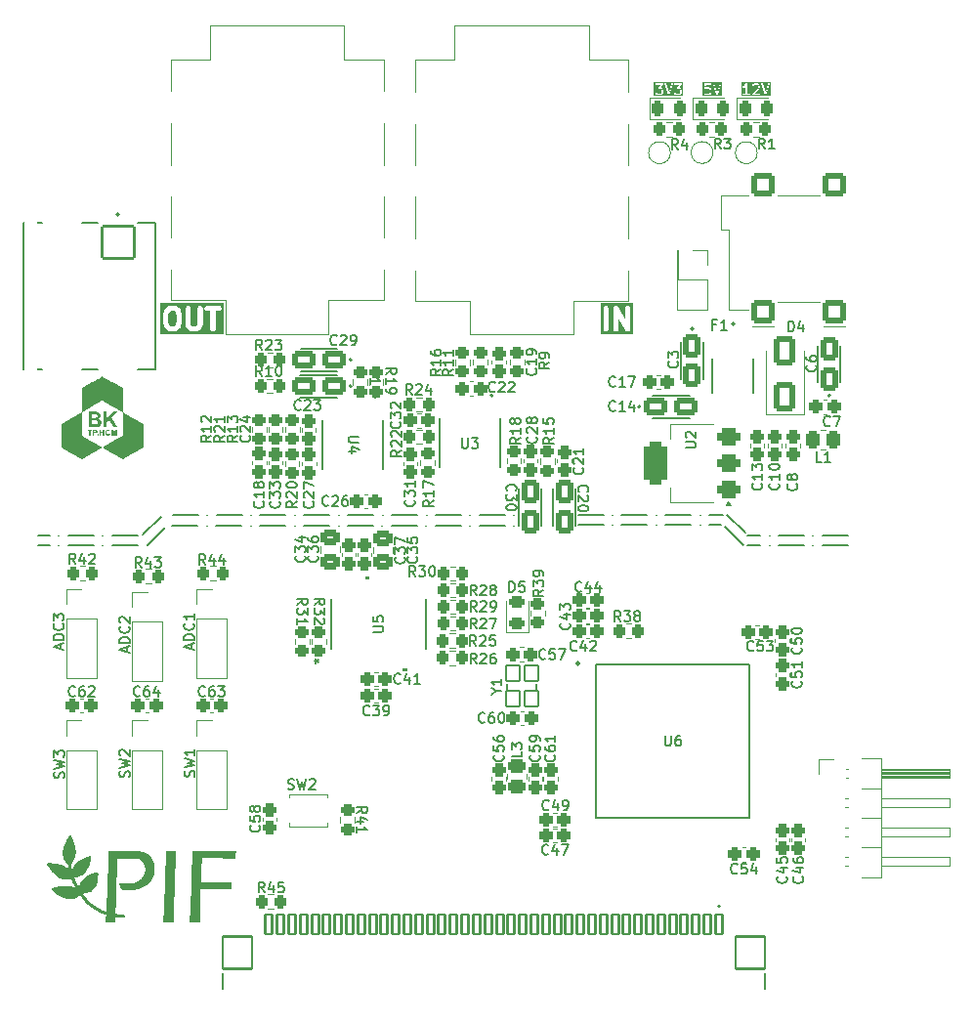
<source format=gto>
G04 #@! TF.GenerationSoftware,KiCad,Pcbnew,8.0.3*
G04 #@! TF.CreationDate,2025-02-06T22:10:45+07:00*
G04 #@! TF.ProjectId,Digital_Multi_Pedal_v1,44696769-7461-46c5-9f4d-756c74695f50,rev?*
G04 #@! TF.SameCoordinates,Original*
G04 #@! TF.FileFunction,Legend,Top*
G04 #@! TF.FilePolarity,Positive*
%FSLAX46Y46*%
G04 Gerber Fmt 4.6, Leading zero omitted, Abs format (unit mm)*
G04 Created by KiCad (PCBNEW 8.0.3) date 2025-02-06 22:10:45*
%MOMM*%
%LPD*%
G01*
G04 APERTURE LIST*
G04 Aperture macros list*
%AMRoundRect*
0 Rectangle with rounded corners*
0 $1 Rounding radius*
0 $2 $3 $4 $5 $6 $7 $8 $9 X,Y pos of 4 corners*
0 Add a 4 corners polygon primitive as box body*
4,1,4,$2,$3,$4,$5,$6,$7,$8,$9,$2,$3,0*
0 Add four circle primitives for the rounded corners*
1,1,$1+$1,$2,$3*
1,1,$1+$1,$4,$5*
1,1,$1+$1,$6,$7*
1,1,$1+$1,$8,$9*
0 Add four rect primitives between the rounded corners*
20,1,$1+$1,$2,$3,$4,$5,0*
20,1,$1+$1,$4,$5,$6,$7,0*
20,1,$1+$1,$6,$7,$8,$9,0*
20,1,$1+$1,$8,$9,$2,$3,0*%
G04 Aperture macros list end*
%ADD10C,0.200000*%
%ADD11C,0.450000*%
%ADD12C,0.152400*%
%ADD13C,0.120000*%
%ADD14C,0.127000*%
%ADD15C,0.000000*%
%ADD16C,0.250000*%
%ADD17C,3.000000*%
%ADD18RoundRect,0.251000X-0.251000X-0.326000X0.251000X-0.326000X0.251000X0.326000X-0.251000X0.326000X0*%
%ADD19RoundRect,0.251000X0.251000X0.326000X-0.251000X0.326000X-0.251000X-0.326000X0.251000X-0.326000X0*%
%ADD20RoundRect,0.299756X-0.502244X0.314744X-0.502244X-0.314744X0.502244X-0.314744X0.502244X0.314744X0*%
%ADD21RoundRect,0.259080X-0.502920X0.747920X-0.502920X-0.747920X0.502920X-0.747920X0.502920X0.747920X0*%
%ADD22RoundRect,0.276000X-0.301000X0.276000X-0.301000X-0.276000X0.301000X-0.276000X0.301000X0.276000X0*%
%ADD23RoundRect,0.276000X-0.276000X-0.301000X0.276000X-0.301000X0.276000X0.301000X-0.276000X0.301000X0*%
%ADD24RoundRect,0.276000X0.301000X-0.276000X0.301000X0.276000X-0.301000X0.276000X-0.301000X-0.276000X0*%
%ADD25RoundRect,0.259080X0.747920X0.502920X-0.747920X0.502920X-0.747920X-0.502920X0.747920X-0.502920X0*%
%ADD26C,0.800000*%
%ADD27C,6.400000*%
%ADD28RoundRect,0.251000X0.326000X-0.251000X0.326000X0.251000X-0.326000X0.251000X-0.326000X-0.251000X0*%
%ADD29C,1.800000*%
%ADD30C,1.600000*%
%ADD31RoundRect,0.250000X0.750000X-0.750000X0.750000X0.750000X-0.750000X0.750000X-0.750000X-0.750000X0*%
%ADD32RoundRect,0.243750X0.456250X-0.243750X0.456250X0.243750X-0.456250X0.243750X-0.456250X-0.243750X0*%
%ADD33RoundRect,0.102000X-1.387500X1.387500X-1.387500X-1.387500X1.387500X-1.387500X1.387500X1.387500X0*%
%ADD34C,2.979000*%
%ADD35R,1.700000X1.700000*%
%ADD36O,1.700000X1.700000*%
%ADD37C,1.500000*%
%ADD38RoundRect,0.276000X0.276000X0.301000X-0.276000X0.301000X-0.276000X-0.301000X0.276000X-0.301000X0*%
%ADD39R,0.558800X1.981200*%
%ADD40RoundRect,0.243750X-0.243750X-0.456250X0.243750X-0.456250X0.243750X0.456250X-0.243750X0.456250X0*%
%ADD41RoundRect,0.259080X0.502920X-0.747920X0.502920X0.747920X-0.502920X0.747920X-0.502920X-0.747920X0*%
%ADD42RoundRect,0.259080X-0.747920X-0.502920X0.747920X-0.502920X0.747920X0.502920X-0.747920X0.502920X0*%
%ADD43RoundRect,0.251000X-0.326000X0.251000X-0.326000X-0.251000X0.326000X-0.251000X0.326000X0.251000X0*%
%ADD44R,0.355600X1.358900*%
%ADD45RoundRect,0.293404X0.533596X-0.396096X0.533596X0.396096X-0.533596X0.396096X-0.533596X-0.396096X0*%
%ADD46R,3.149600X1.778000*%
%ADD47RoundRect,0.293404X-0.533596X0.396096X-0.533596X-0.396096X0.533596X-0.396096X0.533596X0.396096X0*%
%ADD48RoundRect,0.102000X-0.575000X0.700000X-0.575000X-0.700000X0.575000X-0.700000X0.575000X0.700000X0*%
%ADD49R,1.500000X1.700000*%
%ADD50R,1.475000X0.300000*%
%ADD51R,0.300000X1.475000*%
%ADD52RoundRect,0.250000X0.650000X-1.000000X0.650000X1.000000X-0.650000X1.000000X-0.650000X-1.000000X0*%
%ADD53RoundRect,0.375000X0.625000X0.375000X-0.625000X0.375000X-0.625000X-0.375000X0.625000X-0.375000X0*%
%ADD54RoundRect,0.500000X0.500000X1.400000X-0.500000X1.400000X-0.500000X-1.400000X0.500000X-1.400000X0*%
%ADD55RoundRect,0.299756X0.314744X0.502244X-0.314744X0.502244X-0.314744X-0.502244X0.314744X-0.502244X0*%
%ADD56RoundRect,0.102000X-0.300000X-0.850000X0.300000X-0.850000X0.300000X0.850000X-0.300000X0.850000X0*%
%ADD57RoundRect,0.102000X-1.250000X-1.400000X1.250000X-1.400000X1.250000X1.400000X-1.250000X1.400000X0*%
%ADD58C,0.900000*%
G04 APERTURE END LIST*
D10*
X155064200Y-107314000D02*
X157264200Y-107314000D01*
X158064200Y-107314000D02*
X158064200Y-107314000D01*
X158864200Y-107314000D02*
X161064200Y-107314000D01*
X161864200Y-107314000D02*
X161864200Y-107314000D01*
X162664200Y-107314000D02*
X164864200Y-107314000D01*
X165664200Y-107314000D02*
X165664200Y-107314000D01*
X166464200Y-107314000D02*
X167634200Y-107314000D01*
X119934200Y-107304000D02*
X122134200Y-107304000D01*
X122934200Y-107304000D02*
X122934200Y-107304000D01*
X123734200Y-107304000D02*
X125934200Y-107304000D01*
X126734200Y-107304000D02*
X126734200Y-107304000D01*
X127534200Y-107304000D02*
X129734200Y-107304000D01*
X130534200Y-107304000D02*
X130534200Y-107304000D01*
X131334200Y-107304000D02*
X133534200Y-107304000D01*
X134334200Y-107304000D02*
X134334200Y-107304000D01*
X135134200Y-107304000D02*
X137334200Y-107304000D01*
X138134200Y-107304000D02*
X138134200Y-107304000D01*
X138934200Y-107304000D02*
X141134200Y-107304000D01*
X141934200Y-107304000D02*
X141934200Y-107304000D01*
X142734200Y-107304000D02*
X144934200Y-107304000D01*
X145734200Y-107304000D02*
X145734200Y-107304000D01*
X146534200Y-107304000D02*
X148734200Y-107304000D01*
X149534200Y-107304000D02*
X149534200Y-107304000D01*
X155064200Y-108234000D02*
X157264200Y-108234000D01*
X158064200Y-108234000D02*
X158064200Y-108234000D01*
X158864200Y-108234000D02*
X161064200Y-108234000D01*
X161864200Y-108234000D02*
X161864200Y-108234000D01*
X162664200Y-108234000D02*
X164864200Y-108234000D01*
X165664200Y-108234000D02*
X165664200Y-108234000D01*
X166464200Y-108234000D02*
X167444200Y-108234000D01*
X178450600Y-110004000D02*
X176250600Y-110004000D01*
X175450600Y-110004000D02*
X175450600Y-110004000D01*
X174650600Y-110004000D02*
X172450600Y-110004000D01*
X171650600Y-110004000D02*
X171650600Y-110004000D01*
X170850600Y-110004000D02*
X169754200Y-110004000D01*
X116874200Y-109104000D02*
X114674200Y-109104000D01*
X113874200Y-109104000D02*
X113874200Y-109104000D01*
X113074200Y-109104000D02*
X110874200Y-109104000D01*
X110074200Y-109104000D02*
X110074200Y-109104000D01*
X109274200Y-109104000D02*
X108295800Y-109104000D01*
X167998379Y-107328179D02*
X169554014Y-108883814D01*
X116874200Y-110004000D02*
X114674200Y-110004000D01*
X113874200Y-110004000D02*
X113874200Y-110004000D01*
X113074200Y-110004000D02*
X110874200Y-110004000D01*
X110074200Y-110004000D02*
X110074200Y-110004000D01*
X109274200Y-110004000D02*
X108295800Y-110004000D01*
X119914200Y-108264000D02*
X122114200Y-108264000D01*
X122914200Y-108264000D02*
X122914200Y-108264000D01*
X123714200Y-108264000D02*
X125914200Y-108264000D01*
X126714200Y-108264000D02*
X126714200Y-108264000D01*
X127514200Y-108264000D02*
X129714200Y-108264000D01*
X130514200Y-108264000D02*
X130514200Y-108264000D01*
X131314200Y-108264000D02*
X133514200Y-108264000D01*
X134314200Y-108264000D02*
X134314200Y-108264000D01*
X135114200Y-108264000D02*
X137314200Y-108264000D01*
X138114200Y-108264000D02*
X138114200Y-108264000D01*
X138914200Y-108264000D02*
X141114200Y-108264000D01*
X141914200Y-108264000D02*
X141914200Y-108264000D01*
X142714200Y-108264000D02*
X144914200Y-108264000D01*
X145714200Y-108264000D02*
X145714200Y-108264000D01*
X146514200Y-108264000D02*
X148714200Y-108264000D01*
X149514200Y-108264000D02*
X149514200Y-108264000D01*
X178450600Y-109104000D02*
X176250600Y-109104000D01*
X175450600Y-109104000D02*
X175450600Y-109104000D01*
X174650600Y-109104000D02*
X172450600Y-109104000D01*
X171650600Y-109104000D02*
X171650600Y-109104000D01*
X170850600Y-109104000D02*
X169764200Y-109104000D01*
X119304200Y-108424000D02*
X117748565Y-109979635D01*
X167838379Y-108398179D02*
X169394014Y-109953814D01*
X118905842Y-107502358D02*
X117350207Y-109057993D01*
D11*
G36*
X159819337Y-91699565D02*
G01*
X157033623Y-91699565D01*
X157033623Y-89450114D01*
X157258623Y-89450114D01*
X157262946Y-91294009D01*
X157296542Y-91375117D01*
X157358620Y-91437195D01*
X157439728Y-91470791D01*
X157527518Y-91470791D01*
X157608626Y-91437195D01*
X157670704Y-91375117D01*
X157704300Y-91294009D01*
X157708623Y-91250114D01*
X157704403Y-89450114D01*
X158115766Y-89450114D01*
X158120089Y-91294009D01*
X158153685Y-91375117D01*
X158215763Y-91437195D01*
X158296871Y-91470791D01*
X158384661Y-91470791D01*
X158465769Y-91437195D01*
X158527847Y-91375117D01*
X158561443Y-91294009D01*
X158565766Y-91250114D01*
X158563514Y-90289970D01*
X159171157Y-91348321D01*
X159182256Y-91375117D01*
X159192318Y-91385179D01*
X159199514Y-91397712D01*
X159223173Y-91416034D01*
X159244334Y-91437195D01*
X159257584Y-91442683D01*
X159268924Y-91451465D01*
X159297793Y-91459338D01*
X159325442Y-91470791D01*
X159339784Y-91470791D01*
X159353622Y-91474565D01*
X159383310Y-91470791D01*
X159413232Y-91470791D01*
X159426481Y-91465303D01*
X159440712Y-91463494D01*
X159466696Y-91448645D01*
X159494340Y-91437195D01*
X159504481Y-91427053D01*
X159516935Y-91419937D01*
X159535257Y-91396277D01*
X159556418Y-91375117D01*
X159561906Y-91361866D01*
X159570688Y-91350527D01*
X159578561Y-91321657D01*
X159590014Y-91294009D01*
X159592224Y-91271560D01*
X159593788Y-91265829D01*
X159593225Y-91261402D01*
X159594337Y-91250114D01*
X159590014Y-89406219D01*
X159556418Y-89325111D01*
X159494340Y-89263033D01*
X159413232Y-89229437D01*
X159325442Y-89229437D01*
X159244334Y-89263033D01*
X159182256Y-89325111D01*
X159148660Y-89406219D01*
X159144337Y-89450114D01*
X159146588Y-90410257D01*
X158538945Y-89351906D01*
X158527847Y-89325111D01*
X158517784Y-89315048D01*
X158510589Y-89302516D01*
X158486929Y-89284193D01*
X158465769Y-89263033D01*
X158452518Y-89257544D01*
X158441179Y-89248763D01*
X158412309Y-89240889D01*
X158384661Y-89229437D01*
X158370319Y-89229437D01*
X158356481Y-89225663D01*
X158326796Y-89229437D01*
X158296871Y-89229437D01*
X158283618Y-89234926D01*
X158269391Y-89236735D01*
X158243410Y-89251581D01*
X158215763Y-89263033D01*
X158205621Y-89273175D01*
X158193168Y-89280291D01*
X158174845Y-89303950D01*
X158153685Y-89325111D01*
X158148196Y-89338361D01*
X158139415Y-89349701D01*
X158131541Y-89378570D01*
X158120089Y-89406219D01*
X158117878Y-89428667D01*
X158116315Y-89434399D01*
X158116877Y-89438825D01*
X158115766Y-89450114D01*
X157704403Y-89450114D01*
X157704300Y-89406219D01*
X157670704Y-89325111D01*
X157608626Y-89263033D01*
X157527518Y-89229437D01*
X157439728Y-89229437D01*
X157358620Y-89263033D01*
X157296542Y-89325111D01*
X157262946Y-89406219D01*
X157258623Y-89450114D01*
X157033623Y-89450114D01*
X157033623Y-89000663D01*
X159819337Y-89000663D01*
X159819337Y-91699565D01*
G37*
G36*
X120128044Y-89689880D02*
G01*
X120234038Y-89792722D01*
X120298403Y-90038771D01*
X120302054Y-90582607D01*
X120238317Y-90849881D01*
X120140191Y-90951016D01*
X120046067Y-91000258D01*
X119809414Y-91002903D01*
X119718573Y-90959547D01*
X119612578Y-90856705D01*
X119548214Y-90610658D01*
X119544563Y-90066819D01*
X119608299Y-89799546D01*
X119706427Y-89698410D01*
X119800550Y-89649169D01*
X120037202Y-89646524D01*
X120128044Y-89689880D01*
G37*
G36*
X124397557Y-91674714D02*
G01*
X118873309Y-91674714D01*
X118873309Y-90024714D01*
X119098309Y-90024714D01*
X119102245Y-90610986D01*
X119098575Y-90635651D01*
X119102593Y-90662824D01*
X119102632Y-90668609D01*
X119103901Y-90671674D01*
X119105027Y-90679284D01*
X119188346Y-90997791D01*
X119188346Y-91011467D01*
X119198054Y-91034906D01*
X119205581Y-91063677D01*
X119215539Y-91077117D01*
X119221942Y-91092575D01*
X119249924Y-91126670D01*
X119424828Y-91296372D01*
X119442501Y-91316749D01*
X119451978Y-91322715D01*
X119455448Y-91326081D01*
X119460939Y-91328355D01*
X119479829Y-91340246D01*
X119624260Y-91409178D01*
X119626877Y-91411795D01*
X119648563Y-91420777D01*
X119692451Y-91441724D01*
X119700515Y-91442297D01*
X119707985Y-91445391D01*
X119751880Y-91449714D01*
X120061513Y-91446253D01*
X120066596Y-91447947D01*
X120095831Y-91445869D01*
X120138632Y-91445391D01*
X120146101Y-91442297D01*
X120154165Y-91441724D01*
X120195360Y-91425960D01*
X120367683Y-91335808D01*
X120391170Y-91326080D01*
X120399768Y-91319023D01*
X120404116Y-91316749D01*
X120408008Y-91312261D01*
X120425265Y-91298099D01*
X120578004Y-91140676D01*
X120588771Y-91134216D01*
X120603308Y-91114595D01*
X120624675Y-91092574D01*
X120631076Y-91077119D01*
X120641036Y-91063678D01*
X120655876Y-91022142D01*
X120735024Y-90690244D01*
X120743986Y-90668609D01*
X120746661Y-90641447D01*
X120748043Y-90635652D01*
X120747554Y-90632371D01*
X120748309Y-90624714D01*
X120744372Y-90038440D01*
X120748043Y-90013776D01*
X120744024Y-89986602D01*
X120743986Y-89980819D01*
X120742716Y-89977753D01*
X120741591Y-89970143D01*
X120658271Y-89651634D01*
X120658271Y-89637962D01*
X120648563Y-89614526D01*
X120641036Y-89585750D01*
X120631076Y-89572308D01*
X120624675Y-89556854D01*
X120596694Y-89522759D01*
X120495643Y-89424714D01*
X121069737Y-89424714D01*
X121073832Y-90846730D01*
X121071504Y-90853716D01*
X121073951Y-90888160D01*
X121074060Y-90925752D01*
X121077153Y-90933221D01*
X121077727Y-90941286D01*
X121093491Y-90982480D01*
X121183639Y-91154796D01*
X121193370Y-91178289D01*
X121200428Y-91186889D01*
X121202702Y-91191235D01*
X121207187Y-91195125D01*
X121221352Y-91212384D01*
X121313732Y-91300049D01*
X121328215Y-91316749D01*
X121337464Y-91322571D01*
X121341162Y-91326080D01*
X121346649Y-91328352D01*
X121365543Y-91340246D01*
X121509974Y-91409178D01*
X121512591Y-91411795D01*
X121534277Y-91420777D01*
X121578165Y-91441724D01*
X121586229Y-91442297D01*
X121593699Y-91445391D01*
X121637594Y-91449714D01*
X121947227Y-91446253D01*
X121952310Y-91447947D01*
X121981545Y-91445869D01*
X122024346Y-91445391D01*
X122031815Y-91442297D01*
X122039879Y-91441724D01*
X122081074Y-91425960D01*
X122253396Y-91335809D01*
X122276885Y-91326080D01*
X122285484Y-91319022D01*
X122289830Y-91316749D01*
X122293721Y-91312262D01*
X122310980Y-91298098D01*
X122398645Y-91205717D01*
X122415343Y-91191236D01*
X122421165Y-91181986D01*
X122424676Y-91178287D01*
X122426950Y-91172796D01*
X122438840Y-91153908D01*
X122507772Y-91009476D01*
X122510389Y-91006860D01*
X122519371Y-90985173D01*
X122540318Y-90941286D01*
X122540891Y-90933221D01*
X122543985Y-90925752D01*
X122548308Y-90881857D01*
X122543985Y-89380819D01*
X122702631Y-89380819D01*
X122702631Y-89468609D01*
X122736227Y-89549717D01*
X122798305Y-89611795D01*
X122879413Y-89645391D01*
X122923308Y-89649714D01*
X123213118Y-89648545D01*
X123216917Y-91268609D01*
X123250513Y-91349717D01*
X123312591Y-91411795D01*
X123393699Y-91445391D01*
X123481489Y-91445391D01*
X123562597Y-91411795D01*
X123624675Y-91349717D01*
X123658271Y-91268609D01*
X123662594Y-91224714D01*
X123658894Y-89646748D01*
X123995775Y-89645391D01*
X124076883Y-89611795D01*
X124138961Y-89549717D01*
X124172557Y-89468609D01*
X124172557Y-89380819D01*
X124138961Y-89299711D01*
X124076883Y-89237633D01*
X123995775Y-89204037D01*
X123951880Y-89199714D01*
X122879413Y-89204037D01*
X122798305Y-89237633D01*
X122736227Y-89299711D01*
X122702631Y-89380819D01*
X122543985Y-89380819D01*
X122510389Y-89299711D01*
X122448311Y-89237633D01*
X122367203Y-89204037D01*
X122279413Y-89204037D01*
X122198305Y-89237633D01*
X122136227Y-89299711D01*
X122102631Y-89380819D01*
X122098308Y-89424714D01*
X122102333Y-90822569D01*
X122057689Y-90916110D01*
X122023243Y-90952409D01*
X121931781Y-91000258D01*
X121695128Y-91002903D01*
X121603341Y-90959095D01*
X121567041Y-90924648D01*
X121519599Y-90833962D01*
X121515414Y-89380819D01*
X121481818Y-89299711D01*
X121419740Y-89237633D01*
X121338632Y-89204037D01*
X121250842Y-89204037D01*
X121169734Y-89237633D01*
X121107656Y-89299711D01*
X121074060Y-89380819D01*
X121069737Y-89424714D01*
X120495643Y-89424714D01*
X120421791Y-89353059D01*
X120404116Y-89332679D01*
X120394637Y-89326712D01*
X120391170Y-89323348D01*
X120385679Y-89321073D01*
X120366788Y-89309182D01*
X120222356Y-89240249D01*
X120219740Y-89237633D01*
X120198047Y-89228647D01*
X120154165Y-89207704D01*
X120146101Y-89207130D01*
X120138632Y-89204037D01*
X120094737Y-89199714D01*
X119785102Y-89203174D01*
X119780021Y-89201481D01*
X119750785Y-89203558D01*
X119707985Y-89204037D01*
X119700515Y-89207130D01*
X119692451Y-89207704D01*
X119651257Y-89223468D01*
X119478936Y-89313617D01*
X119455448Y-89323347D01*
X119446848Y-89330404D01*
X119442501Y-89332679D01*
X119438608Y-89337167D01*
X119421353Y-89351329D01*
X119268613Y-89508751D01*
X119257845Y-89515212D01*
X119243308Y-89534831D01*
X119221942Y-89556853D01*
X119215539Y-89572310D01*
X119205581Y-89585751D01*
X119190741Y-89627286D01*
X119111594Y-89959182D01*
X119102632Y-89980819D01*
X119099956Y-90007982D01*
X119098575Y-90013777D01*
X119099063Y-90017057D01*
X119098309Y-90024714D01*
X118873309Y-90024714D01*
X118873309Y-88974714D01*
X124397557Y-88974714D01*
X124397557Y-91674714D01*
G37*
D12*
X171266633Y-75615744D02*
X170970300Y-75192411D01*
X170758633Y-75615744D02*
X170758633Y-74726744D01*
X170758633Y-74726744D02*
X171097300Y-74726744D01*
X171097300Y-74726744D02*
X171181967Y-74769077D01*
X171181967Y-74769077D02*
X171224300Y-74811411D01*
X171224300Y-74811411D02*
X171266633Y-74896077D01*
X171266633Y-74896077D02*
X171266633Y-75023077D01*
X171266633Y-75023077D02*
X171224300Y-75107744D01*
X171224300Y-75107744D02*
X171181967Y-75150077D01*
X171181967Y-75150077D02*
X171097300Y-75192411D01*
X171097300Y-75192411D02*
X170758633Y-75192411D01*
X172113300Y-75615744D02*
X171605300Y-75615744D01*
X171859300Y-75615744D02*
X171859300Y-74726744D01*
X171859300Y-74726744D02*
X171774633Y-74853744D01*
X171774633Y-74853744D02*
X171689967Y-74938411D01*
X171689967Y-74938411D02*
X171605300Y-74980744D01*
X127891899Y-140055544D02*
X127595566Y-139632211D01*
X127383899Y-140055544D02*
X127383899Y-139166544D01*
X127383899Y-139166544D02*
X127722566Y-139166544D01*
X127722566Y-139166544D02*
X127807233Y-139208877D01*
X127807233Y-139208877D02*
X127849566Y-139251211D01*
X127849566Y-139251211D02*
X127891899Y-139335877D01*
X127891899Y-139335877D02*
X127891899Y-139462877D01*
X127891899Y-139462877D02*
X127849566Y-139547544D01*
X127849566Y-139547544D02*
X127807233Y-139589877D01*
X127807233Y-139589877D02*
X127722566Y-139632211D01*
X127722566Y-139632211D02*
X127383899Y-139632211D01*
X128653899Y-139462877D02*
X128653899Y-140055544D01*
X128442233Y-139124211D02*
X128230566Y-139759211D01*
X128230566Y-139759211D02*
X128780899Y-139759211D01*
X129542900Y-139166544D02*
X129119566Y-139166544D01*
X129119566Y-139166544D02*
X129077233Y-139589877D01*
X129077233Y-139589877D02*
X129119566Y-139547544D01*
X129119566Y-139547544D02*
X129204233Y-139505211D01*
X129204233Y-139505211D02*
X129415900Y-139505211D01*
X129415900Y-139505211D02*
X129500566Y-139547544D01*
X129500566Y-139547544D02*
X129542900Y-139589877D01*
X129542900Y-139589877D02*
X129585233Y-139674544D01*
X129585233Y-139674544D02*
X129585233Y-139886211D01*
X129585233Y-139886211D02*
X129542900Y-139970877D01*
X129542900Y-139970877D02*
X129500566Y-140013211D01*
X129500566Y-140013211D02*
X129415900Y-140055544D01*
X129415900Y-140055544D02*
X129204233Y-140055544D01*
X129204233Y-140055544D02*
X129119566Y-140013211D01*
X129119566Y-140013211D02*
X129077233Y-139970877D01*
X150202744Y-127862367D02*
X150202744Y-128285700D01*
X150202744Y-128285700D02*
X149313744Y-128285700D01*
X149313744Y-127650700D02*
X149313744Y-127100366D01*
X149313744Y-127100366D02*
X149652411Y-127396700D01*
X149652411Y-127396700D02*
X149652411Y-127269700D01*
X149652411Y-127269700D02*
X149694744Y-127185033D01*
X149694744Y-127185033D02*
X149737077Y-127142700D01*
X149737077Y-127142700D02*
X149821744Y-127100366D01*
X149821744Y-127100366D02*
X150033411Y-127100366D01*
X150033411Y-127100366D02*
X150118077Y-127142700D01*
X150118077Y-127142700D02*
X150160411Y-127185033D01*
X150160411Y-127185033D02*
X150202744Y-127269700D01*
X150202744Y-127269700D02*
X150202744Y-127523700D01*
X150202744Y-127523700D02*
X150160411Y-127608366D01*
X150160411Y-127608366D02*
X150118077Y-127650700D01*
X122786499Y-111632944D02*
X122490166Y-111209611D01*
X122278499Y-111632944D02*
X122278499Y-110743944D01*
X122278499Y-110743944D02*
X122617166Y-110743944D01*
X122617166Y-110743944D02*
X122701833Y-110786277D01*
X122701833Y-110786277D02*
X122744166Y-110828611D01*
X122744166Y-110828611D02*
X122786499Y-110913277D01*
X122786499Y-110913277D02*
X122786499Y-111040277D01*
X122786499Y-111040277D02*
X122744166Y-111124944D01*
X122744166Y-111124944D02*
X122701833Y-111167277D01*
X122701833Y-111167277D02*
X122617166Y-111209611D01*
X122617166Y-111209611D02*
X122278499Y-111209611D01*
X123548499Y-111040277D02*
X123548499Y-111632944D01*
X123336833Y-110701611D02*
X123125166Y-111336611D01*
X123125166Y-111336611D02*
X123675499Y-111336611D01*
X124395166Y-111040277D02*
X124395166Y-111632944D01*
X124183500Y-110701611D02*
X123971833Y-111336611D01*
X123971833Y-111336611D02*
X124522166Y-111336611D01*
X163656277Y-94029566D02*
X163698611Y-94071899D01*
X163698611Y-94071899D02*
X163740944Y-94198899D01*
X163740944Y-94198899D02*
X163740944Y-94283566D01*
X163740944Y-94283566D02*
X163698611Y-94410566D01*
X163698611Y-94410566D02*
X163613944Y-94495233D01*
X163613944Y-94495233D02*
X163529277Y-94537566D01*
X163529277Y-94537566D02*
X163359944Y-94579899D01*
X163359944Y-94579899D02*
X163232944Y-94579899D01*
X163232944Y-94579899D02*
X163063611Y-94537566D01*
X163063611Y-94537566D02*
X162978944Y-94495233D01*
X162978944Y-94495233D02*
X162894277Y-94410566D01*
X162894277Y-94410566D02*
X162851944Y-94283566D01*
X162851944Y-94283566D02*
X162851944Y-94198899D01*
X162851944Y-94198899D02*
X162894277Y-94071899D01*
X162894277Y-94071899D02*
X162936611Y-94029566D01*
X162851944Y-93733233D02*
X162851944Y-93182899D01*
X162851944Y-93182899D02*
X163190611Y-93479233D01*
X163190611Y-93479233D02*
X163190611Y-93352233D01*
X163190611Y-93352233D02*
X163232944Y-93267566D01*
X163232944Y-93267566D02*
X163275277Y-93225233D01*
X163275277Y-93225233D02*
X163359944Y-93182899D01*
X163359944Y-93182899D02*
X163571611Y-93182899D01*
X163571611Y-93182899D02*
X163656277Y-93225233D01*
X163656277Y-93225233D02*
X163698611Y-93267566D01*
X163698611Y-93267566D02*
X163740944Y-93352233D01*
X163740944Y-93352233D02*
X163740944Y-93606233D01*
X163740944Y-93606233D02*
X163698611Y-93690899D01*
X163698611Y-93690899D02*
X163656277Y-93733233D01*
X174400477Y-121757900D02*
X174442811Y-121800233D01*
X174442811Y-121800233D02*
X174485144Y-121927233D01*
X174485144Y-121927233D02*
X174485144Y-122011900D01*
X174485144Y-122011900D02*
X174442811Y-122138900D01*
X174442811Y-122138900D02*
X174358144Y-122223567D01*
X174358144Y-122223567D02*
X174273477Y-122265900D01*
X174273477Y-122265900D02*
X174104144Y-122308233D01*
X174104144Y-122308233D02*
X173977144Y-122308233D01*
X173977144Y-122308233D02*
X173807811Y-122265900D01*
X173807811Y-122265900D02*
X173723144Y-122223567D01*
X173723144Y-122223567D02*
X173638477Y-122138900D01*
X173638477Y-122138900D02*
X173596144Y-122011900D01*
X173596144Y-122011900D02*
X173596144Y-121927233D01*
X173596144Y-121927233D02*
X173638477Y-121800233D01*
X173638477Y-121800233D02*
X173680811Y-121757900D01*
X173596144Y-120953567D02*
X173596144Y-121376900D01*
X173596144Y-121376900D02*
X174019477Y-121419233D01*
X174019477Y-121419233D02*
X173977144Y-121376900D01*
X173977144Y-121376900D02*
X173934811Y-121292233D01*
X173934811Y-121292233D02*
X173934811Y-121080567D01*
X173934811Y-121080567D02*
X173977144Y-120995900D01*
X173977144Y-120995900D02*
X174019477Y-120953567D01*
X174019477Y-120953567D02*
X174104144Y-120911233D01*
X174104144Y-120911233D02*
X174315811Y-120911233D01*
X174315811Y-120911233D02*
X174400477Y-120953567D01*
X174400477Y-120953567D02*
X174442811Y-120995900D01*
X174442811Y-120995900D02*
X174485144Y-121080567D01*
X174485144Y-121080567D02*
X174485144Y-121292233D01*
X174485144Y-121292233D02*
X174442811Y-121376900D01*
X174442811Y-121376900D02*
X174400477Y-121419233D01*
X174485144Y-120064566D02*
X174485144Y-120572566D01*
X174485144Y-120318566D02*
X173596144Y-120318566D01*
X173596144Y-120318566D02*
X173723144Y-120403233D01*
X173723144Y-120403233D02*
X173807811Y-120487900D01*
X173807811Y-120487900D02*
X173850144Y-120572566D01*
X139627877Y-99278900D02*
X139670211Y-99321233D01*
X139670211Y-99321233D02*
X139712544Y-99448233D01*
X139712544Y-99448233D02*
X139712544Y-99532900D01*
X139712544Y-99532900D02*
X139670211Y-99659900D01*
X139670211Y-99659900D02*
X139585544Y-99744567D01*
X139585544Y-99744567D02*
X139500877Y-99786900D01*
X139500877Y-99786900D02*
X139331544Y-99829233D01*
X139331544Y-99829233D02*
X139204544Y-99829233D01*
X139204544Y-99829233D02*
X139035211Y-99786900D01*
X139035211Y-99786900D02*
X138950544Y-99744567D01*
X138950544Y-99744567D02*
X138865877Y-99659900D01*
X138865877Y-99659900D02*
X138823544Y-99532900D01*
X138823544Y-99532900D02*
X138823544Y-99448233D01*
X138823544Y-99448233D02*
X138865877Y-99321233D01*
X138865877Y-99321233D02*
X138908211Y-99278900D01*
X138823544Y-98982567D02*
X138823544Y-98432233D01*
X138823544Y-98432233D02*
X139162211Y-98728567D01*
X139162211Y-98728567D02*
X139162211Y-98601567D01*
X139162211Y-98601567D02*
X139204544Y-98516900D01*
X139204544Y-98516900D02*
X139246877Y-98474567D01*
X139246877Y-98474567D02*
X139331544Y-98432233D01*
X139331544Y-98432233D02*
X139543211Y-98432233D01*
X139543211Y-98432233D02*
X139627877Y-98474567D01*
X139627877Y-98474567D02*
X139670211Y-98516900D01*
X139670211Y-98516900D02*
X139712544Y-98601567D01*
X139712544Y-98601567D02*
X139712544Y-98855567D01*
X139712544Y-98855567D02*
X139670211Y-98940233D01*
X139670211Y-98940233D02*
X139627877Y-98982567D01*
X138908211Y-98093566D02*
X138865877Y-98051233D01*
X138865877Y-98051233D02*
X138823544Y-97966566D01*
X138823544Y-97966566D02*
X138823544Y-97754900D01*
X138823544Y-97754900D02*
X138865877Y-97670233D01*
X138865877Y-97670233D02*
X138908211Y-97627900D01*
X138908211Y-97627900D02*
X138992877Y-97585566D01*
X138992877Y-97585566D02*
X139077544Y-97585566D01*
X139077544Y-97585566D02*
X139204544Y-97627900D01*
X139204544Y-97627900D02*
X139712544Y-98135900D01*
X139712544Y-98135900D02*
X139712544Y-97585566D01*
X151692877Y-128133300D02*
X151735211Y-128175633D01*
X151735211Y-128175633D02*
X151777544Y-128302633D01*
X151777544Y-128302633D02*
X151777544Y-128387300D01*
X151777544Y-128387300D02*
X151735211Y-128514300D01*
X151735211Y-128514300D02*
X151650544Y-128598967D01*
X151650544Y-128598967D02*
X151565877Y-128641300D01*
X151565877Y-128641300D02*
X151396544Y-128683633D01*
X151396544Y-128683633D02*
X151269544Y-128683633D01*
X151269544Y-128683633D02*
X151100211Y-128641300D01*
X151100211Y-128641300D02*
X151015544Y-128598967D01*
X151015544Y-128598967D02*
X150930877Y-128514300D01*
X150930877Y-128514300D02*
X150888544Y-128387300D01*
X150888544Y-128387300D02*
X150888544Y-128302633D01*
X150888544Y-128302633D02*
X150930877Y-128175633D01*
X150930877Y-128175633D02*
X150973211Y-128133300D01*
X150888544Y-127328967D02*
X150888544Y-127752300D01*
X150888544Y-127752300D02*
X151311877Y-127794633D01*
X151311877Y-127794633D02*
X151269544Y-127752300D01*
X151269544Y-127752300D02*
X151227211Y-127667633D01*
X151227211Y-127667633D02*
X151227211Y-127455967D01*
X151227211Y-127455967D02*
X151269544Y-127371300D01*
X151269544Y-127371300D02*
X151311877Y-127328967D01*
X151311877Y-127328967D02*
X151396544Y-127286633D01*
X151396544Y-127286633D02*
X151608211Y-127286633D01*
X151608211Y-127286633D02*
X151692877Y-127328967D01*
X151692877Y-127328967D02*
X151735211Y-127371300D01*
X151735211Y-127371300D02*
X151777544Y-127455967D01*
X151777544Y-127455967D02*
X151777544Y-127667633D01*
X151777544Y-127667633D02*
X151735211Y-127752300D01*
X151735211Y-127752300D02*
X151692877Y-127794633D01*
X151777544Y-126863300D02*
X151777544Y-126693966D01*
X151777544Y-126693966D02*
X151735211Y-126609300D01*
X151735211Y-126609300D02*
X151692877Y-126566966D01*
X151692877Y-126566966D02*
X151565877Y-126482300D01*
X151565877Y-126482300D02*
X151396544Y-126439966D01*
X151396544Y-126439966D02*
X151057877Y-126439966D01*
X151057877Y-126439966D02*
X150973211Y-126482300D01*
X150973211Y-126482300D02*
X150930877Y-126524633D01*
X150930877Y-126524633D02*
X150888544Y-126609300D01*
X150888544Y-126609300D02*
X150888544Y-126778633D01*
X150888544Y-126778633D02*
X150930877Y-126863300D01*
X150930877Y-126863300D02*
X150973211Y-126905633D01*
X150973211Y-126905633D02*
X151057877Y-126947966D01*
X151057877Y-126947966D02*
X151269544Y-126947966D01*
X151269544Y-126947966D02*
X151354211Y-126905633D01*
X151354211Y-126905633D02*
X151396544Y-126863300D01*
X151396544Y-126863300D02*
X151438877Y-126778633D01*
X151438877Y-126778633D02*
X151438877Y-126609300D01*
X151438877Y-126609300D02*
X151396544Y-126524633D01*
X151396544Y-126524633D02*
X151354211Y-126482300D01*
X151354211Y-126482300D02*
X151269544Y-126439966D01*
X155170322Y-105324099D02*
X155127989Y-105281766D01*
X155127989Y-105281766D02*
X155085655Y-105154766D01*
X155085655Y-105154766D02*
X155085655Y-105070099D01*
X155085655Y-105070099D02*
X155127989Y-104943099D01*
X155127989Y-104943099D02*
X155212655Y-104858433D01*
X155212655Y-104858433D02*
X155297322Y-104816099D01*
X155297322Y-104816099D02*
X155466655Y-104773766D01*
X155466655Y-104773766D02*
X155593655Y-104773766D01*
X155593655Y-104773766D02*
X155762989Y-104816099D01*
X155762989Y-104816099D02*
X155847655Y-104858433D01*
X155847655Y-104858433D02*
X155932322Y-104943099D01*
X155932322Y-104943099D02*
X155974655Y-105070099D01*
X155974655Y-105070099D02*
X155974655Y-105154766D01*
X155974655Y-105154766D02*
X155932322Y-105281766D01*
X155932322Y-105281766D02*
X155889989Y-105324099D01*
X155889989Y-105662766D02*
X155932322Y-105705099D01*
X155932322Y-105705099D02*
X155974655Y-105789766D01*
X155974655Y-105789766D02*
X155974655Y-106001433D01*
X155974655Y-106001433D02*
X155932322Y-106086099D01*
X155932322Y-106086099D02*
X155889989Y-106128433D01*
X155889989Y-106128433D02*
X155805322Y-106170766D01*
X155805322Y-106170766D02*
X155720655Y-106170766D01*
X155720655Y-106170766D02*
X155593655Y-106128433D01*
X155593655Y-106128433D02*
X155085655Y-105620433D01*
X155085655Y-105620433D02*
X155085655Y-106170766D01*
X155974655Y-106721100D02*
X155974655Y-106805766D01*
X155974655Y-106805766D02*
X155932322Y-106890433D01*
X155932322Y-106890433D02*
X155889989Y-106932766D01*
X155889989Y-106932766D02*
X155805322Y-106975100D01*
X155805322Y-106975100D02*
X155635989Y-107017433D01*
X155635989Y-107017433D02*
X155424322Y-107017433D01*
X155424322Y-107017433D02*
X155254989Y-106975100D01*
X155254989Y-106975100D02*
X155170322Y-106932766D01*
X155170322Y-106932766D02*
X155127989Y-106890433D01*
X155127989Y-106890433D02*
X155085655Y-106805766D01*
X155085655Y-106805766D02*
X155085655Y-106721100D01*
X155085655Y-106721100D02*
X155127989Y-106636433D01*
X155127989Y-106636433D02*
X155170322Y-106594100D01*
X155170322Y-106594100D02*
X155254989Y-106551766D01*
X155254989Y-106551766D02*
X155424322Y-106509433D01*
X155424322Y-106509433D02*
X155635989Y-106509433D01*
X155635989Y-106509433D02*
X155805322Y-106551766D01*
X155805322Y-106551766D02*
X155889989Y-106594100D01*
X155889989Y-106594100D02*
X155932322Y-106636433D01*
X155932322Y-106636433D02*
X155974655Y-106721100D01*
X131041499Y-98162477D02*
X130999166Y-98204811D01*
X130999166Y-98204811D02*
X130872166Y-98247144D01*
X130872166Y-98247144D02*
X130787499Y-98247144D01*
X130787499Y-98247144D02*
X130660499Y-98204811D01*
X130660499Y-98204811D02*
X130575833Y-98120144D01*
X130575833Y-98120144D02*
X130533499Y-98035477D01*
X130533499Y-98035477D02*
X130491166Y-97866144D01*
X130491166Y-97866144D02*
X130491166Y-97739144D01*
X130491166Y-97739144D02*
X130533499Y-97569811D01*
X130533499Y-97569811D02*
X130575833Y-97485144D01*
X130575833Y-97485144D02*
X130660499Y-97400477D01*
X130660499Y-97400477D02*
X130787499Y-97358144D01*
X130787499Y-97358144D02*
X130872166Y-97358144D01*
X130872166Y-97358144D02*
X130999166Y-97400477D01*
X130999166Y-97400477D02*
X131041499Y-97442811D01*
X131380166Y-97442811D02*
X131422499Y-97400477D01*
X131422499Y-97400477D02*
X131507166Y-97358144D01*
X131507166Y-97358144D02*
X131718833Y-97358144D01*
X131718833Y-97358144D02*
X131803499Y-97400477D01*
X131803499Y-97400477D02*
X131845833Y-97442811D01*
X131845833Y-97442811D02*
X131888166Y-97527477D01*
X131888166Y-97527477D02*
X131888166Y-97612144D01*
X131888166Y-97612144D02*
X131845833Y-97739144D01*
X131845833Y-97739144D02*
X131337833Y-98247144D01*
X131337833Y-98247144D02*
X131888166Y-98247144D01*
X132184500Y-97358144D02*
X132734833Y-97358144D01*
X132734833Y-97358144D02*
X132438500Y-97696811D01*
X132438500Y-97696811D02*
X132565500Y-97696811D01*
X132565500Y-97696811D02*
X132650166Y-97739144D01*
X132650166Y-97739144D02*
X132692500Y-97781477D01*
X132692500Y-97781477D02*
X132734833Y-97866144D01*
X132734833Y-97866144D02*
X132734833Y-98077811D01*
X132734833Y-98077811D02*
X132692500Y-98162477D01*
X132692500Y-98162477D02*
X132650166Y-98204811D01*
X132650166Y-98204811D02*
X132565500Y-98247144D01*
X132565500Y-98247144D02*
X132311500Y-98247144D01*
X132311500Y-98247144D02*
X132226833Y-98204811D01*
X132226833Y-98204811D02*
X132184500Y-98162477D01*
X152529899Y-132833477D02*
X152487566Y-132875811D01*
X152487566Y-132875811D02*
X152360566Y-132918144D01*
X152360566Y-132918144D02*
X152275899Y-132918144D01*
X152275899Y-132918144D02*
X152148899Y-132875811D01*
X152148899Y-132875811D02*
X152064233Y-132791144D01*
X152064233Y-132791144D02*
X152021899Y-132706477D01*
X152021899Y-132706477D02*
X151979566Y-132537144D01*
X151979566Y-132537144D02*
X151979566Y-132410144D01*
X151979566Y-132410144D02*
X152021899Y-132240811D01*
X152021899Y-132240811D02*
X152064233Y-132156144D01*
X152064233Y-132156144D02*
X152148899Y-132071477D01*
X152148899Y-132071477D02*
X152275899Y-132029144D01*
X152275899Y-132029144D02*
X152360566Y-132029144D01*
X152360566Y-132029144D02*
X152487566Y-132071477D01*
X152487566Y-132071477D02*
X152529899Y-132113811D01*
X153291899Y-132325477D02*
X153291899Y-132918144D01*
X153080233Y-131986811D02*
X152868566Y-132621811D01*
X152868566Y-132621811D02*
X153418899Y-132621811D01*
X153799900Y-132918144D02*
X153969233Y-132918144D01*
X153969233Y-132918144D02*
X154053900Y-132875811D01*
X154053900Y-132875811D02*
X154096233Y-132833477D01*
X154096233Y-132833477D02*
X154180900Y-132706477D01*
X154180900Y-132706477D02*
X154223233Y-132537144D01*
X154223233Y-132537144D02*
X154223233Y-132198477D01*
X154223233Y-132198477D02*
X154180900Y-132113811D01*
X154180900Y-132113811D02*
X154138566Y-132071477D01*
X154138566Y-132071477D02*
X154053900Y-132029144D01*
X154053900Y-132029144D02*
X153884566Y-132029144D01*
X153884566Y-132029144D02*
X153799900Y-132071477D01*
X153799900Y-132071477D02*
X153757566Y-132113811D01*
X153757566Y-132113811D02*
X153715233Y-132198477D01*
X153715233Y-132198477D02*
X153715233Y-132410144D01*
X153715233Y-132410144D02*
X153757566Y-132494811D01*
X153757566Y-132494811D02*
X153799900Y-132537144D01*
X153799900Y-132537144D02*
X153884566Y-132579477D01*
X153884566Y-132579477D02*
X154053900Y-132579477D01*
X154053900Y-132579477D02*
X154138566Y-132537144D01*
X154138566Y-132537144D02*
X154180900Y-132494811D01*
X154180900Y-132494811D02*
X154223233Y-132410144D01*
X163722833Y-75641144D02*
X163426500Y-75217811D01*
X163214833Y-75641144D02*
X163214833Y-74752144D01*
X163214833Y-74752144D02*
X163553500Y-74752144D01*
X163553500Y-74752144D02*
X163638167Y-74794477D01*
X163638167Y-74794477D02*
X163680500Y-74836811D01*
X163680500Y-74836811D02*
X163722833Y-74921477D01*
X163722833Y-74921477D02*
X163722833Y-75048477D01*
X163722833Y-75048477D02*
X163680500Y-75133144D01*
X163680500Y-75133144D02*
X163638167Y-75175477D01*
X163638167Y-75175477D02*
X163553500Y-75217811D01*
X163553500Y-75217811D02*
X163214833Y-75217811D01*
X164484833Y-75048477D02*
X164484833Y-75641144D01*
X164273167Y-74709811D02*
X164061500Y-75344811D01*
X164061500Y-75344811D02*
X164611833Y-75344811D01*
X146230699Y-118668744D02*
X145934366Y-118245411D01*
X145722699Y-118668744D02*
X145722699Y-117779744D01*
X145722699Y-117779744D02*
X146061366Y-117779744D01*
X146061366Y-117779744D02*
X146146033Y-117822077D01*
X146146033Y-117822077D02*
X146188366Y-117864411D01*
X146188366Y-117864411D02*
X146230699Y-117949077D01*
X146230699Y-117949077D02*
X146230699Y-118076077D01*
X146230699Y-118076077D02*
X146188366Y-118160744D01*
X146188366Y-118160744D02*
X146146033Y-118203077D01*
X146146033Y-118203077D02*
X146061366Y-118245411D01*
X146061366Y-118245411D02*
X145722699Y-118245411D01*
X146569366Y-117864411D02*
X146611699Y-117822077D01*
X146611699Y-117822077D02*
X146696366Y-117779744D01*
X146696366Y-117779744D02*
X146908033Y-117779744D01*
X146908033Y-117779744D02*
X146992699Y-117822077D01*
X146992699Y-117822077D02*
X147035033Y-117864411D01*
X147035033Y-117864411D02*
X147077366Y-117949077D01*
X147077366Y-117949077D02*
X147077366Y-118033744D01*
X147077366Y-118033744D02*
X147035033Y-118160744D01*
X147035033Y-118160744D02*
X146527033Y-118668744D01*
X146527033Y-118668744D02*
X147077366Y-118668744D01*
X147881700Y-117779744D02*
X147458366Y-117779744D01*
X147458366Y-117779744D02*
X147416033Y-118203077D01*
X147416033Y-118203077D02*
X147458366Y-118160744D01*
X147458366Y-118160744D02*
X147543033Y-118118411D01*
X147543033Y-118118411D02*
X147754700Y-118118411D01*
X147754700Y-118118411D02*
X147839366Y-118160744D01*
X147839366Y-118160744D02*
X147881700Y-118203077D01*
X147881700Y-118203077D02*
X147924033Y-118287744D01*
X147924033Y-118287744D02*
X147924033Y-118499411D01*
X147924033Y-118499411D02*
X147881700Y-118584077D01*
X147881700Y-118584077D02*
X147839366Y-118626411D01*
X147839366Y-118626411D02*
X147754700Y-118668744D01*
X147754700Y-118668744D02*
X147543033Y-118668744D01*
X147543033Y-118668744D02*
X147458366Y-118626411D01*
X147458366Y-118626411D02*
X147416033Y-118584077D01*
X150101144Y-100625100D02*
X149677811Y-100921433D01*
X150101144Y-101133100D02*
X149212144Y-101133100D01*
X149212144Y-101133100D02*
X149212144Y-100794433D01*
X149212144Y-100794433D02*
X149254477Y-100709767D01*
X149254477Y-100709767D02*
X149296811Y-100667433D01*
X149296811Y-100667433D02*
X149381477Y-100625100D01*
X149381477Y-100625100D02*
X149508477Y-100625100D01*
X149508477Y-100625100D02*
X149593144Y-100667433D01*
X149593144Y-100667433D02*
X149635477Y-100709767D01*
X149635477Y-100709767D02*
X149677811Y-100794433D01*
X149677811Y-100794433D02*
X149677811Y-101133100D01*
X150101144Y-99778433D02*
X150101144Y-100286433D01*
X150101144Y-100032433D02*
X149212144Y-100032433D01*
X149212144Y-100032433D02*
X149339144Y-100117100D01*
X149339144Y-100117100D02*
X149423811Y-100201767D01*
X149423811Y-100201767D02*
X149466144Y-100286433D01*
X149593144Y-99270433D02*
X149550811Y-99355100D01*
X149550811Y-99355100D02*
X149508477Y-99397433D01*
X149508477Y-99397433D02*
X149423811Y-99439766D01*
X149423811Y-99439766D02*
X149381477Y-99439766D01*
X149381477Y-99439766D02*
X149296811Y-99397433D01*
X149296811Y-99397433D02*
X149254477Y-99355100D01*
X149254477Y-99355100D02*
X149212144Y-99270433D01*
X149212144Y-99270433D02*
X149212144Y-99101100D01*
X149212144Y-99101100D02*
X149254477Y-99016433D01*
X149254477Y-99016433D02*
X149296811Y-98974100D01*
X149296811Y-98974100D02*
X149381477Y-98931766D01*
X149381477Y-98931766D02*
X149423811Y-98931766D01*
X149423811Y-98931766D02*
X149508477Y-98974100D01*
X149508477Y-98974100D02*
X149550811Y-99016433D01*
X149550811Y-99016433D02*
X149593144Y-99101100D01*
X149593144Y-99101100D02*
X149593144Y-99270433D01*
X149593144Y-99270433D02*
X149635477Y-99355100D01*
X149635477Y-99355100D02*
X149677811Y-99397433D01*
X149677811Y-99397433D02*
X149762477Y-99439766D01*
X149762477Y-99439766D02*
X149931811Y-99439766D01*
X149931811Y-99439766D02*
X150016477Y-99397433D01*
X150016477Y-99397433D02*
X150058811Y-99355100D01*
X150058811Y-99355100D02*
X150101144Y-99270433D01*
X150101144Y-99270433D02*
X150101144Y-99101100D01*
X150101144Y-99101100D02*
X150058811Y-99016433D01*
X150058811Y-99016433D02*
X150016477Y-98974100D01*
X150016477Y-98974100D02*
X149931811Y-98931766D01*
X149931811Y-98931766D02*
X149762477Y-98931766D01*
X149762477Y-98931766D02*
X149677811Y-98974100D01*
X149677811Y-98974100D02*
X149635477Y-99016433D01*
X149635477Y-99016433D02*
X149593144Y-99101100D01*
X127766077Y-106162300D02*
X127808411Y-106204633D01*
X127808411Y-106204633D02*
X127850744Y-106331633D01*
X127850744Y-106331633D02*
X127850744Y-106416300D01*
X127850744Y-106416300D02*
X127808411Y-106543300D01*
X127808411Y-106543300D02*
X127723744Y-106627967D01*
X127723744Y-106627967D02*
X127639077Y-106670300D01*
X127639077Y-106670300D02*
X127469744Y-106712633D01*
X127469744Y-106712633D02*
X127342744Y-106712633D01*
X127342744Y-106712633D02*
X127173411Y-106670300D01*
X127173411Y-106670300D02*
X127088744Y-106627967D01*
X127088744Y-106627967D02*
X127004077Y-106543300D01*
X127004077Y-106543300D02*
X126961744Y-106416300D01*
X126961744Y-106416300D02*
X126961744Y-106331633D01*
X126961744Y-106331633D02*
X127004077Y-106204633D01*
X127004077Y-106204633D02*
X127046411Y-106162300D01*
X127850744Y-105315633D02*
X127850744Y-105823633D01*
X127850744Y-105569633D02*
X126961744Y-105569633D01*
X126961744Y-105569633D02*
X127088744Y-105654300D01*
X127088744Y-105654300D02*
X127173411Y-105738967D01*
X127173411Y-105738967D02*
X127215744Y-105823633D01*
X127342744Y-104807633D02*
X127300411Y-104892300D01*
X127300411Y-104892300D02*
X127258077Y-104934633D01*
X127258077Y-104934633D02*
X127173411Y-104976966D01*
X127173411Y-104976966D02*
X127131077Y-104976966D01*
X127131077Y-104976966D02*
X127046411Y-104934633D01*
X127046411Y-104934633D02*
X127004077Y-104892300D01*
X127004077Y-104892300D02*
X126961744Y-104807633D01*
X126961744Y-104807633D02*
X126961744Y-104638300D01*
X126961744Y-104638300D02*
X127004077Y-104553633D01*
X127004077Y-104553633D02*
X127046411Y-104511300D01*
X127046411Y-104511300D02*
X127131077Y-104468966D01*
X127131077Y-104468966D02*
X127173411Y-104468966D01*
X127173411Y-104468966D02*
X127258077Y-104511300D01*
X127258077Y-104511300D02*
X127300411Y-104553633D01*
X127300411Y-104553633D02*
X127342744Y-104638300D01*
X127342744Y-104638300D02*
X127342744Y-104807633D01*
X127342744Y-104807633D02*
X127385077Y-104892300D01*
X127385077Y-104892300D02*
X127427411Y-104934633D01*
X127427411Y-104934633D02*
X127512077Y-104976966D01*
X127512077Y-104976966D02*
X127681411Y-104976966D01*
X127681411Y-104976966D02*
X127766077Y-104934633D01*
X127766077Y-104934633D02*
X127808411Y-104892300D01*
X127808411Y-104892300D02*
X127850744Y-104807633D01*
X127850744Y-104807633D02*
X127850744Y-104638300D01*
X127850744Y-104638300D02*
X127808411Y-104553633D01*
X127808411Y-104553633D02*
X127766077Y-104511300D01*
X127766077Y-104511300D02*
X127681411Y-104468966D01*
X127681411Y-104468966D02*
X127512077Y-104468966D01*
X127512077Y-104468966D02*
X127427411Y-104511300D01*
X127427411Y-104511300D02*
X127385077Y-104553633D01*
X127385077Y-104553633D02*
X127342744Y-104638300D01*
X170259099Y-119066677D02*
X170216766Y-119109011D01*
X170216766Y-119109011D02*
X170089766Y-119151344D01*
X170089766Y-119151344D02*
X170005099Y-119151344D01*
X170005099Y-119151344D02*
X169878099Y-119109011D01*
X169878099Y-119109011D02*
X169793433Y-119024344D01*
X169793433Y-119024344D02*
X169751099Y-118939677D01*
X169751099Y-118939677D02*
X169708766Y-118770344D01*
X169708766Y-118770344D02*
X169708766Y-118643344D01*
X169708766Y-118643344D02*
X169751099Y-118474011D01*
X169751099Y-118474011D02*
X169793433Y-118389344D01*
X169793433Y-118389344D02*
X169878099Y-118304677D01*
X169878099Y-118304677D02*
X170005099Y-118262344D01*
X170005099Y-118262344D02*
X170089766Y-118262344D01*
X170089766Y-118262344D02*
X170216766Y-118304677D01*
X170216766Y-118304677D02*
X170259099Y-118347011D01*
X171063433Y-118262344D02*
X170640099Y-118262344D01*
X170640099Y-118262344D02*
X170597766Y-118685677D01*
X170597766Y-118685677D02*
X170640099Y-118643344D01*
X170640099Y-118643344D02*
X170724766Y-118601011D01*
X170724766Y-118601011D02*
X170936433Y-118601011D01*
X170936433Y-118601011D02*
X171021099Y-118643344D01*
X171021099Y-118643344D02*
X171063433Y-118685677D01*
X171063433Y-118685677D02*
X171105766Y-118770344D01*
X171105766Y-118770344D02*
X171105766Y-118982011D01*
X171105766Y-118982011D02*
X171063433Y-119066677D01*
X171063433Y-119066677D02*
X171021099Y-119109011D01*
X171021099Y-119109011D02*
X170936433Y-119151344D01*
X170936433Y-119151344D02*
X170724766Y-119151344D01*
X170724766Y-119151344D02*
X170640099Y-119109011D01*
X170640099Y-119109011D02*
X170597766Y-119066677D01*
X171402100Y-118262344D02*
X171952433Y-118262344D01*
X171952433Y-118262344D02*
X171656100Y-118601011D01*
X171656100Y-118601011D02*
X171783100Y-118601011D01*
X171783100Y-118601011D02*
X171867766Y-118643344D01*
X171867766Y-118643344D02*
X171910100Y-118685677D01*
X171910100Y-118685677D02*
X171952433Y-118770344D01*
X171952433Y-118770344D02*
X171952433Y-118982011D01*
X171952433Y-118982011D02*
X171910100Y-119066677D01*
X171910100Y-119066677D02*
X171867766Y-119109011D01*
X171867766Y-119109011D02*
X171783100Y-119151344D01*
X171783100Y-119151344D02*
X171529100Y-119151344D01*
X171529100Y-119151344D02*
X171444433Y-119109011D01*
X171444433Y-119109011D02*
X171402100Y-119066677D01*
X174375077Y-118825500D02*
X174417411Y-118867833D01*
X174417411Y-118867833D02*
X174459744Y-118994833D01*
X174459744Y-118994833D02*
X174459744Y-119079500D01*
X174459744Y-119079500D02*
X174417411Y-119206500D01*
X174417411Y-119206500D02*
X174332744Y-119291167D01*
X174332744Y-119291167D02*
X174248077Y-119333500D01*
X174248077Y-119333500D02*
X174078744Y-119375833D01*
X174078744Y-119375833D02*
X173951744Y-119375833D01*
X173951744Y-119375833D02*
X173782411Y-119333500D01*
X173782411Y-119333500D02*
X173697744Y-119291167D01*
X173697744Y-119291167D02*
X173613077Y-119206500D01*
X173613077Y-119206500D02*
X173570744Y-119079500D01*
X173570744Y-119079500D02*
X173570744Y-118994833D01*
X173570744Y-118994833D02*
X173613077Y-118867833D01*
X173613077Y-118867833D02*
X173655411Y-118825500D01*
X173570744Y-118021167D02*
X173570744Y-118444500D01*
X173570744Y-118444500D02*
X173994077Y-118486833D01*
X173994077Y-118486833D02*
X173951744Y-118444500D01*
X173951744Y-118444500D02*
X173909411Y-118359833D01*
X173909411Y-118359833D02*
X173909411Y-118148167D01*
X173909411Y-118148167D02*
X173951744Y-118063500D01*
X173951744Y-118063500D02*
X173994077Y-118021167D01*
X173994077Y-118021167D02*
X174078744Y-117978833D01*
X174078744Y-117978833D02*
X174290411Y-117978833D01*
X174290411Y-117978833D02*
X174375077Y-118021167D01*
X174375077Y-118021167D02*
X174417411Y-118063500D01*
X174417411Y-118063500D02*
X174459744Y-118148167D01*
X174459744Y-118148167D02*
X174459744Y-118359833D01*
X174459744Y-118359833D02*
X174417411Y-118444500D01*
X174417411Y-118444500D02*
X174375077Y-118486833D01*
X173570744Y-117428500D02*
X173570744Y-117343833D01*
X173570744Y-117343833D02*
X173613077Y-117259166D01*
X173613077Y-117259166D02*
X173655411Y-117216833D01*
X173655411Y-117216833D02*
X173740077Y-117174500D01*
X173740077Y-117174500D02*
X173909411Y-117132166D01*
X173909411Y-117132166D02*
X174121077Y-117132166D01*
X174121077Y-117132166D02*
X174290411Y-117174500D01*
X174290411Y-117174500D02*
X174375077Y-117216833D01*
X174375077Y-117216833D02*
X174417411Y-117259166D01*
X174417411Y-117259166D02*
X174459744Y-117343833D01*
X174459744Y-117343833D02*
X174459744Y-117428500D01*
X174459744Y-117428500D02*
X174417411Y-117513166D01*
X174417411Y-117513166D02*
X174375077Y-117555500D01*
X174375077Y-117555500D02*
X174290411Y-117597833D01*
X174290411Y-117597833D02*
X174121077Y-117640166D01*
X174121077Y-117640166D02*
X173909411Y-117640166D01*
X173909411Y-117640166D02*
X173740077Y-117597833D01*
X173740077Y-117597833D02*
X173655411Y-117555500D01*
X173655411Y-117555500D02*
X173613077Y-117513166D01*
X173613077Y-117513166D02*
X173570744Y-117428500D01*
X151438877Y-100599700D02*
X151481211Y-100642033D01*
X151481211Y-100642033D02*
X151523544Y-100769033D01*
X151523544Y-100769033D02*
X151523544Y-100853700D01*
X151523544Y-100853700D02*
X151481211Y-100980700D01*
X151481211Y-100980700D02*
X151396544Y-101065367D01*
X151396544Y-101065367D02*
X151311877Y-101107700D01*
X151311877Y-101107700D02*
X151142544Y-101150033D01*
X151142544Y-101150033D02*
X151015544Y-101150033D01*
X151015544Y-101150033D02*
X150846211Y-101107700D01*
X150846211Y-101107700D02*
X150761544Y-101065367D01*
X150761544Y-101065367D02*
X150676877Y-100980700D01*
X150676877Y-100980700D02*
X150634544Y-100853700D01*
X150634544Y-100853700D02*
X150634544Y-100769033D01*
X150634544Y-100769033D02*
X150676877Y-100642033D01*
X150676877Y-100642033D02*
X150719211Y-100599700D01*
X150719211Y-100261033D02*
X150676877Y-100218700D01*
X150676877Y-100218700D02*
X150634544Y-100134033D01*
X150634544Y-100134033D02*
X150634544Y-99922367D01*
X150634544Y-99922367D02*
X150676877Y-99837700D01*
X150676877Y-99837700D02*
X150719211Y-99795367D01*
X150719211Y-99795367D02*
X150803877Y-99753033D01*
X150803877Y-99753033D02*
X150888544Y-99753033D01*
X150888544Y-99753033D02*
X151015544Y-99795367D01*
X151015544Y-99795367D02*
X151523544Y-100303367D01*
X151523544Y-100303367D02*
X151523544Y-99753033D01*
X151015544Y-99245033D02*
X150973211Y-99329700D01*
X150973211Y-99329700D02*
X150930877Y-99372033D01*
X150930877Y-99372033D02*
X150846211Y-99414366D01*
X150846211Y-99414366D02*
X150803877Y-99414366D01*
X150803877Y-99414366D02*
X150719211Y-99372033D01*
X150719211Y-99372033D02*
X150676877Y-99329700D01*
X150676877Y-99329700D02*
X150634544Y-99245033D01*
X150634544Y-99245033D02*
X150634544Y-99075700D01*
X150634544Y-99075700D02*
X150676877Y-98991033D01*
X150676877Y-98991033D02*
X150719211Y-98948700D01*
X150719211Y-98948700D02*
X150803877Y-98906366D01*
X150803877Y-98906366D02*
X150846211Y-98906366D01*
X150846211Y-98906366D02*
X150930877Y-98948700D01*
X150930877Y-98948700D02*
X150973211Y-98991033D01*
X150973211Y-98991033D02*
X151015544Y-99075700D01*
X151015544Y-99075700D02*
X151015544Y-99245033D01*
X151015544Y-99245033D02*
X151057877Y-99329700D01*
X151057877Y-99329700D02*
X151100211Y-99372033D01*
X151100211Y-99372033D02*
X151184877Y-99414366D01*
X151184877Y-99414366D02*
X151354211Y-99414366D01*
X151354211Y-99414366D02*
X151438877Y-99372033D01*
X151438877Y-99372033D02*
X151481211Y-99329700D01*
X151481211Y-99329700D02*
X151523544Y-99245033D01*
X151523544Y-99245033D02*
X151523544Y-99075700D01*
X151523544Y-99075700D02*
X151481211Y-98991033D01*
X151481211Y-98991033D02*
X151438877Y-98948700D01*
X151438877Y-98948700D02*
X151354211Y-98906366D01*
X151354211Y-98906366D02*
X151184877Y-98906366D01*
X151184877Y-98906366D02*
X151100211Y-98948700D01*
X151100211Y-98948700D02*
X151057877Y-98991033D01*
X151057877Y-98991033D02*
X151015544Y-99075700D01*
X149117833Y-113995144D02*
X149117833Y-113106144D01*
X149117833Y-113106144D02*
X149329500Y-113106144D01*
X149329500Y-113106144D02*
X149456500Y-113148477D01*
X149456500Y-113148477D02*
X149541167Y-113233144D01*
X149541167Y-113233144D02*
X149583500Y-113317811D01*
X149583500Y-113317811D02*
X149625833Y-113487144D01*
X149625833Y-113487144D02*
X149625833Y-113614144D01*
X149625833Y-113614144D02*
X149583500Y-113783477D01*
X149583500Y-113783477D02*
X149541167Y-113868144D01*
X149541167Y-113868144D02*
X149456500Y-113952811D01*
X149456500Y-113952811D02*
X149329500Y-113995144D01*
X149329500Y-113995144D02*
X149117833Y-113995144D01*
X150430167Y-113106144D02*
X150006833Y-113106144D01*
X150006833Y-113106144D02*
X149964500Y-113529477D01*
X149964500Y-113529477D02*
X150006833Y-113487144D01*
X150006833Y-113487144D02*
X150091500Y-113444811D01*
X150091500Y-113444811D02*
X150303167Y-113444811D01*
X150303167Y-113444811D02*
X150387833Y-113487144D01*
X150387833Y-113487144D02*
X150430167Y-113529477D01*
X150430167Y-113529477D02*
X150472500Y-113614144D01*
X150472500Y-113614144D02*
X150472500Y-113825811D01*
X150472500Y-113825811D02*
X150430167Y-113910477D01*
X150430167Y-113910477D02*
X150387833Y-113952811D01*
X150387833Y-113952811D02*
X150303167Y-113995144D01*
X150303167Y-113995144D02*
X150091500Y-113995144D01*
X150091500Y-113995144D02*
X150006833Y-113952811D01*
X150006833Y-113952811D02*
X149964500Y-113910477D01*
X120725211Y-85653833D02*
X120767544Y-85526833D01*
X120767544Y-85526833D02*
X120767544Y-85315167D01*
X120767544Y-85315167D02*
X120725211Y-85230500D01*
X120725211Y-85230500D02*
X120682877Y-85188167D01*
X120682877Y-85188167D02*
X120598211Y-85145833D01*
X120598211Y-85145833D02*
X120513544Y-85145833D01*
X120513544Y-85145833D02*
X120428877Y-85188167D01*
X120428877Y-85188167D02*
X120386544Y-85230500D01*
X120386544Y-85230500D02*
X120344211Y-85315167D01*
X120344211Y-85315167D02*
X120301877Y-85484500D01*
X120301877Y-85484500D02*
X120259544Y-85569167D01*
X120259544Y-85569167D02*
X120217211Y-85611500D01*
X120217211Y-85611500D02*
X120132544Y-85653833D01*
X120132544Y-85653833D02*
X120047877Y-85653833D01*
X120047877Y-85653833D02*
X119963211Y-85611500D01*
X119963211Y-85611500D02*
X119920877Y-85569167D01*
X119920877Y-85569167D02*
X119878544Y-85484500D01*
X119878544Y-85484500D02*
X119878544Y-85272833D01*
X119878544Y-85272833D02*
X119920877Y-85145833D01*
X120767544Y-84299166D02*
X120767544Y-84807166D01*
X120767544Y-84553166D02*
X119878544Y-84553166D01*
X119878544Y-84553166D02*
X120005544Y-84637833D01*
X120005544Y-84637833D02*
X120090211Y-84722500D01*
X120090211Y-84722500D02*
X120132544Y-84807166D01*
X174502077Y-138699700D02*
X174544411Y-138742033D01*
X174544411Y-138742033D02*
X174586744Y-138869033D01*
X174586744Y-138869033D02*
X174586744Y-138953700D01*
X174586744Y-138953700D02*
X174544411Y-139080700D01*
X174544411Y-139080700D02*
X174459744Y-139165367D01*
X174459744Y-139165367D02*
X174375077Y-139207700D01*
X174375077Y-139207700D02*
X174205744Y-139250033D01*
X174205744Y-139250033D02*
X174078744Y-139250033D01*
X174078744Y-139250033D02*
X173909411Y-139207700D01*
X173909411Y-139207700D02*
X173824744Y-139165367D01*
X173824744Y-139165367D02*
X173740077Y-139080700D01*
X173740077Y-139080700D02*
X173697744Y-138953700D01*
X173697744Y-138953700D02*
X173697744Y-138869033D01*
X173697744Y-138869033D02*
X173740077Y-138742033D01*
X173740077Y-138742033D02*
X173782411Y-138699700D01*
X173994077Y-137937700D02*
X174586744Y-137937700D01*
X173655411Y-138149367D02*
X174290411Y-138361033D01*
X174290411Y-138361033D02*
X174290411Y-137810700D01*
X173697744Y-137091033D02*
X173697744Y-137260366D01*
X173697744Y-137260366D02*
X173740077Y-137345033D01*
X173740077Y-137345033D02*
X173782411Y-137387366D01*
X173782411Y-137387366D02*
X173909411Y-137472033D01*
X173909411Y-137472033D02*
X174078744Y-137514366D01*
X174078744Y-137514366D02*
X174417411Y-137514366D01*
X174417411Y-137514366D02*
X174502077Y-137472033D01*
X174502077Y-137472033D02*
X174544411Y-137429700D01*
X174544411Y-137429700D02*
X174586744Y-137345033D01*
X174586744Y-137345033D02*
X174586744Y-137175700D01*
X174586744Y-137175700D02*
X174544411Y-137091033D01*
X174544411Y-137091033D02*
X174502077Y-137048700D01*
X174502077Y-137048700D02*
X174417411Y-137006366D01*
X174417411Y-137006366D02*
X174205744Y-137006366D01*
X174205744Y-137006366D02*
X174121077Y-137048700D01*
X174121077Y-137048700D02*
X174078744Y-137091033D01*
X174078744Y-137091033D02*
X174036411Y-137175700D01*
X174036411Y-137175700D02*
X174036411Y-137345033D01*
X174036411Y-137345033D02*
X174078744Y-137429700D01*
X174078744Y-137429700D02*
X174121077Y-137472033D01*
X174121077Y-137472033D02*
X174205744Y-137514366D01*
X110485611Y-130144133D02*
X110527944Y-130017133D01*
X110527944Y-130017133D02*
X110527944Y-129805467D01*
X110527944Y-129805467D02*
X110485611Y-129720800D01*
X110485611Y-129720800D02*
X110443277Y-129678467D01*
X110443277Y-129678467D02*
X110358611Y-129636133D01*
X110358611Y-129636133D02*
X110273944Y-129636133D01*
X110273944Y-129636133D02*
X110189277Y-129678467D01*
X110189277Y-129678467D02*
X110146944Y-129720800D01*
X110146944Y-129720800D02*
X110104611Y-129805467D01*
X110104611Y-129805467D02*
X110062277Y-129974800D01*
X110062277Y-129974800D02*
X110019944Y-130059467D01*
X110019944Y-130059467D02*
X109977611Y-130101800D01*
X109977611Y-130101800D02*
X109892944Y-130144133D01*
X109892944Y-130144133D02*
X109808277Y-130144133D01*
X109808277Y-130144133D02*
X109723611Y-130101800D01*
X109723611Y-130101800D02*
X109681277Y-130059467D01*
X109681277Y-130059467D02*
X109638944Y-129974800D01*
X109638944Y-129974800D02*
X109638944Y-129763133D01*
X109638944Y-129763133D02*
X109681277Y-129636133D01*
X109638944Y-129339800D02*
X110527944Y-129128133D01*
X110527944Y-129128133D02*
X109892944Y-128958800D01*
X109892944Y-128958800D02*
X110527944Y-128789466D01*
X110527944Y-128789466D02*
X109638944Y-128577800D01*
X109638944Y-128323800D02*
X109638944Y-127773466D01*
X109638944Y-127773466D02*
X109977611Y-128069800D01*
X109977611Y-128069800D02*
X109977611Y-127942800D01*
X109977611Y-127942800D02*
X110019944Y-127858133D01*
X110019944Y-127858133D02*
X110062277Y-127815800D01*
X110062277Y-127815800D02*
X110146944Y-127773466D01*
X110146944Y-127773466D02*
X110358611Y-127773466D01*
X110358611Y-127773466D02*
X110443277Y-127815800D01*
X110443277Y-127815800D02*
X110485611Y-127858133D01*
X110485611Y-127858133D02*
X110527944Y-127942800D01*
X110527944Y-127942800D02*
X110527944Y-128196800D01*
X110527944Y-128196800D02*
X110485611Y-128281466D01*
X110485611Y-128281466D02*
X110443277Y-128323800D01*
X139652099Y-121886077D02*
X139609766Y-121928411D01*
X139609766Y-121928411D02*
X139482766Y-121970744D01*
X139482766Y-121970744D02*
X139398099Y-121970744D01*
X139398099Y-121970744D02*
X139271099Y-121928411D01*
X139271099Y-121928411D02*
X139186433Y-121843744D01*
X139186433Y-121843744D02*
X139144099Y-121759077D01*
X139144099Y-121759077D02*
X139101766Y-121589744D01*
X139101766Y-121589744D02*
X139101766Y-121462744D01*
X139101766Y-121462744D02*
X139144099Y-121293411D01*
X139144099Y-121293411D02*
X139186433Y-121208744D01*
X139186433Y-121208744D02*
X139271099Y-121124077D01*
X139271099Y-121124077D02*
X139398099Y-121081744D01*
X139398099Y-121081744D02*
X139482766Y-121081744D01*
X139482766Y-121081744D02*
X139609766Y-121124077D01*
X139609766Y-121124077D02*
X139652099Y-121166411D01*
X140414099Y-121378077D02*
X140414099Y-121970744D01*
X140202433Y-121039411D02*
X139990766Y-121674411D01*
X139990766Y-121674411D02*
X140541099Y-121674411D01*
X141345433Y-121970744D02*
X140837433Y-121970744D01*
X141091433Y-121970744D02*
X141091433Y-121081744D01*
X141091433Y-121081744D02*
X141006766Y-121208744D01*
X141006766Y-121208744D02*
X140922100Y-121293411D01*
X140922100Y-121293411D02*
X140837433Y-121335744D01*
X129188477Y-106162300D02*
X129230811Y-106204633D01*
X129230811Y-106204633D02*
X129273144Y-106331633D01*
X129273144Y-106331633D02*
X129273144Y-106416300D01*
X129273144Y-106416300D02*
X129230811Y-106543300D01*
X129230811Y-106543300D02*
X129146144Y-106627967D01*
X129146144Y-106627967D02*
X129061477Y-106670300D01*
X129061477Y-106670300D02*
X128892144Y-106712633D01*
X128892144Y-106712633D02*
X128765144Y-106712633D01*
X128765144Y-106712633D02*
X128595811Y-106670300D01*
X128595811Y-106670300D02*
X128511144Y-106627967D01*
X128511144Y-106627967D02*
X128426477Y-106543300D01*
X128426477Y-106543300D02*
X128384144Y-106416300D01*
X128384144Y-106416300D02*
X128384144Y-106331633D01*
X128384144Y-106331633D02*
X128426477Y-106204633D01*
X128426477Y-106204633D02*
X128468811Y-106162300D01*
X128384144Y-105865967D02*
X128384144Y-105315633D01*
X128384144Y-105315633D02*
X128722811Y-105611967D01*
X128722811Y-105611967D02*
X128722811Y-105484967D01*
X128722811Y-105484967D02*
X128765144Y-105400300D01*
X128765144Y-105400300D02*
X128807477Y-105357967D01*
X128807477Y-105357967D02*
X128892144Y-105315633D01*
X128892144Y-105315633D02*
X129103811Y-105315633D01*
X129103811Y-105315633D02*
X129188477Y-105357967D01*
X129188477Y-105357967D02*
X129230811Y-105400300D01*
X129230811Y-105400300D02*
X129273144Y-105484967D01*
X129273144Y-105484967D02*
X129273144Y-105738967D01*
X129273144Y-105738967D02*
X129230811Y-105823633D01*
X129230811Y-105823633D02*
X129188477Y-105865967D01*
X128384144Y-105019300D02*
X128384144Y-104468966D01*
X128384144Y-104468966D02*
X128722811Y-104765300D01*
X128722811Y-104765300D02*
X128722811Y-104638300D01*
X128722811Y-104638300D02*
X128765144Y-104553633D01*
X128765144Y-104553633D02*
X128807477Y-104511300D01*
X128807477Y-104511300D02*
X128892144Y-104468966D01*
X128892144Y-104468966D02*
X129103811Y-104468966D01*
X129103811Y-104468966D02*
X129188477Y-104511300D01*
X129188477Y-104511300D02*
X129230811Y-104553633D01*
X129230811Y-104553633D02*
X129273144Y-104638300D01*
X129273144Y-104638300D02*
X129273144Y-104892300D01*
X129273144Y-104892300D02*
X129230811Y-104976966D01*
X129230811Y-104976966D02*
X129188477Y-105019300D01*
X170946077Y-104612900D02*
X170988411Y-104655233D01*
X170988411Y-104655233D02*
X171030744Y-104782233D01*
X171030744Y-104782233D02*
X171030744Y-104866900D01*
X171030744Y-104866900D02*
X170988411Y-104993900D01*
X170988411Y-104993900D02*
X170903744Y-105078567D01*
X170903744Y-105078567D02*
X170819077Y-105120900D01*
X170819077Y-105120900D02*
X170649744Y-105163233D01*
X170649744Y-105163233D02*
X170522744Y-105163233D01*
X170522744Y-105163233D02*
X170353411Y-105120900D01*
X170353411Y-105120900D02*
X170268744Y-105078567D01*
X170268744Y-105078567D02*
X170184077Y-104993900D01*
X170184077Y-104993900D02*
X170141744Y-104866900D01*
X170141744Y-104866900D02*
X170141744Y-104782233D01*
X170141744Y-104782233D02*
X170184077Y-104655233D01*
X170184077Y-104655233D02*
X170226411Y-104612900D01*
X171030744Y-103766233D02*
X171030744Y-104274233D01*
X171030744Y-104020233D02*
X170141744Y-104020233D01*
X170141744Y-104020233D02*
X170268744Y-104104900D01*
X170268744Y-104104900D02*
X170353411Y-104189567D01*
X170353411Y-104189567D02*
X170395744Y-104274233D01*
X170141744Y-103469900D02*
X170141744Y-102919566D01*
X170141744Y-102919566D02*
X170480411Y-103215900D01*
X170480411Y-103215900D02*
X170480411Y-103088900D01*
X170480411Y-103088900D02*
X170522744Y-103004233D01*
X170522744Y-103004233D02*
X170565077Y-102961900D01*
X170565077Y-102961900D02*
X170649744Y-102919566D01*
X170649744Y-102919566D02*
X170861411Y-102919566D01*
X170861411Y-102919566D02*
X170946077Y-102961900D01*
X170946077Y-102961900D02*
X170988411Y-103004233D01*
X170988411Y-103004233D02*
X171030744Y-103088900D01*
X171030744Y-103088900D02*
X171030744Y-103342900D01*
X171030744Y-103342900D02*
X170988411Y-103427566D01*
X170988411Y-103427566D02*
X170946077Y-103469900D01*
X136049855Y-100554366D02*
X135330189Y-100554366D01*
X135330189Y-100554366D02*
X135245522Y-100596700D01*
X135245522Y-100596700D02*
X135203189Y-100639033D01*
X135203189Y-100639033D02*
X135160855Y-100723700D01*
X135160855Y-100723700D02*
X135160855Y-100893033D01*
X135160855Y-100893033D02*
X135203189Y-100977700D01*
X135203189Y-100977700D02*
X135245522Y-101020033D01*
X135245522Y-101020033D02*
X135330189Y-101062366D01*
X135330189Y-101062366D02*
X136049855Y-101062366D01*
X135753522Y-101866699D02*
X135160855Y-101866699D01*
X136092189Y-101655033D02*
X135457189Y-101443366D01*
X135457189Y-101443366D02*
X135457189Y-101993699D01*
G36*
X171792380Y-71066322D02*
G01*
X169242287Y-71066322D01*
X169242287Y-70246814D01*
X169341065Y-70246814D01*
X169343172Y-70276470D01*
X169356468Y-70303063D01*
X169378929Y-70322543D01*
X169407136Y-70331945D01*
X169436792Y-70329838D01*
X169450743Y-70324500D01*
X169534954Y-70280978D01*
X169543668Y-70277369D01*
X169546610Y-70274953D01*
X169548052Y-70274209D01*
X169549370Y-70272688D01*
X169555215Y-70267892D01*
X169594830Y-70227404D01*
X169595783Y-70816064D01*
X169401800Y-70816608D01*
X169374332Y-70827986D01*
X169353308Y-70849010D01*
X169341930Y-70876478D01*
X169341930Y-70906210D01*
X169353308Y-70933678D01*
X169374332Y-70954702D01*
X169401800Y-70966080D01*
X169416666Y-70967544D01*
X169939532Y-70966080D01*
X169967000Y-70954702D01*
X169988024Y-70933678D01*
X169999402Y-70906210D01*
X169999402Y-70876478D01*
X170146264Y-70876478D01*
X170146264Y-70906210D01*
X170157642Y-70933678D01*
X170178666Y-70954702D01*
X170206134Y-70966080D01*
X170221000Y-70967544D01*
X170786199Y-70966080D01*
X170813667Y-70954702D01*
X170834691Y-70933678D01*
X170846069Y-70906210D01*
X170846069Y-70876478D01*
X170834691Y-70849010D01*
X170813667Y-70827986D01*
X170786199Y-70816608D01*
X170771333Y-70815144D01*
X170403496Y-70816096D01*
X170773423Y-70444689D01*
X170775720Y-70443541D01*
X170783489Y-70434583D01*
X170792358Y-70425679D01*
X170793405Y-70423150D01*
X170795200Y-70421081D01*
X170801290Y-70407440D01*
X170842213Y-70280518D01*
X170846069Y-70271210D01*
X170846444Y-70267394D01*
X170846935Y-70265874D01*
X170846792Y-70263865D01*
X170847533Y-70256344D01*
X170846449Y-70182661D01*
X170846934Y-70181207D01*
X170846295Y-70172222D01*
X170846069Y-70156811D01*
X170845021Y-70154281D01*
X170844827Y-70151550D01*
X170839488Y-70137599D01*
X170795964Y-70053384D01*
X170792358Y-70044676D01*
X170789944Y-70041735D01*
X170789198Y-70040291D01*
X170787675Y-70038970D01*
X170782881Y-70033129D01*
X170760777Y-70011875D01*
X170949731Y-70011875D01*
X170953043Y-70026441D01*
X171247797Y-70906189D01*
X171248173Y-70911470D01*
X171252397Y-70919919D01*
X171255467Y-70929080D01*
X171259035Y-70933194D01*
X171261470Y-70938064D01*
X171268688Y-70944324D01*
X171274947Y-70951541D01*
X171279814Y-70953974D01*
X171283930Y-70957544D01*
X171293002Y-70960568D01*
X171301541Y-70964837D01*
X171306966Y-70965222D01*
X171312137Y-70966946D01*
X171321674Y-70966268D01*
X171331197Y-70966945D01*
X171336359Y-70965224D01*
X171341793Y-70964838D01*
X171350341Y-70960563D01*
X171359404Y-70957543D01*
X171363516Y-70953976D01*
X171368387Y-70951541D01*
X171374650Y-70944319D01*
X171381864Y-70938063D01*
X171384296Y-70933197D01*
X171387867Y-70929081D01*
X171393957Y-70915441D01*
X171693602Y-70011875D01*
X171691494Y-69982218D01*
X171678197Y-69955625D01*
X171655737Y-69936144D01*
X171627530Y-69926742D01*
X171597874Y-69928850D01*
X171571280Y-69942147D01*
X171551800Y-69964607D01*
X171545710Y-69978248D01*
X171322059Y-70652656D01*
X171091533Y-69964607D01*
X171072052Y-69942147D01*
X171045459Y-69928850D01*
X171015802Y-69926742D01*
X170987596Y-69936144D01*
X170965136Y-69955625D01*
X170951839Y-69982218D01*
X170949731Y-70011875D01*
X170760777Y-70011875D01*
X170738902Y-69990841D01*
X170733385Y-69984479D01*
X170730203Y-69982476D01*
X170729000Y-69981319D01*
X170727143Y-69980549D01*
X170720743Y-69976521D01*
X170645493Y-69940145D01*
X170644334Y-69938986D01*
X170635670Y-69935397D01*
X170622126Y-69928850D01*
X170619396Y-69928656D01*
X170616866Y-69927608D01*
X170602000Y-69926144D01*
X170401944Y-69927436D01*
X170399863Y-69926743D01*
X170388911Y-69927521D01*
X170375467Y-69927608D01*
X170372936Y-69928656D01*
X170370207Y-69928850D01*
X170356255Y-69934189D01*
X170272048Y-69977707D01*
X170263331Y-69981319D01*
X170260388Y-69983734D01*
X170258947Y-69984479D01*
X170257628Y-69985999D01*
X170251784Y-69990796D01*
X170199974Y-70044677D01*
X170188597Y-70072146D01*
X170188598Y-70101878D01*
X170199975Y-70129346D01*
X170220999Y-70150370D01*
X170248468Y-70161747D01*
X170278200Y-70161746D01*
X170305668Y-70150369D01*
X170317215Y-70140892D01*
X170348592Y-70108259D01*
X170406288Y-70078440D01*
X170582001Y-70077305D01*
X170639674Y-70105184D01*
X170665419Y-70129939D01*
X170695371Y-70187895D01*
X170696155Y-70241202D01*
X170664146Y-70340478D01*
X170157642Y-70849010D01*
X170146264Y-70876478D01*
X169999402Y-70876478D01*
X169988024Y-70849010D01*
X169967000Y-70827986D01*
X169939532Y-70816608D01*
X169924666Y-70815144D01*
X169746743Y-70815642D01*
X169745437Y-70009485D01*
X169746866Y-70002265D01*
X169745414Y-69995005D01*
X169745402Y-69987478D01*
X169742514Y-69980506D01*
X169741035Y-69973110D01*
X169736880Y-69966907D01*
X169734024Y-69960010D01*
X169728689Y-69954675D01*
X169724491Y-69948406D01*
X169718278Y-69944264D01*
X169713000Y-69938986D01*
X169706030Y-69936099D01*
X169699753Y-69931914D01*
X169692429Y-69930465D01*
X169685532Y-69927608D01*
X169677987Y-69927608D01*
X169670587Y-69926144D01*
X169663267Y-69927608D01*
X169655800Y-69927608D01*
X169648828Y-69930495D01*
X169641432Y-69931975D01*
X169635229Y-69936129D01*
X169628332Y-69938986D01*
X169622997Y-69944320D01*
X169616728Y-69948519D01*
X169607363Y-69959954D01*
X169607308Y-69960010D01*
X169607297Y-69960034D01*
X169607264Y-69960076D01*
X169531124Y-70076476D01*
X169459132Y-70150054D01*
X169369947Y-70196146D01*
X169350467Y-70218607D01*
X169341065Y-70246814D01*
X169242287Y-70246814D01*
X169242287Y-69827366D01*
X171792380Y-69827366D01*
X171792380Y-71066322D01*
G37*
X154968299Y-119041277D02*
X154925966Y-119083611D01*
X154925966Y-119083611D02*
X154798966Y-119125944D01*
X154798966Y-119125944D02*
X154714299Y-119125944D01*
X154714299Y-119125944D02*
X154587299Y-119083611D01*
X154587299Y-119083611D02*
X154502633Y-118998944D01*
X154502633Y-118998944D02*
X154460299Y-118914277D01*
X154460299Y-118914277D02*
X154417966Y-118744944D01*
X154417966Y-118744944D02*
X154417966Y-118617944D01*
X154417966Y-118617944D02*
X154460299Y-118448611D01*
X154460299Y-118448611D02*
X154502633Y-118363944D01*
X154502633Y-118363944D02*
X154587299Y-118279277D01*
X154587299Y-118279277D02*
X154714299Y-118236944D01*
X154714299Y-118236944D02*
X154798966Y-118236944D01*
X154798966Y-118236944D02*
X154925966Y-118279277D01*
X154925966Y-118279277D02*
X154968299Y-118321611D01*
X155730299Y-118533277D02*
X155730299Y-119125944D01*
X155518633Y-118194611D02*
X155306966Y-118829611D01*
X155306966Y-118829611D02*
X155857299Y-118829611D01*
X156153633Y-118321611D02*
X156195966Y-118279277D01*
X156195966Y-118279277D02*
X156280633Y-118236944D01*
X156280633Y-118236944D02*
X156492300Y-118236944D01*
X156492300Y-118236944D02*
X156576966Y-118279277D01*
X156576966Y-118279277D02*
X156619300Y-118321611D01*
X156619300Y-118321611D02*
X156661633Y-118406277D01*
X156661633Y-118406277D02*
X156661633Y-118490944D01*
X156661633Y-118490944D02*
X156619300Y-118617944D01*
X156619300Y-118617944D02*
X156111300Y-119125944D01*
X156111300Y-119125944D02*
X156661633Y-119125944D01*
X175645077Y-94385166D02*
X175687411Y-94427499D01*
X175687411Y-94427499D02*
X175729744Y-94554499D01*
X175729744Y-94554499D02*
X175729744Y-94639166D01*
X175729744Y-94639166D02*
X175687411Y-94766166D01*
X175687411Y-94766166D02*
X175602744Y-94850833D01*
X175602744Y-94850833D02*
X175518077Y-94893166D01*
X175518077Y-94893166D02*
X175348744Y-94935499D01*
X175348744Y-94935499D02*
X175221744Y-94935499D01*
X175221744Y-94935499D02*
X175052411Y-94893166D01*
X175052411Y-94893166D02*
X174967744Y-94850833D01*
X174967744Y-94850833D02*
X174883077Y-94766166D01*
X174883077Y-94766166D02*
X174840744Y-94639166D01*
X174840744Y-94639166D02*
X174840744Y-94554499D01*
X174840744Y-94554499D02*
X174883077Y-94427499D01*
X174883077Y-94427499D02*
X174925411Y-94385166D01*
X174840744Y-93623166D02*
X174840744Y-93792499D01*
X174840744Y-93792499D02*
X174883077Y-93877166D01*
X174883077Y-93877166D02*
X174925411Y-93919499D01*
X174925411Y-93919499D02*
X175052411Y-94004166D01*
X175052411Y-94004166D02*
X175221744Y-94046499D01*
X175221744Y-94046499D02*
X175560411Y-94046499D01*
X175560411Y-94046499D02*
X175645077Y-94004166D01*
X175645077Y-94004166D02*
X175687411Y-93961833D01*
X175687411Y-93961833D02*
X175729744Y-93877166D01*
X175729744Y-93877166D02*
X175729744Y-93707833D01*
X175729744Y-93707833D02*
X175687411Y-93623166D01*
X175687411Y-93623166D02*
X175645077Y-93580833D01*
X175645077Y-93580833D02*
X175560411Y-93538499D01*
X175560411Y-93538499D02*
X175348744Y-93538499D01*
X175348744Y-93538499D02*
X175264077Y-93580833D01*
X175264077Y-93580833D02*
X175221744Y-93623166D01*
X175221744Y-93623166D02*
X175179411Y-93707833D01*
X175179411Y-93707833D02*
X175179411Y-93877166D01*
X175179411Y-93877166D02*
X175221744Y-93961833D01*
X175221744Y-93961833D02*
X175264077Y-94004166D01*
X175264077Y-94004166D02*
X175348744Y-94046499D01*
X148543277Y-128133300D02*
X148585611Y-128175633D01*
X148585611Y-128175633D02*
X148627944Y-128302633D01*
X148627944Y-128302633D02*
X148627944Y-128387300D01*
X148627944Y-128387300D02*
X148585611Y-128514300D01*
X148585611Y-128514300D02*
X148500944Y-128598967D01*
X148500944Y-128598967D02*
X148416277Y-128641300D01*
X148416277Y-128641300D02*
X148246944Y-128683633D01*
X148246944Y-128683633D02*
X148119944Y-128683633D01*
X148119944Y-128683633D02*
X147950611Y-128641300D01*
X147950611Y-128641300D02*
X147865944Y-128598967D01*
X147865944Y-128598967D02*
X147781277Y-128514300D01*
X147781277Y-128514300D02*
X147738944Y-128387300D01*
X147738944Y-128387300D02*
X147738944Y-128302633D01*
X147738944Y-128302633D02*
X147781277Y-128175633D01*
X147781277Y-128175633D02*
X147823611Y-128133300D01*
X147738944Y-127328967D02*
X147738944Y-127752300D01*
X147738944Y-127752300D02*
X148162277Y-127794633D01*
X148162277Y-127794633D02*
X148119944Y-127752300D01*
X148119944Y-127752300D02*
X148077611Y-127667633D01*
X148077611Y-127667633D02*
X148077611Y-127455967D01*
X148077611Y-127455967D02*
X148119944Y-127371300D01*
X148119944Y-127371300D02*
X148162277Y-127328967D01*
X148162277Y-127328967D02*
X148246944Y-127286633D01*
X148246944Y-127286633D02*
X148458611Y-127286633D01*
X148458611Y-127286633D02*
X148543277Y-127328967D01*
X148543277Y-127328967D02*
X148585611Y-127371300D01*
X148585611Y-127371300D02*
X148627944Y-127455967D01*
X148627944Y-127455967D02*
X148627944Y-127667633D01*
X148627944Y-127667633D02*
X148585611Y-127752300D01*
X148585611Y-127752300D02*
X148543277Y-127794633D01*
X147738944Y-126524633D02*
X147738944Y-126693966D01*
X147738944Y-126693966D02*
X147781277Y-126778633D01*
X147781277Y-126778633D02*
X147823611Y-126820966D01*
X147823611Y-126820966D02*
X147950611Y-126905633D01*
X147950611Y-126905633D02*
X148119944Y-126947966D01*
X148119944Y-126947966D02*
X148458611Y-126947966D01*
X148458611Y-126947966D02*
X148543277Y-126905633D01*
X148543277Y-126905633D02*
X148585611Y-126863300D01*
X148585611Y-126863300D02*
X148627944Y-126778633D01*
X148627944Y-126778633D02*
X148627944Y-126609300D01*
X148627944Y-126609300D02*
X148585611Y-126524633D01*
X148585611Y-126524633D02*
X148543277Y-126482300D01*
X148543277Y-126482300D02*
X148458611Y-126439966D01*
X148458611Y-126439966D02*
X148246944Y-126439966D01*
X148246944Y-126439966D02*
X148162277Y-126482300D01*
X148162277Y-126482300D02*
X148119944Y-126524633D01*
X148119944Y-126524633D02*
X148077611Y-126609300D01*
X148077611Y-126609300D02*
X148077611Y-126778633D01*
X148077611Y-126778633D02*
X148119944Y-126863300D01*
X148119944Y-126863300D02*
X148162277Y-126905633D01*
X148162277Y-126905633D02*
X148246944Y-126947966D01*
X133454499Y-106493677D02*
X133412166Y-106536011D01*
X133412166Y-106536011D02*
X133285166Y-106578344D01*
X133285166Y-106578344D02*
X133200499Y-106578344D01*
X133200499Y-106578344D02*
X133073499Y-106536011D01*
X133073499Y-106536011D02*
X132988833Y-106451344D01*
X132988833Y-106451344D02*
X132946499Y-106366677D01*
X132946499Y-106366677D02*
X132904166Y-106197344D01*
X132904166Y-106197344D02*
X132904166Y-106070344D01*
X132904166Y-106070344D02*
X132946499Y-105901011D01*
X132946499Y-105901011D02*
X132988833Y-105816344D01*
X132988833Y-105816344D02*
X133073499Y-105731677D01*
X133073499Y-105731677D02*
X133200499Y-105689344D01*
X133200499Y-105689344D02*
X133285166Y-105689344D01*
X133285166Y-105689344D02*
X133412166Y-105731677D01*
X133412166Y-105731677D02*
X133454499Y-105774011D01*
X133793166Y-105774011D02*
X133835499Y-105731677D01*
X133835499Y-105731677D02*
X133920166Y-105689344D01*
X133920166Y-105689344D02*
X134131833Y-105689344D01*
X134131833Y-105689344D02*
X134216499Y-105731677D01*
X134216499Y-105731677D02*
X134258833Y-105774011D01*
X134258833Y-105774011D02*
X134301166Y-105858677D01*
X134301166Y-105858677D02*
X134301166Y-105943344D01*
X134301166Y-105943344D02*
X134258833Y-106070344D01*
X134258833Y-106070344D02*
X133750833Y-106578344D01*
X133750833Y-106578344D02*
X134301166Y-106578344D01*
X135063166Y-105689344D02*
X134893833Y-105689344D01*
X134893833Y-105689344D02*
X134809166Y-105731677D01*
X134809166Y-105731677D02*
X134766833Y-105774011D01*
X134766833Y-105774011D02*
X134682166Y-105901011D01*
X134682166Y-105901011D02*
X134639833Y-106070344D01*
X134639833Y-106070344D02*
X134639833Y-106409011D01*
X134639833Y-106409011D02*
X134682166Y-106493677D01*
X134682166Y-106493677D02*
X134724500Y-106536011D01*
X134724500Y-106536011D02*
X134809166Y-106578344D01*
X134809166Y-106578344D02*
X134978500Y-106578344D01*
X134978500Y-106578344D02*
X135063166Y-106536011D01*
X135063166Y-106536011D02*
X135105500Y-106493677D01*
X135105500Y-106493677D02*
X135147833Y-106409011D01*
X135147833Y-106409011D02*
X135147833Y-106197344D01*
X135147833Y-106197344D02*
X135105500Y-106112677D01*
X135105500Y-106112677D02*
X135063166Y-106070344D01*
X135063166Y-106070344D02*
X134978500Y-106028011D01*
X134978500Y-106028011D02*
X134809166Y-106028011D01*
X134809166Y-106028011D02*
X134724500Y-106070344D01*
X134724500Y-106070344D02*
X134682166Y-106112677D01*
X134682166Y-106112677D02*
X134639833Y-106197344D01*
X154309077Y-116703300D02*
X154351411Y-116745633D01*
X154351411Y-116745633D02*
X154393744Y-116872633D01*
X154393744Y-116872633D02*
X154393744Y-116957300D01*
X154393744Y-116957300D02*
X154351411Y-117084300D01*
X154351411Y-117084300D02*
X154266744Y-117168967D01*
X154266744Y-117168967D02*
X154182077Y-117211300D01*
X154182077Y-117211300D02*
X154012744Y-117253633D01*
X154012744Y-117253633D02*
X153885744Y-117253633D01*
X153885744Y-117253633D02*
X153716411Y-117211300D01*
X153716411Y-117211300D02*
X153631744Y-117168967D01*
X153631744Y-117168967D02*
X153547077Y-117084300D01*
X153547077Y-117084300D02*
X153504744Y-116957300D01*
X153504744Y-116957300D02*
X153504744Y-116872633D01*
X153504744Y-116872633D02*
X153547077Y-116745633D01*
X153547077Y-116745633D02*
X153589411Y-116703300D01*
X153801077Y-115941300D02*
X154393744Y-115941300D01*
X153462411Y-116152967D02*
X154097411Y-116364633D01*
X154097411Y-116364633D02*
X154097411Y-115814300D01*
X153504744Y-115560300D02*
X153504744Y-115009966D01*
X153504744Y-115009966D02*
X153843411Y-115306300D01*
X153843411Y-115306300D02*
X153843411Y-115179300D01*
X153843411Y-115179300D02*
X153885744Y-115094633D01*
X153885744Y-115094633D02*
X153928077Y-115052300D01*
X153928077Y-115052300D02*
X154012744Y-115009966D01*
X154012744Y-115009966D02*
X154224411Y-115009966D01*
X154224411Y-115009966D02*
X154309077Y-115052300D01*
X154309077Y-115052300D02*
X154351411Y-115094633D01*
X154351411Y-115094633D02*
X154393744Y-115179300D01*
X154393744Y-115179300D02*
X154393744Y-115433300D01*
X154393744Y-115433300D02*
X154351411Y-115517966D01*
X154351411Y-115517966D02*
X154309077Y-115560300D01*
X176905433Y-99559477D02*
X176863100Y-99601811D01*
X176863100Y-99601811D02*
X176736100Y-99644144D01*
X176736100Y-99644144D02*
X176651433Y-99644144D01*
X176651433Y-99644144D02*
X176524433Y-99601811D01*
X176524433Y-99601811D02*
X176439767Y-99517144D01*
X176439767Y-99517144D02*
X176397433Y-99432477D01*
X176397433Y-99432477D02*
X176355100Y-99263144D01*
X176355100Y-99263144D02*
X176355100Y-99136144D01*
X176355100Y-99136144D02*
X176397433Y-98966811D01*
X176397433Y-98966811D02*
X176439767Y-98882144D01*
X176439767Y-98882144D02*
X176524433Y-98797477D01*
X176524433Y-98797477D02*
X176651433Y-98755144D01*
X176651433Y-98755144D02*
X176736100Y-98755144D01*
X176736100Y-98755144D02*
X176863100Y-98797477D01*
X176863100Y-98797477D02*
X176905433Y-98839811D01*
X177201767Y-98755144D02*
X177794433Y-98755144D01*
X177794433Y-98755144D02*
X177413433Y-99644144D01*
X140693499Y-96926344D02*
X140397166Y-96503011D01*
X140185499Y-96926344D02*
X140185499Y-96037344D01*
X140185499Y-96037344D02*
X140524166Y-96037344D01*
X140524166Y-96037344D02*
X140608833Y-96079677D01*
X140608833Y-96079677D02*
X140651166Y-96122011D01*
X140651166Y-96122011D02*
X140693499Y-96206677D01*
X140693499Y-96206677D02*
X140693499Y-96333677D01*
X140693499Y-96333677D02*
X140651166Y-96418344D01*
X140651166Y-96418344D02*
X140608833Y-96460677D01*
X140608833Y-96460677D02*
X140524166Y-96503011D01*
X140524166Y-96503011D02*
X140185499Y-96503011D01*
X141032166Y-96122011D02*
X141074499Y-96079677D01*
X141074499Y-96079677D02*
X141159166Y-96037344D01*
X141159166Y-96037344D02*
X141370833Y-96037344D01*
X141370833Y-96037344D02*
X141455499Y-96079677D01*
X141455499Y-96079677D02*
X141497833Y-96122011D01*
X141497833Y-96122011D02*
X141540166Y-96206677D01*
X141540166Y-96206677D02*
X141540166Y-96291344D01*
X141540166Y-96291344D02*
X141497833Y-96418344D01*
X141497833Y-96418344D02*
X140989833Y-96926344D01*
X140989833Y-96926344D02*
X141540166Y-96926344D01*
X142302166Y-96333677D02*
X142302166Y-96926344D01*
X142090500Y-95995011D02*
X141878833Y-96630011D01*
X141878833Y-96630011D02*
X142429166Y-96630011D01*
X146256099Y-115722344D02*
X145959766Y-115299011D01*
X145748099Y-115722344D02*
X145748099Y-114833344D01*
X145748099Y-114833344D02*
X146086766Y-114833344D01*
X146086766Y-114833344D02*
X146171433Y-114875677D01*
X146171433Y-114875677D02*
X146213766Y-114918011D01*
X146213766Y-114918011D02*
X146256099Y-115002677D01*
X146256099Y-115002677D02*
X146256099Y-115129677D01*
X146256099Y-115129677D02*
X146213766Y-115214344D01*
X146213766Y-115214344D02*
X146171433Y-115256677D01*
X146171433Y-115256677D02*
X146086766Y-115299011D01*
X146086766Y-115299011D02*
X145748099Y-115299011D01*
X146594766Y-114918011D02*
X146637099Y-114875677D01*
X146637099Y-114875677D02*
X146721766Y-114833344D01*
X146721766Y-114833344D02*
X146933433Y-114833344D01*
X146933433Y-114833344D02*
X147018099Y-114875677D01*
X147018099Y-114875677D02*
X147060433Y-114918011D01*
X147060433Y-114918011D02*
X147102766Y-115002677D01*
X147102766Y-115002677D02*
X147102766Y-115087344D01*
X147102766Y-115087344D02*
X147060433Y-115214344D01*
X147060433Y-115214344D02*
X146552433Y-115722344D01*
X146552433Y-115722344D02*
X147102766Y-115722344D01*
X147526100Y-115722344D02*
X147695433Y-115722344D01*
X147695433Y-115722344D02*
X147780100Y-115680011D01*
X147780100Y-115680011D02*
X147822433Y-115637677D01*
X147822433Y-115637677D02*
X147907100Y-115510677D01*
X147907100Y-115510677D02*
X147949433Y-115341344D01*
X147949433Y-115341344D02*
X147949433Y-115002677D01*
X147949433Y-115002677D02*
X147907100Y-114918011D01*
X147907100Y-114918011D02*
X147864766Y-114875677D01*
X147864766Y-114875677D02*
X147780100Y-114833344D01*
X147780100Y-114833344D02*
X147610766Y-114833344D01*
X147610766Y-114833344D02*
X147526100Y-114875677D01*
X147526100Y-114875677D02*
X147483766Y-114918011D01*
X147483766Y-114918011D02*
X147441433Y-115002677D01*
X147441433Y-115002677D02*
X147441433Y-115214344D01*
X147441433Y-115214344D02*
X147483766Y-115299011D01*
X147483766Y-115299011D02*
X147526100Y-115341344D01*
X147526100Y-115341344D02*
X147610766Y-115383677D01*
X147610766Y-115383677D02*
X147780100Y-115383677D01*
X147780100Y-115383677D02*
X147864766Y-115341344D01*
X147864766Y-115341344D02*
X147907100Y-115299011D01*
X147907100Y-115299011D02*
X147949433Y-115214344D01*
X158760899Y-116532544D02*
X158464566Y-116109211D01*
X158252899Y-116532544D02*
X158252899Y-115643544D01*
X158252899Y-115643544D02*
X158591566Y-115643544D01*
X158591566Y-115643544D02*
X158676233Y-115685877D01*
X158676233Y-115685877D02*
X158718566Y-115728211D01*
X158718566Y-115728211D02*
X158760899Y-115812877D01*
X158760899Y-115812877D02*
X158760899Y-115939877D01*
X158760899Y-115939877D02*
X158718566Y-116024544D01*
X158718566Y-116024544D02*
X158676233Y-116066877D01*
X158676233Y-116066877D02*
X158591566Y-116109211D01*
X158591566Y-116109211D02*
X158252899Y-116109211D01*
X159057233Y-115643544D02*
X159607566Y-115643544D01*
X159607566Y-115643544D02*
X159311233Y-115982211D01*
X159311233Y-115982211D02*
X159438233Y-115982211D01*
X159438233Y-115982211D02*
X159522899Y-116024544D01*
X159522899Y-116024544D02*
X159565233Y-116066877D01*
X159565233Y-116066877D02*
X159607566Y-116151544D01*
X159607566Y-116151544D02*
X159607566Y-116363211D01*
X159607566Y-116363211D02*
X159565233Y-116447877D01*
X159565233Y-116447877D02*
X159522899Y-116490211D01*
X159522899Y-116490211D02*
X159438233Y-116532544D01*
X159438233Y-116532544D02*
X159184233Y-116532544D01*
X159184233Y-116532544D02*
X159099566Y-116490211D01*
X159099566Y-116490211D02*
X159057233Y-116447877D01*
X160115566Y-116024544D02*
X160030900Y-115982211D01*
X160030900Y-115982211D02*
X159988566Y-115939877D01*
X159988566Y-115939877D02*
X159946233Y-115855211D01*
X159946233Y-115855211D02*
X159946233Y-115812877D01*
X159946233Y-115812877D02*
X159988566Y-115728211D01*
X159988566Y-115728211D02*
X160030900Y-115685877D01*
X160030900Y-115685877D02*
X160115566Y-115643544D01*
X160115566Y-115643544D02*
X160284900Y-115643544D01*
X160284900Y-115643544D02*
X160369566Y-115685877D01*
X160369566Y-115685877D02*
X160411900Y-115728211D01*
X160411900Y-115728211D02*
X160454233Y-115812877D01*
X160454233Y-115812877D02*
X160454233Y-115855211D01*
X160454233Y-115855211D02*
X160411900Y-115939877D01*
X160411900Y-115939877D02*
X160369566Y-115982211D01*
X160369566Y-115982211D02*
X160284900Y-116024544D01*
X160284900Y-116024544D02*
X160115566Y-116024544D01*
X160115566Y-116024544D02*
X160030900Y-116066877D01*
X160030900Y-116066877D02*
X159988566Y-116109211D01*
X159988566Y-116109211D02*
X159946233Y-116193877D01*
X159946233Y-116193877D02*
X159946233Y-116363211D01*
X159946233Y-116363211D02*
X159988566Y-116447877D01*
X159988566Y-116447877D02*
X160030900Y-116490211D01*
X160030900Y-116490211D02*
X160115566Y-116532544D01*
X160115566Y-116532544D02*
X160284900Y-116532544D01*
X160284900Y-116532544D02*
X160369566Y-116490211D01*
X160369566Y-116490211D02*
X160411900Y-116447877D01*
X160411900Y-116447877D02*
X160454233Y-116363211D01*
X160454233Y-116363211D02*
X160454233Y-116193877D01*
X160454233Y-116193877D02*
X160411900Y-116109211D01*
X160411900Y-116109211D02*
X160369566Y-116066877D01*
X160369566Y-116066877D02*
X160284900Y-116024544D01*
X155374699Y-113910477D02*
X155332366Y-113952811D01*
X155332366Y-113952811D02*
X155205366Y-113995144D01*
X155205366Y-113995144D02*
X155120699Y-113995144D01*
X155120699Y-113995144D02*
X154993699Y-113952811D01*
X154993699Y-113952811D02*
X154909033Y-113868144D01*
X154909033Y-113868144D02*
X154866699Y-113783477D01*
X154866699Y-113783477D02*
X154824366Y-113614144D01*
X154824366Y-113614144D02*
X154824366Y-113487144D01*
X154824366Y-113487144D02*
X154866699Y-113317811D01*
X154866699Y-113317811D02*
X154909033Y-113233144D01*
X154909033Y-113233144D02*
X154993699Y-113148477D01*
X154993699Y-113148477D02*
X155120699Y-113106144D01*
X155120699Y-113106144D02*
X155205366Y-113106144D01*
X155205366Y-113106144D02*
X155332366Y-113148477D01*
X155332366Y-113148477D02*
X155374699Y-113190811D01*
X156136699Y-113402477D02*
X156136699Y-113995144D01*
X155925033Y-113063811D02*
X155713366Y-113698811D01*
X155713366Y-113698811D02*
X156263699Y-113698811D01*
X156983366Y-113402477D02*
X156983366Y-113995144D01*
X156771700Y-113063811D02*
X156560033Y-113698811D01*
X156560033Y-113698811D02*
X157110366Y-113698811D01*
X136985099Y-124654677D02*
X136942766Y-124697011D01*
X136942766Y-124697011D02*
X136815766Y-124739344D01*
X136815766Y-124739344D02*
X136731099Y-124739344D01*
X136731099Y-124739344D02*
X136604099Y-124697011D01*
X136604099Y-124697011D02*
X136519433Y-124612344D01*
X136519433Y-124612344D02*
X136477099Y-124527677D01*
X136477099Y-124527677D02*
X136434766Y-124358344D01*
X136434766Y-124358344D02*
X136434766Y-124231344D01*
X136434766Y-124231344D02*
X136477099Y-124062011D01*
X136477099Y-124062011D02*
X136519433Y-123977344D01*
X136519433Y-123977344D02*
X136604099Y-123892677D01*
X136604099Y-123892677D02*
X136731099Y-123850344D01*
X136731099Y-123850344D02*
X136815766Y-123850344D01*
X136815766Y-123850344D02*
X136942766Y-123892677D01*
X136942766Y-123892677D02*
X136985099Y-123935011D01*
X137281433Y-123850344D02*
X137831766Y-123850344D01*
X137831766Y-123850344D02*
X137535433Y-124189011D01*
X137535433Y-124189011D02*
X137662433Y-124189011D01*
X137662433Y-124189011D02*
X137747099Y-124231344D01*
X137747099Y-124231344D02*
X137789433Y-124273677D01*
X137789433Y-124273677D02*
X137831766Y-124358344D01*
X137831766Y-124358344D02*
X137831766Y-124570011D01*
X137831766Y-124570011D02*
X137789433Y-124654677D01*
X137789433Y-124654677D02*
X137747099Y-124697011D01*
X137747099Y-124697011D02*
X137662433Y-124739344D01*
X137662433Y-124739344D02*
X137408433Y-124739344D01*
X137408433Y-124739344D02*
X137323766Y-124697011D01*
X137323766Y-124697011D02*
X137281433Y-124654677D01*
X138255100Y-124739344D02*
X138424433Y-124739344D01*
X138424433Y-124739344D02*
X138509100Y-124697011D01*
X138509100Y-124697011D02*
X138551433Y-124654677D01*
X138551433Y-124654677D02*
X138636100Y-124527677D01*
X138636100Y-124527677D02*
X138678433Y-124358344D01*
X138678433Y-124358344D02*
X138678433Y-124019677D01*
X138678433Y-124019677D02*
X138636100Y-123935011D01*
X138636100Y-123935011D02*
X138593766Y-123892677D01*
X138593766Y-123892677D02*
X138509100Y-123850344D01*
X138509100Y-123850344D02*
X138339766Y-123850344D01*
X138339766Y-123850344D02*
X138255100Y-123892677D01*
X138255100Y-123892677D02*
X138212766Y-123935011D01*
X138212766Y-123935011D02*
X138170433Y-124019677D01*
X138170433Y-124019677D02*
X138170433Y-124231344D01*
X138170433Y-124231344D02*
X138212766Y-124316011D01*
X138212766Y-124316011D02*
X138255100Y-124358344D01*
X138255100Y-124358344D02*
X138339766Y-124400677D01*
X138339766Y-124400677D02*
X138509100Y-124400677D01*
X138509100Y-124400677D02*
X138593766Y-124358344D01*
X138593766Y-124358344D02*
X138636100Y-124316011D01*
X138636100Y-124316011D02*
X138678433Y-124231344D01*
X158295699Y-98264077D02*
X158253366Y-98306411D01*
X158253366Y-98306411D02*
X158126366Y-98348744D01*
X158126366Y-98348744D02*
X158041699Y-98348744D01*
X158041699Y-98348744D02*
X157914699Y-98306411D01*
X157914699Y-98306411D02*
X157830033Y-98221744D01*
X157830033Y-98221744D02*
X157787699Y-98137077D01*
X157787699Y-98137077D02*
X157745366Y-97967744D01*
X157745366Y-97967744D02*
X157745366Y-97840744D01*
X157745366Y-97840744D02*
X157787699Y-97671411D01*
X157787699Y-97671411D02*
X157830033Y-97586744D01*
X157830033Y-97586744D02*
X157914699Y-97502077D01*
X157914699Y-97502077D02*
X158041699Y-97459744D01*
X158041699Y-97459744D02*
X158126366Y-97459744D01*
X158126366Y-97459744D02*
X158253366Y-97502077D01*
X158253366Y-97502077D02*
X158295699Y-97544411D01*
X159142366Y-98348744D02*
X158634366Y-98348744D01*
X158888366Y-98348744D02*
X158888366Y-97459744D01*
X158888366Y-97459744D02*
X158803699Y-97586744D01*
X158803699Y-97586744D02*
X158719033Y-97671411D01*
X158719033Y-97671411D02*
X158634366Y-97713744D01*
X159904366Y-97756077D02*
X159904366Y-98348744D01*
X159692700Y-97417411D02*
X159481033Y-98052411D01*
X159481033Y-98052411D02*
X160031366Y-98052411D01*
X130695544Y-106162300D02*
X130272211Y-106458633D01*
X130695544Y-106670300D02*
X129806544Y-106670300D01*
X129806544Y-106670300D02*
X129806544Y-106331633D01*
X129806544Y-106331633D02*
X129848877Y-106246967D01*
X129848877Y-106246967D02*
X129891211Y-106204633D01*
X129891211Y-106204633D02*
X129975877Y-106162300D01*
X129975877Y-106162300D02*
X130102877Y-106162300D01*
X130102877Y-106162300D02*
X130187544Y-106204633D01*
X130187544Y-106204633D02*
X130229877Y-106246967D01*
X130229877Y-106246967D02*
X130272211Y-106331633D01*
X130272211Y-106331633D02*
X130272211Y-106670300D01*
X129891211Y-105823633D02*
X129848877Y-105781300D01*
X129848877Y-105781300D02*
X129806544Y-105696633D01*
X129806544Y-105696633D02*
X129806544Y-105484967D01*
X129806544Y-105484967D02*
X129848877Y-105400300D01*
X129848877Y-105400300D02*
X129891211Y-105357967D01*
X129891211Y-105357967D02*
X129975877Y-105315633D01*
X129975877Y-105315633D02*
X130060544Y-105315633D01*
X130060544Y-105315633D02*
X130187544Y-105357967D01*
X130187544Y-105357967D02*
X130695544Y-105865967D01*
X130695544Y-105865967D02*
X130695544Y-105315633D01*
X129806544Y-104765300D02*
X129806544Y-104680633D01*
X129806544Y-104680633D02*
X129848877Y-104595966D01*
X129848877Y-104595966D02*
X129891211Y-104553633D01*
X129891211Y-104553633D02*
X129975877Y-104511300D01*
X129975877Y-104511300D02*
X130145211Y-104468966D01*
X130145211Y-104468966D02*
X130356877Y-104468966D01*
X130356877Y-104468966D02*
X130526211Y-104511300D01*
X130526211Y-104511300D02*
X130610877Y-104553633D01*
X130610877Y-104553633D02*
X130653211Y-104595966D01*
X130653211Y-104595966D02*
X130695544Y-104680633D01*
X130695544Y-104680633D02*
X130695544Y-104765300D01*
X130695544Y-104765300D02*
X130653211Y-104849966D01*
X130653211Y-104849966D02*
X130610877Y-104892300D01*
X130610877Y-104892300D02*
X130526211Y-104934633D01*
X130526211Y-104934633D02*
X130356877Y-104976966D01*
X130356877Y-104976966D02*
X130145211Y-104976966D01*
X130145211Y-104976966D02*
X129975877Y-104934633D01*
X129975877Y-104934633D02*
X129891211Y-104892300D01*
X129891211Y-104892300D02*
X129848877Y-104849966D01*
X129848877Y-104849966D02*
X129806544Y-104765300D01*
X122735699Y-122978277D02*
X122693366Y-123020611D01*
X122693366Y-123020611D02*
X122566366Y-123062944D01*
X122566366Y-123062944D02*
X122481699Y-123062944D01*
X122481699Y-123062944D02*
X122354699Y-123020611D01*
X122354699Y-123020611D02*
X122270033Y-122935944D01*
X122270033Y-122935944D02*
X122227699Y-122851277D01*
X122227699Y-122851277D02*
X122185366Y-122681944D01*
X122185366Y-122681944D02*
X122185366Y-122554944D01*
X122185366Y-122554944D02*
X122227699Y-122385611D01*
X122227699Y-122385611D02*
X122270033Y-122300944D01*
X122270033Y-122300944D02*
X122354699Y-122216277D01*
X122354699Y-122216277D02*
X122481699Y-122173944D01*
X122481699Y-122173944D02*
X122566366Y-122173944D01*
X122566366Y-122173944D02*
X122693366Y-122216277D01*
X122693366Y-122216277D02*
X122735699Y-122258611D01*
X123497699Y-122173944D02*
X123328366Y-122173944D01*
X123328366Y-122173944D02*
X123243699Y-122216277D01*
X123243699Y-122216277D02*
X123201366Y-122258611D01*
X123201366Y-122258611D02*
X123116699Y-122385611D01*
X123116699Y-122385611D02*
X123074366Y-122554944D01*
X123074366Y-122554944D02*
X123074366Y-122893611D01*
X123074366Y-122893611D02*
X123116699Y-122978277D01*
X123116699Y-122978277D02*
X123159033Y-123020611D01*
X123159033Y-123020611D02*
X123243699Y-123062944D01*
X123243699Y-123062944D02*
X123413033Y-123062944D01*
X123413033Y-123062944D02*
X123497699Y-123020611D01*
X123497699Y-123020611D02*
X123540033Y-122978277D01*
X123540033Y-122978277D02*
X123582366Y-122893611D01*
X123582366Y-122893611D02*
X123582366Y-122681944D01*
X123582366Y-122681944D02*
X123540033Y-122597277D01*
X123540033Y-122597277D02*
X123497699Y-122554944D01*
X123497699Y-122554944D02*
X123413033Y-122512611D01*
X123413033Y-122512611D02*
X123243699Y-122512611D01*
X123243699Y-122512611D02*
X123159033Y-122554944D01*
X123159033Y-122554944D02*
X123116699Y-122597277D01*
X123116699Y-122597277D02*
X123074366Y-122681944D01*
X123878700Y-122173944D02*
X124429033Y-122173944D01*
X124429033Y-122173944D02*
X124132700Y-122512611D01*
X124132700Y-122512611D02*
X124259700Y-122512611D01*
X124259700Y-122512611D02*
X124344366Y-122554944D01*
X124344366Y-122554944D02*
X124386700Y-122597277D01*
X124386700Y-122597277D02*
X124429033Y-122681944D01*
X124429033Y-122681944D02*
X124429033Y-122893611D01*
X124429033Y-122893611D02*
X124386700Y-122978277D01*
X124386700Y-122978277D02*
X124344366Y-123020611D01*
X124344366Y-123020611D02*
X124259700Y-123062944D01*
X124259700Y-123062944D02*
X124005700Y-123062944D01*
X124005700Y-123062944D02*
X123921033Y-123020611D01*
X123921033Y-123020611D02*
X123878700Y-122978277D01*
X121788611Y-130017133D02*
X121830944Y-129890133D01*
X121830944Y-129890133D02*
X121830944Y-129678467D01*
X121830944Y-129678467D02*
X121788611Y-129593800D01*
X121788611Y-129593800D02*
X121746277Y-129551467D01*
X121746277Y-129551467D02*
X121661611Y-129509133D01*
X121661611Y-129509133D02*
X121576944Y-129509133D01*
X121576944Y-129509133D02*
X121492277Y-129551467D01*
X121492277Y-129551467D02*
X121449944Y-129593800D01*
X121449944Y-129593800D02*
X121407611Y-129678467D01*
X121407611Y-129678467D02*
X121365277Y-129847800D01*
X121365277Y-129847800D02*
X121322944Y-129932467D01*
X121322944Y-129932467D02*
X121280611Y-129974800D01*
X121280611Y-129974800D02*
X121195944Y-130017133D01*
X121195944Y-130017133D02*
X121111277Y-130017133D01*
X121111277Y-130017133D02*
X121026611Y-129974800D01*
X121026611Y-129974800D02*
X120984277Y-129932467D01*
X120984277Y-129932467D02*
X120941944Y-129847800D01*
X120941944Y-129847800D02*
X120941944Y-129636133D01*
X120941944Y-129636133D02*
X120984277Y-129509133D01*
X120941944Y-129212800D02*
X121830944Y-129001133D01*
X121830944Y-129001133D02*
X121195944Y-128831800D01*
X121195944Y-128831800D02*
X121830944Y-128662466D01*
X121830944Y-128662466D02*
X120941944Y-128450800D01*
X121830944Y-127646466D02*
X121830944Y-128154466D01*
X121830944Y-127900466D02*
X120941944Y-127900466D01*
X120941944Y-127900466D02*
X121068944Y-127985133D01*
X121068944Y-127985133D02*
X121153611Y-128069800D01*
X121153611Y-128069800D02*
X121195944Y-128154466D01*
X121551544Y-118976599D02*
X121551544Y-118553266D01*
X121805544Y-119061266D02*
X120916544Y-118764933D01*
X120916544Y-118764933D02*
X121805544Y-118468599D01*
X121805544Y-118172266D02*
X120916544Y-118172266D01*
X120916544Y-118172266D02*
X120916544Y-117960599D01*
X120916544Y-117960599D02*
X120958877Y-117833599D01*
X120958877Y-117833599D02*
X121043544Y-117748933D01*
X121043544Y-117748933D02*
X121128211Y-117706599D01*
X121128211Y-117706599D02*
X121297544Y-117664266D01*
X121297544Y-117664266D02*
X121424544Y-117664266D01*
X121424544Y-117664266D02*
X121593877Y-117706599D01*
X121593877Y-117706599D02*
X121678544Y-117748933D01*
X121678544Y-117748933D02*
X121763211Y-117833599D01*
X121763211Y-117833599D02*
X121805544Y-117960599D01*
X121805544Y-117960599D02*
X121805544Y-118172266D01*
X121720877Y-116775266D02*
X121763211Y-116817599D01*
X121763211Y-116817599D02*
X121805544Y-116944599D01*
X121805544Y-116944599D02*
X121805544Y-117029266D01*
X121805544Y-117029266D02*
X121763211Y-117156266D01*
X121763211Y-117156266D02*
X121678544Y-117240933D01*
X121678544Y-117240933D02*
X121593877Y-117283266D01*
X121593877Y-117283266D02*
X121424544Y-117325599D01*
X121424544Y-117325599D02*
X121297544Y-117325599D01*
X121297544Y-117325599D02*
X121128211Y-117283266D01*
X121128211Y-117283266D02*
X121043544Y-117240933D01*
X121043544Y-117240933D02*
X120958877Y-117156266D01*
X120958877Y-117156266D02*
X120916544Y-117029266D01*
X120916544Y-117029266D02*
X120916544Y-116944599D01*
X120916544Y-116944599D02*
X120958877Y-116817599D01*
X120958877Y-116817599D02*
X121001211Y-116775266D01*
X121805544Y-115928599D02*
X121805544Y-116436599D01*
X121805544Y-116182599D02*
X120916544Y-116182599D01*
X120916544Y-116182599D02*
X121043544Y-116267266D01*
X121043544Y-116267266D02*
X121128211Y-116351933D01*
X121128211Y-116351933D02*
X121170544Y-116436599D01*
X140008877Y-111013700D02*
X140051211Y-111056033D01*
X140051211Y-111056033D02*
X140093544Y-111183033D01*
X140093544Y-111183033D02*
X140093544Y-111267700D01*
X140093544Y-111267700D02*
X140051211Y-111394700D01*
X140051211Y-111394700D02*
X139966544Y-111479367D01*
X139966544Y-111479367D02*
X139881877Y-111521700D01*
X139881877Y-111521700D02*
X139712544Y-111564033D01*
X139712544Y-111564033D02*
X139585544Y-111564033D01*
X139585544Y-111564033D02*
X139416211Y-111521700D01*
X139416211Y-111521700D02*
X139331544Y-111479367D01*
X139331544Y-111479367D02*
X139246877Y-111394700D01*
X139246877Y-111394700D02*
X139204544Y-111267700D01*
X139204544Y-111267700D02*
X139204544Y-111183033D01*
X139204544Y-111183033D02*
X139246877Y-111056033D01*
X139246877Y-111056033D02*
X139289211Y-111013700D01*
X139204544Y-110717367D02*
X139204544Y-110167033D01*
X139204544Y-110167033D02*
X139543211Y-110463367D01*
X139543211Y-110463367D02*
X139543211Y-110336367D01*
X139543211Y-110336367D02*
X139585544Y-110251700D01*
X139585544Y-110251700D02*
X139627877Y-110209367D01*
X139627877Y-110209367D02*
X139712544Y-110167033D01*
X139712544Y-110167033D02*
X139924211Y-110167033D01*
X139924211Y-110167033D02*
X140008877Y-110209367D01*
X140008877Y-110209367D02*
X140051211Y-110251700D01*
X140051211Y-110251700D02*
X140093544Y-110336367D01*
X140093544Y-110336367D02*
X140093544Y-110590367D01*
X140093544Y-110590367D02*
X140051211Y-110675033D01*
X140051211Y-110675033D02*
X140008877Y-110717367D01*
X139204544Y-109870700D02*
X139204544Y-109278033D01*
X139204544Y-109278033D02*
X140093544Y-109659033D01*
X152988277Y-128133300D02*
X153030611Y-128175633D01*
X153030611Y-128175633D02*
X153072944Y-128302633D01*
X153072944Y-128302633D02*
X153072944Y-128387300D01*
X153072944Y-128387300D02*
X153030611Y-128514300D01*
X153030611Y-128514300D02*
X152945944Y-128598967D01*
X152945944Y-128598967D02*
X152861277Y-128641300D01*
X152861277Y-128641300D02*
X152691944Y-128683633D01*
X152691944Y-128683633D02*
X152564944Y-128683633D01*
X152564944Y-128683633D02*
X152395611Y-128641300D01*
X152395611Y-128641300D02*
X152310944Y-128598967D01*
X152310944Y-128598967D02*
X152226277Y-128514300D01*
X152226277Y-128514300D02*
X152183944Y-128387300D01*
X152183944Y-128387300D02*
X152183944Y-128302633D01*
X152183944Y-128302633D02*
X152226277Y-128175633D01*
X152226277Y-128175633D02*
X152268611Y-128133300D01*
X152183944Y-127371300D02*
X152183944Y-127540633D01*
X152183944Y-127540633D02*
X152226277Y-127625300D01*
X152226277Y-127625300D02*
X152268611Y-127667633D01*
X152268611Y-127667633D02*
X152395611Y-127752300D01*
X152395611Y-127752300D02*
X152564944Y-127794633D01*
X152564944Y-127794633D02*
X152903611Y-127794633D01*
X152903611Y-127794633D02*
X152988277Y-127752300D01*
X152988277Y-127752300D02*
X153030611Y-127709967D01*
X153030611Y-127709967D02*
X153072944Y-127625300D01*
X153072944Y-127625300D02*
X153072944Y-127455967D01*
X153072944Y-127455967D02*
X153030611Y-127371300D01*
X153030611Y-127371300D02*
X152988277Y-127328967D01*
X152988277Y-127328967D02*
X152903611Y-127286633D01*
X152903611Y-127286633D02*
X152691944Y-127286633D01*
X152691944Y-127286633D02*
X152607277Y-127328967D01*
X152607277Y-127328967D02*
X152564944Y-127371300D01*
X152564944Y-127371300D02*
X152522611Y-127455967D01*
X152522611Y-127455967D02*
X152522611Y-127625300D01*
X152522611Y-127625300D02*
X152564944Y-127709967D01*
X152564944Y-127709967D02*
X152607277Y-127752300D01*
X152607277Y-127752300D02*
X152691944Y-127794633D01*
X153072944Y-126439966D02*
X153072944Y-126947966D01*
X153072944Y-126693966D02*
X152183944Y-126693966D01*
X152183944Y-126693966D02*
X152310944Y-126778633D01*
X152310944Y-126778633D02*
X152395611Y-126863300D01*
X152395611Y-126863300D02*
X152437944Y-126947966D01*
X148921922Y-105247899D02*
X148879589Y-105205566D01*
X148879589Y-105205566D02*
X148837255Y-105078566D01*
X148837255Y-105078566D02*
X148837255Y-104993899D01*
X148837255Y-104993899D02*
X148879589Y-104866899D01*
X148879589Y-104866899D02*
X148964255Y-104782233D01*
X148964255Y-104782233D02*
X149048922Y-104739899D01*
X149048922Y-104739899D02*
X149218255Y-104697566D01*
X149218255Y-104697566D02*
X149345255Y-104697566D01*
X149345255Y-104697566D02*
X149514589Y-104739899D01*
X149514589Y-104739899D02*
X149599255Y-104782233D01*
X149599255Y-104782233D02*
X149683922Y-104866899D01*
X149683922Y-104866899D02*
X149726255Y-104993899D01*
X149726255Y-104993899D02*
X149726255Y-105078566D01*
X149726255Y-105078566D02*
X149683922Y-105205566D01*
X149683922Y-105205566D02*
X149641589Y-105247899D01*
X149726255Y-105544233D02*
X149726255Y-106094566D01*
X149726255Y-106094566D02*
X149387589Y-105798233D01*
X149387589Y-105798233D02*
X149387589Y-105925233D01*
X149387589Y-105925233D02*
X149345255Y-106009899D01*
X149345255Y-106009899D02*
X149302922Y-106052233D01*
X149302922Y-106052233D02*
X149218255Y-106094566D01*
X149218255Y-106094566D02*
X149006589Y-106094566D01*
X149006589Y-106094566D02*
X148921922Y-106052233D01*
X148921922Y-106052233D02*
X148879589Y-106009899D01*
X148879589Y-106009899D02*
X148837255Y-105925233D01*
X148837255Y-105925233D02*
X148837255Y-105671233D01*
X148837255Y-105671233D02*
X148879589Y-105586566D01*
X148879589Y-105586566D02*
X148921922Y-105544233D01*
X149726255Y-106644900D02*
X149726255Y-106729566D01*
X149726255Y-106729566D02*
X149683922Y-106814233D01*
X149683922Y-106814233D02*
X149641589Y-106856566D01*
X149641589Y-106856566D02*
X149556922Y-106898900D01*
X149556922Y-106898900D02*
X149387589Y-106941233D01*
X149387589Y-106941233D02*
X149175922Y-106941233D01*
X149175922Y-106941233D02*
X149006589Y-106898900D01*
X149006589Y-106898900D02*
X148921922Y-106856566D01*
X148921922Y-106856566D02*
X148879589Y-106814233D01*
X148879589Y-106814233D02*
X148837255Y-106729566D01*
X148837255Y-106729566D02*
X148837255Y-106644900D01*
X148837255Y-106644900D02*
X148879589Y-106560233D01*
X148879589Y-106560233D02*
X148921922Y-106517900D01*
X148921922Y-106517900D02*
X149006589Y-106475566D01*
X149006589Y-106475566D02*
X149175922Y-106433233D01*
X149175922Y-106433233D02*
X149387589Y-106433233D01*
X149387589Y-106433233D02*
X149556922Y-106475566D01*
X149556922Y-106475566D02*
X149641589Y-106517900D01*
X149641589Y-106517900D02*
X149683922Y-106560233D01*
X149683922Y-106560233D02*
X149726255Y-106644900D01*
X152482699Y-136719677D02*
X152440366Y-136762011D01*
X152440366Y-136762011D02*
X152313366Y-136804344D01*
X152313366Y-136804344D02*
X152228699Y-136804344D01*
X152228699Y-136804344D02*
X152101699Y-136762011D01*
X152101699Y-136762011D02*
X152017033Y-136677344D01*
X152017033Y-136677344D02*
X151974699Y-136592677D01*
X151974699Y-136592677D02*
X151932366Y-136423344D01*
X151932366Y-136423344D02*
X151932366Y-136296344D01*
X151932366Y-136296344D02*
X151974699Y-136127011D01*
X151974699Y-136127011D02*
X152017033Y-136042344D01*
X152017033Y-136042344D02*
X152101699Y-135957677D01*
X152101699Y-135957677D02*
X152228699Y-135915344D01*
X152228699Y-135915344D02*
X152313366Y-135915344D01*
X152313366Y-135915344D02*
X152440366Y-135957677D01*
X152440366Y-135957677D02*
X152482699Y-136000011D01*
X153244699Y-136211677D02*
X153244699Y-136804344D01*
X153033033Y-135873011D02*
X152821366Y-136508011D01*
X152821366Y-136508011D02*
X153371699Y-136508011D01*
X153625700Y-135915344D02*
X154218366Y-135915344D01*
X154218366Y-135915344D02*
X153837366Y-136804344D01*
G36*
X167584447Y-71066322D02*
G01*
X165880778Y-71066322D01*
X165880778Y-70433033D01*
X165979556Y-70433033D01*
X165980664Y-70436705D01*
X165980664Y-70440543D01*
X165984926Y-70450834D01*
X165988144Y-70461497D01*
X165990573Y-70464466D01*
X165992042Y-70468011D01*
X165999918Y-70475887D01*
X166006972Y-70484508D01*
X166010352Y-70486321D01*
X166013066Y-70489035D01*
X166023354Y-70493296D01*
X166033171Y-70498563D01*
X166036989Y-70498944D01*
X166040534Y-70500413D01*
X166051674Y-70500413D01*
X166062756Y-70501521D01*
X166066428Y-70500413D01*
X166070266Y-70500413D01*
X166080557Y-70496150D01*
X166091220Y-70492933D01*
X166094189Y-70490503D01*
X166097734Y-70489035D01*
X166109282Y-70479559D01*
X166140659Y-70446926D01*
X166198355Y-70417107D01*
X166374068Y-70415972D01*
X166431743Y-70443852D01*
X166457484Y-70468603D01*
X166487303Y-70526299D01*
X166488438Y-70702012D01*
X166460559Y-70759686D01*
X166435806Y-70785429D01*
X166378110Y-70815247D01*
X166202398Y-70816382D01*
X166144723Y-70788502D01*
X166097735Y-70743319D01*
X166070267Y-70731942D01*
X166040535Y-70731941D01*
X166013066Y-70743318D01*
X165992042Y-70764342D01*
X165980665Y-70791810D01*
X165980664Y-70821542D01*
X165992041Y-70849011D01*
X166001518Y-70860558D01*
X166045499Y-70902850D01*
X166051014Y-70909209D01*
X166054192Y-70911209D01*
X166055398Y-70912369D01*
X166057257Y-70913139D01*
X166063656Y-70917167D01*
X166138906Y-70953542D01*
X166140066Y-70954702D01*
X166148728Y-70958290D01*
X166162274Y-70964838D01*
X166165003Y-70965031D01*
X166167534Y-70966080D01*
X166182400Y-70967544D01*
X166382455Y-70966251D01*
X166384537Y-70966945D01*
X166395488Y-70966166D01*
X166408933Y-70966080D01*
X166411463Y-70965031D01*
X166414193Y-70964838D01*
X166428145Y-70959499D01*
X166512355Y-70915977D01*
X166521067Y-70912369D01*
X166524009Y-70909954D01*
X166525452Y-70909209D01*
X166526770Y-70907689D01*
X166532615Y-70902893D01*
X166574904Y-70858913D01*
X166581265Y-70853397D01*
X166583266Y-70850216D01*
X166584425Y-70849012D01*
X166585194Y-70847153D01*
X166589222Y-70840755D01*
X166625598Y-70765504D01*
X166626758Y-70764345D01*
X166630344Y-70755686D01*
X166636894Y-70742138D01*
X166637088Y-70739406D01*
X166638136Y-70736877D01*
X166639600Y-70722011D01*
X166638307Y-70521955D01*
X166639001Y-70519874D01*
X166638222Y-70508922D01*
X166638136Y-70495478D01*
X166637087Y-70492947D01*
X166636894Y-70490218D01*
X166631555Y-70476266D01*
X166588036Y-70392059D01*
X166584425Y-70383342D01*
X166582009Y-70380399D01*
X166581265Y-70378958D01*
X166579744Y-70377639D01*
X166574948Y-70371795D01*
X166530964Y-70329502D01*
X166525452Y-70323146D01*
X166522273Y-70321145D01*
X166521067Y-70319985D01*
X166519206Y-70319214D01*
X166512810Y-70315188D01*
X166437560Y-70278812D01*
X166436401Y-70277653D01*
X166427737Y-70274064D01*
X166414193Y-70267517D01*
X166411463Y-70267323D01*
X166408933Y-70266275D01*
X166394067Y-70264811D01*
X166194011Y-70266103D01*
X166191930Y-70265410D01*
X166180978Y-70266188D01*
X166167534Y-70266275D01*
X166165003Y-70267323D01*
X166162274Y-70267517D01*
X166148322Y-70272856D01*
X166146639Y-70273725D01*
X166165524Y-70078317D01*
X166535933Y-70077080D01*
X166563401Y-70065702D01*
X166584425Y-70044678D01*
X166595803Y-70017210D01*
X166595803Y-70011875D01*
X166741798Y-70011875D01*
X166745110Y-70026441D01*
X167039864Y-70906189D01*
X167040240Y-70911470D01*
X167044464Y-70919919D01*
X167047534Y-70929080D01*
X167051102Y-70933194D01*
X167053537Y-70938064D01*
X167060755Y-70944324D01*
X167067014Y-70951541D01*
X167071881Y-70953974D01*
X167075997Y-70957544D01*
X167085069Y-70960568D01*
X167093608Y-70964837D01*
X167099033Y-70965222D01*
X167104204Y-70966946D01*
X167113741Y-70966268D01*
X167123264Y-70966945D01*
X167128426Y-70965224D01*
X167133860Y-70964838D01*
X167142408Y-70960563D01*
X167151471Y-70957543D01*
X167155583Y-70953976D01*
X167160454Y-70951541D01*
X167166717Y-70944319D01*
X167173931Y-70938063D01*
X167176363Y-70933197D01*
X167179934Y-70929081D01*
X167186024Y-70915441D01*
X167485669Y-70011875D01*
X167483561Y-69982218D01*
X167470264Y-69955625D01*
X167447804Y-69936144D01*
X167419597Y-69926742D01*
X167389941Y-69928850D01*
X167363347Y-69942147D01*
X167343867Y-69964607D01*
X167337777Y-69978248D01*
X167114126Y-70652656D01*
X166883600Y-69964607D01*
X166864119Y-69942147D01*
X166837526Y-69928850D01*
X166807869Y-69926742D01*
X166779663Y-69936144D01*
X166757203Y-69955625D01*
X166743906Y-69982218D01*
X166741798Y-70011875D01*
X166595803Y-70011875D01*
X166595803Y-69987478D01*
X166584425Y-69960010D01*
X166563401Y-69938986D01*
X166535933Y-69927608D01*
X166521067Y-69926144D01*
X166100857Y-69927547D01*
X166090377Y-69926500D01*
X166086747Y-69927595D01*
X166082867Y-69927608D01*
X166072575Y-69931870D01*
X166061913Y-69935088D01*
X166058943Y-69937517D01*
X166055399Y-69938986D01*
X166047522Y-69946862D01*
X166038902Y-69953916D01*
X166037088Y-69957296D01*
X166034375Y-69960010D01*
X166030111Y-69970301D01*
X166024847Y-69980116D01*
X166023722Y-69985727D01*
X166022997Y-69987478D01*
X166022997Y-69989344D01*
X166021911Y-69994762D01*
X165982019Y-70407537D01*
X165980664Y-70410811D01*
X165980664Y-70421567D01*
X165979556Y-70433033D01*
X165880778Y-70433033D01*
X165880778Y-69827366D01*
X167584447Y-69827366D01*
X167584447Y-71066322D01*
G37*
X137288544Y-117481333D02*
X138008211Y-117481333D01*
X138008211Y-117481333D02*
X138092877Y-117439000D01*
X138092877Y-117439000D02*
X138135211Y-117396666D01*
X138135211Y-117396666D02*
X138177544Y-117312000D01*
X138177544Y-117312000D02*
X138177544Y-117142666D01*
X138177544Y-117142666D02*
X138135211Y-117058000D01*
X138135211Y-117058000D02*
X138092877Y-117015666D01*
X138092877Y-117015666D02*
X138008211Y-116973333D01*
X138008211Y-116973333D02*
X137288544Y-116973333D01*
X137288544Y-116126667D02*
X137288544Y-116550000D01*
X137288544Y-116550000D02*
X137711877Y-116592333D01*
X137711877Y-116592333D02*
X137669544Y-116550000D01*
X137669544Y-116550000D02*
X137627211Y-116465333D01*
X137627211Y-116465333D02*
X137627211Y-116253667D01*
X137627211Y-116253667D02*
X137669544Y-116169000D01*
X137669544Y-116169000D02*
X137711877Y-116126667D01*
X137711877Y-116126667D02*
X137796544Y-116084333D01*
X137796544Y-116084333D02*
X138008211Y-116084333D01*
X138008211Y-116084333D02*
X138092877Y-116126667D01*
X138092877Y-116126667D02*
X138135211Y-116169000D01*
X138135211Y-116169000D02*
X138177544Y-116253667D01*
X138177544Y-116253667D02*
X138177544Y-116465333D01*
X138177544Y-116465333D02*
X138135211Y-116550000D01*
X138135211Y-116550000D02*
X138092877Y-116592333D01*
X132214944Y-119985349D02*
X132426611Y-119985349D01*
X132341944Y-120197016D02*
X132426611Y-119985349D01*
X132426611Y-119985349D02*
X132341944Y-119773682D01*
X132595944Y-120112349D02*
X132426611Y-119985349D01*
X132426611Y-119985349D02*
X132595944Y-119858349D01*
X132214944Y-119985349D02*
X132426611Y-119985349D01*
X132341944Y-120197016D02*
X132426611Y-119985349D01*
X132426611Y-119985349D02*
X132341944Y-119773682D01*
X132595944Y-120112349D02*
X132426611Y-119985349D01*
X132426611Y-119985349D02*
X132595944Y-119858349D01*
X141075677Y-110962900D02*
X141118011Y-111005233D01*
X141118011Y-111005233D02*
X141160344Y-111132233D01*
X141160344Y-111132233D02*
X141160344Y-111216900D01*
X141160344Y-111216900D02*
X141118011Y-111343900D01*
X141118011Y-111343900D02*
X141033344Y-111428567D01*
X141033344Y-111428567D02*
X140948677Y-111470900D01*
X140948677Y-111470900D02*
X140779344Y-111513233D01*
X140779344Y-111513233D02*
X140652344Y-111513233D01*
X140652344Y-111513233D02*
X140483011Y-111470900D01*
X140483011Y-111470900D02*
X140398344Y-111428567D01*
X140398344Y-111428567D02*
X140313677Y-111343900D01*
X140313677Y-111343900D02*
X140271344Y-111216900D01*
X140271344Y-111216900D02*
X140271344Y-111132233D01*
X140271344Y-111132233D02*
X140313677Y-111005233D01*
X140313677Y-111005233D02*
X140356011Y-110962900D01*
X140271344Y-110666567D02*
X140271344Y-110116233D01*
X140271344Y-110116233D02*
X140610011Y-110412567D01*
X140610011Y-110412567D02*
X140610011Y-110285567D01*
X140610011Y-110285567D02*
X140652344Y-110200900D01*
X140652344Y-110200900D02*
X140694677Y-110158567D01*
X140694677Y-110158567D02*
X140779344Y-110116233D01*
X140779344Y-110116233D02*
X140991011Y-110116233D01*
X140991011Y-110116233D02*
X141075677Y-110158567D01*
X141075677Y-110158567D02*
X141118011Y-110200900D01*
X141118011Y-110200900D02*
X141160344Y-110285567D01*
X141160344Y-110285567D02*
X141160344Y-110539567D01*
X141160344Y-110539567D02*
X141118011Y-110624233D01*
X141118011Y-110624233D02*
X141075677Y-110666567D01*
X140271344Y-109311900D02*
X140271344Y-109735233D01*
X140271344Y-109735233D02*
X140694677Y-109777566D01*
X140694677Y-109777566D02*
X140652344Y-109735233D01*
X140652344Y-109735233D02*
X140610011Y-109650566D01*
X140610011Y-109650566D02*
X140610011Y-109438900D01*
X140610011Y-109438900D02*
X140652344Y-109354233D01*
X140652344Y-109354233D02*
X140694677Y-109311900D01*
X140694677Y-109311900D02*
X140779344Y-109269566D01*
X140779344Y-109269566D02*
X140991011Y-109269566D01*
X140991011Y-109269566D02*
X141075677Y-109311900D01*
X141075677Y-109311900D02*
X141118011Y-109354233D01*
X141118011Y-109354233D02*
X141160344Y-109438900D01*
X141160344Y-109438900D02*
X141160344Y-109650566D01*
X141160344Y-109650566D02*
X141118011Y-109735233D01*
X141118011Y-109735233D02*
X141075677Y-109777566D01*
X110248544Y-118976599D02*
X110248544Y-118553266D01*
X110502544Y-119061266D02*
X109613544Y-118764933D01*
X109613544Y-118764933D02*
X110502544Y-118468599D01*
X110502544Y-118172266D02*
X109613544Y-118172266D01*
X109613544Y-118172266D02*
X109613544Y-117960599D01*
X109613544Y-117960599D02*
X109655877Y-117833599D01*
X109655877Y-117833599D02*
X109740544Y-117748933D01*
X109740544Y-117748933D02*
X109825211Y-117706599D01*
X109825211Y-117706599D02*
X109994544Y-117664266D01*
X109994544Y-117664266D02*
X110121544Y-117664266D01*
X110121544Y-117664266D02*
X110290877Y-117706599D01*
X110290877Y-117706599D02*
X110375544Y-117748933D01*
X110375544Y-117748933D02*
X110460211Y-117833599D01*
X110460211Y-117833599D02*
X110502544Y-117960599D01*
X110502544Y-117960599D02*
X110502544Y-118172266D01*
X110417877Y-116775266D02*
X110460211Y-116817599D01*
X110460211Y-116817599D02*
X110502544Y-116944599D01*
X110502544Y-116944599D02*
X110502544Y-117029266D01*
X110502544Y-117029266D02*
X110460211Y-117156266D01*
X110460211Y-117156266D02*
X110375544Y-117240933D01*
X110375544Y-117240933D02*
X110290877Y-117283266D01*
X110290877Y-117283266D02*
X110121544Y-117325599D01*
X110121544Y-117325599D02*
X109994544Y-117325599D01*
X109994544Y-117325599D02*
X109825211Y-117283266D01*
X109825211Y-117283266D02*
X109740544Y-117240933D01*
X109740544Y-117240933D02*
X109655877Y-117156266D01*
X109655877Y-117156266D02*
X109613544Y-117029266D01*
X109613544Y-117029266D02*
X109613544Y-116944599D01*
X109613544Y-116944599D02*
X109655877Y-116817599D01*
X109655877Y-116817599D02*
X109698211Y-116775266D01*
X109613544Y-116478933D02*
X109613544Y-115928599D01*
X109613544Y-115928599D02*
X109952211Y-116224933D01*
X109952211Y-116224933D02*
X109952211Y-116097933D01*
X109952211Y-116097933D02*
X109994544Y-116013266D01*
X109994544Y-116013266D02*
X110036877Y-115970933D01*
X110036877Y-115970933D02*
X110121544Y-115928599D01*
X110121544Y-115928599D02*
X110333211Y-115928599D01*
X110333211Y-115928599D02*
X110417877Y-115970933D01*
X110417877Y-115970933D02*
X110460211Y-116013266D01*
X110460211Y-116013266D02*
X110502544Y-116097933D01*
X110502544Y-116097933D02*
X110502544Y-116351933D01*
X110502544Y-116351933D02*
X110460211Y-116436599D01*
X110460211Y-116436599D02*
X110417877Y-116478933D01*
X146256099Y-120243544D02*
X145959766Y-119820211D01*
X145748099Y-120243544D02*
X145748099Y-119354544D01*
X145748099Y-119354544D02*
X146086766Y-119354544D01*
X146086766Y-119354544D02*
X146171433Y-119396877D01*
X146171433Y-119396877D02*
X146213766Y-119439211D01*
X146213766Y-119439211D02*
X146256099Y-119523877D01*
X146256099Y-119523877D02*
X146256099Y-119650877D01*
X146256099Y-119650877D02*
X146213766Y-119735544D01*
X146213766Y-119735544D02*
X146171433Y-119777877D01*
X146171433Y-119777877D02*
X146086766Y-119820211D01*
X146086766Y-119820211D02*
X145748099Y-119820211D01*
X146594766Y-119439211D02*
X146637099Y-119396877D01*
X146637099Y-119396877D02*
X146721766Y-119354544D01*
X146721766Y-119354544D02*
X146933433Y-119354544D01*
X146933433Y-119354544D02*
X147018099Y-119396877D01*
X147018099Y-119396877D02*
X147060433Y-119439211D01*
X147060433Y-119439211D02*
X147102766Y-119523877D01*
X147102766Y-119523877D02*
X147102766Y-119608544D01*
X147102766Y-119608544D02*
X147060433Y-119735544D01*
X147060433Y-119735544D02*
X146552433Y-120243544D01*
X146552433Y-120243544D02*
X147102766Y-120243544D01*
X147864766Y-119354544D02*
X147695433Y-119354544D01*
X147695433Y-119354544D02*
X147610766Y-119396877D01*
X147610766Y-119396877D02*
X147568433Y-119439211D01*
X147568433Y-119439211D02*
X147483766Y-119566211D01*
X147483766Y-119566211D02*
X147441433Y-119735544D01*
X147441433Y-119735544D02*
X147441433Y-120074211D01*
X147441433Y-120074211D02*
X147483766Y-120158877D01*
X147483766Y-120158877D02*
X147526100Y-120201211D01*
X147526100Y-120201211D02*
X147610766Y-120243544D01*
X147610766Y-120243544D02*
X147780100Y-120243544D01*
X147780100Y-120243544D02*
X147864766Y-120201211D01*
X147864766Y-120201211D02*
X147907100Y-120158877D01*
X147907100Y-120158877D02*
X147949433Y-120074211D01*
X147949433Y-120074211D02*
X147949433Y-119862544D01*
X147949433Y-119862544D02*
X147907100Y-119777877D01*
X147907100Y-119777877D02*
X147864766Y-119735544D01*
X147864766Y-119735544D02*
X147780100Y-119693211D01*
X147780100Y-119693211D02*
X147610766Y-119693211D01*
X147610766Y-119693211D02*
X147526100Y-119735544D01*
X147526100Y-119735544D02*
X147483766Y-119777877D01*
X147483766Y-119777877D02*
X147441433Y-119862544D01*
X132109477Y-106162300D02*
X132151811Y-106204633D01*
X132151811Y-106204633D02*
X132194144Y-106331633D01*
X132194144Y-106331633D02*
X132194144Y-106416300D01*
X132194144Y-106416300D02*
X132151811Y-106543300D01*
X132151811Y-106543300D02*
X132067144Y-106627967D01*
X132067144Y-106627967D02*
X131982477Y-106670300D01*
X131982477Y-106670300D02*
X131813144Y-106712633D01*
X131813144Y-106712633D02*
X131686144Y-106712633D01*
X131686144Y-106712633D02*
X131516811Y-106670300D01*
X131516811Y-106670300D02*
X131432144Y-106627967D01*
X131432144Y-106627967D02*
X131347477Y-106543300D01*
X131347477Y-106543300D02*
X131305144Y-106416300D01*
X131305144Y-106416300D02*
X131305144Y-106331633D01*
X131305144Y-106331633D02*
X131347477Y-106204633D01*
X131347477Y-106204633D02*
X131389811Y-106162300D01*
X131389811Y-105823633D02*
X131347477Y-105781300D01*
X131347477Y-105781300D02*
X131305144Y-105696633D01*
X131305144Y-105696633D02*
X131305144Y-105484967D01*
X131305144Y-105484967D02*
X131347477Y-105400300D01*
X131347477Y-105400300D02*
X131389811Y-105357967D01*
X131389811Y-105357967D02*
X131474477Y-105315633D01*
X131474477Y-105315633D02*
X131559144Y-105315633D01*
X131559144Y-105315633D02*
X131686144Y-105357967D01*
X131686144Y-105357967D02*
X132194144Y-105865967D01*
X132194144Y-105865967D02*
X132194144Y-105315633D01*
X131305144Y-105019300D02*
X131305144Y-104426633D01*
X131305144Y-104426633D02*
X132194144Y-104807633D01*
X146256099Y-117170144D02*
X145959766Y-116746811D01*
X145748099Y-117170144D02*
X145748099Y-116281144D01*
X145748099Y-116281144D02*
X146086766Y-116281144D01*
X146086766Y-116281144D02*
X146171433Y-116323477D01*
X146171433Y-116323477D02*
X146213766Y-116365811D01*
X146213766Y-116365811D02*
X146256099Y-116450477D01*
X146256099Y-116450477D02*
X146256099Y-116577477D01*
X146256099Y-116577477D02*
X146213766Y-116662144D01*
X146213766Y-116662144D02*
X146171433Y-116704477D01*
X146171433Y-116704477D02*
X146086766Y-116746811D01*
X146086766Y-116746811D02*
X145748099Y-116746811D01*
X146594766Y-116365811D02*
X146637099Y-116323477D01*
X146637099Y-116323477D02*
X146721766Y-116281144D01*
X146721766Y-116281144D02*
X146933433Y-116281144D01*
X146933433Y-116281144D02*
X147018099Y-116323477D01*
X147018099Y-116323477D02*
X147060433Y-116365811D01*
X147060433Y-116365811D02*
X147102766Y-116450477D01*
X147102766Y-116450477D02*
X147102766Y-116535144D01*
X147102766Y-116535144D02*
X147060433Y-116662144D01*
X147060433Y-116662144D02*
X146552433Y-117170144D01*
X146552433Y-117170144D02*
X147102766Y-117170144D01*
X147399100Y-116281144D02*
X147991766Y-116281144D01*
X147991766Y-116281144D02*
X147610766Y-117170144D01*
X152971344Y-100625100D02*
X152548011Y-100921433D01*
X152971344Y-101133100D02*
X152082344Y-101133100D01*
X152082344Y-101133100D02*
X152082344Y-100794433D01*
X152082344Y-100794433D02*
X152124677Y-100709767D01*
X152124677Y-100709767D02*
X152167011Y-100667433D01*
X152167011Y-100667433D02*
X152251677Y-100625100D01*
X152251677Y-100625100D02*
X152378677Y-100625100D01*
X152378677Y-100625100D02*
X152463344Y-100667433D01*
X152463344Y-100667433D02*
X152505677Y-100709767D01*
X152505677Y-100709767D02*
X152548011Y-100794433D01*
X152548011Y-100794433D02*
X152548011Y-101133100D01*
X152971344Y-99778433D02*
X152971344Y-100286433D01*
X152971344Y-100032433D02*
X152082344Y-100032433D01*
X152082344Y-100032433D02*
X152209344Y-100117100D01*
X152209344Y-100117100D02*
X152294011Y-100201767D01*
X152294011Y-100201767D02*
X152336344Y-100286433D01*
X152082344Y-98974100D02*
X152082344Y-99397433D01*
X152082344Y-99397433D02*
X152505677Y-99439766D01*
X152505677Y-99439766D02*
X152463344Y-99397433D01*
X152463344Y-99397433D02*
X152421011Y-99312766D01*
X152421011Y-99312766D02*
X152421011Y-99101100D01*
X152421011Y-99101100D02*
X152463344Y-99016433D01*
X152463344Y-99016433D02*
X152505677Y-98974100D01*
X152505677Y-98974100D02*
X152590344Y-98931766D01*
X152590344Y-98931766D02*
X152802011Y-98931766D01*
X152802011Y-98931766D02*
X152886677Y-98974100D01*
X152886677Y-98974100D02*
X152929011Y-99016433D01*
X152929011Y-99016433D02*
X152971344Y-99101100D01*
X152971344Y-99101100D02*
X152971344Y-99312766D01*
X152971344Y-99312766D02*
X152929011Y-99397433D01*
X152929011Y-99397433D02*
X152886677Y-99439766D01*
X117096899Y-122978277D02*
X117054566Y-123020611D01*
X117054566Y-123020611D02*
X116927566Y-123062944D01*
X116927566Y-123062944D02*
X116842899Y-123062944D01*
X116842899Y-123062944D02*
X116715899Y-123020611D01*
X116715899Y-123020611D02*
X116631233Y-122935944D01*
X116631233Y-122935944D02*
X116588899Y-122851277D01*
X116588899Y-122851277D02*
X116546566Y-122681944D01*
X116546566Y-122681944D02*
X116546566Y-122554944D01*
X116546566Y-122554944D02*
X116588899Y-122385611D01*
X116588899Y-122385611D02*
X116631233Y-122300944D01*
X116631233Y-122300944D02*
X116715899Y-122216277D01*
X116715899Y-122216277D02*
X116842899Y-122173944D01*
X116842899Y-122173944D02*
X116927566Y-122173944D01*
X116927566Y-122173944D02*
X117054566Y-122216277D01*
X117054566Y-122216277D02*
X117096899Y-122258611D01*
X117858899Y-122173944D02*
X117689566Y-122173944D01*
X117689566Y-122173944D02*
X117604899Y-122216277D01*
X117604899Y-122216277D02*
X117562566Y-122258611D01*
X117562566Y-122258611D02*
X117477899Y-122385611D01*
X117477899Y-122385611D02*
X117435566Y-122554944D01*
X117435566Y-122554944D02*
X117435566Y-122893611D01*
X117435566Y-122893611D02*
X117477899Y-122978277D01*
X117477899Y-122978277D02*
X117520233Y-123020611D01*
X117520233Y-123020611D02*
X117604899Y-123062944D01*
X117604899Y-123062944D02*
X117774233Y-123062944D01*
X117774233Y-123062944D02*
X117858899Y-123020611D01*
X117858899Y-123020611D02*
X117901233Y-122978277D01*
X117901233Y-122978277D02*
X117943566Y-122893611D01*
X117943566Y-122893611D02*
X117943566Y-122681944D01*
X117943566Y-122681944D02*
X117901233Y-122597277D01*
X117901233Y-122597277D02*
X117858899Y-122554944D01*
X117858899Y-122554944D02*
X117774233Y-122512611D01*
X117774233Y-122512611D02*
X117604899Y-122512611D01*
X117604899Y-122512611D02*
X117520233Y-122554944D01*
X117520233Y-122554944D02*
X117477899Y-122597277D01*
X117477899Y-122597277D02*
X117435566Y-122681944D01*
X118705566Y-122470277D02*
X118705566Y-123062944D01*
X118493900Y-122131611D02*
X118282233Y-122766611D01*
X118282233Y-122766611D02*
X118832566Y-122766611D01*
X167003667Y-90847277D02*
X166707333Y-90847277D01*
X166707333Y-91312944D02*
X166707333Y-90423944D01*
X166707333Y-90423944D02*
X167130667Y-90423944D01*
X167935000Y-91312944D02*
X167427000Y-91312944D01*
X167681000Y-91312944D02*
X167681000Y-90423944D01*
X167681000Y-90423944D02*
X167596333Y-90550944D01*
X167596333Y-90550944D02*
X167511667Y-90635611D01*
X167511667Y-90635611D02*
X167427000Y-90677944D01*
X173130477Y-138699700D02*
X173172811Y-138742033D01*
X173172811Y-138742033D02*
X173215144Y-138869033D01*
X173215144Y-138869033D02*
X173215144Y-138953700D01*
X173215144Y-138953700D02*
X173172811Y-139080700D01*
X173172811Y-139080700D02*
X173088144Y-139165367D01*
X173088144Y-139165367D02*
X173003477Y-139207700D01*
X173003477Y-139207700D02*
X172834144Y-139250033D01*
X172834144Y-139250033D02*
X172707144Y-139250033D01*
X172707144Y-139250033D02*
X172537811Y-139207700D01*
X172537811Y-139207700D02*
X172453144Y-139165367D01*
X172453144Y-139165367D02*
X172368477Y-139080700D01*
X172368477Y-139080700D02*
X172326144Y-138953700D01*
X172326144Y-138953700D02*
X172326144Y-138869033D01*
X172326144Y-138869033D02*
X172368477Y-138742033D01*
X172368477Y-138742033D02*
X172410811Y-138699700D01*
X172622477Y-137937700D02*
X173215144Y-137937700D01*
X172283811Y-138149367D02*
X172918811Y-138361033D01*
X172918811Y-138361033D02*
X172918811Y-137810700D01*
X172326144Y-137048700D02*
X172326144Y-137472033D01*
X172326144Y-137472033D02*
X172749477Y-137514366D01*
X172749477Y-137514366D02*
X172707144Y-137472033D01*
X172707144Y-137472033D02*
X172664811Y-137387366D01*
X172664811Y-137387366D02*
X172664811Y-137175700D01*
X172664811Y-137175700D02*
X172707144Y-137091033D01*
X172707144Y-137091033D02*
X172749477Y-137048700D01*
X172749477Y-137048700D02*
X172834144Y-137006366D01*
X172834144Y-137006366D02*
X173045811Y-137006366D01*
X173045811Y-137006366D02*
X173130477Y-137048700D01*
X173130477Y-137048700D02*
X173172811Y-137091033D01*
X173172811Y-137091033D02*
X173215144Y-137175700D01*
X173215144Y-137175700D02*
X173215144Y-137387366D01*
X173215144Y-137387366D02*
X173172811Y-137472033D01*
X173172811Y-137472033D02*
X173130477Y-137514366D01*
X152590344Y-94131166D02*
X152167011Y-94427499D01*
X152590344Y-94639166D02*
X151701344Y-94639166D01*
X151701344Y-94639166D02*
X151701344Y-94300499D01*
X151701344Y-94300499D02*
X151743677Y-94215833D01*
X151743677Y-94215833D02*
X151786011Y-94173499D01*
X151786011Y-94173499D02*
X151870677Y-94131166D01*
X151870677Y-94131166D02*
X151997677Y-94131166D01*
X151997677Y-94131166D02*
X152082344Y-94173499D01*
X152082344Y-94173499D02*
X152124677Y-94215833D01*
X152124677Y-94215833D02*
X152167011Y-94300499D01*
X152167011Y-94300499D02*
X152167011Y-94639166D01*
X152590344Y-93707833D02*
X152590344Y-93538499D01*
X152590344Y-93538499D02*
X152548011Y-93453833D01*
X152548011Y-93453833D02*
X152505677Y-93411499D01*
X152505677Y-93411499D02*
X152378677Y-93326833D01*
X152378677Y-93326833D02*
X152209344Y-93284499D01*
X152209344Y-93284499D02*
X151870677Y-93284499D01*
X151870677Y-93284499D02*
X151786011Y-93326833D01*
X151786011Y-93326833D02*
X151743677Y-93369166D01*
X151743677Y-93369166D02*
X151701344Y-93453833D01*
X151701344Y-93453833D02*
X151701344Y-93623166D01*
X151701344Y-93623166D02*
X151743677Y-93707833D01*
X151743677Y-93707833D02*
X151786011Y-93750166D01*
X151786011Y-93750166D02*
X151870677Y-93792499D01*
X151870677Y-93792499D02*
X152082344Y-93792499D01*
X152082344Y-93792499D02*
X152167011Y-93750166D01*
X152167011Y-93750166D02*
X152209344Y-93707833D01*
X152209344Y-93707833D02*
X152251677Y-93623166D01*
X152251677Y-93623166D02*
X152251677Y-93453833D01*
X152251677Y-93453833D02*
X152209344Y-93369166D01*
X152209344Y-93369166D02*
X152167011Y-93326833D01*
X152167011Y-93326833D02*
X152082344Y-93284499D01*
X151413477Y-94681500D02*
X151455811Y-94723833D01*
X151455811Y-94723833D02*
X151498144Y-94850833D01*
X151498144Y-94850833D02*
X151498144Y-94935500D01*
X151498144Y-94935500D02*
X151455811Y-95062500D01*
X151455811Y-95062500D02*
X151371144Y-95147167D01*
X151371144Y-95147167D02*
X151286477Y-95189500D01*
X151286477Y-95189500D02*
X151117144Y-95231833D01*
X151117144Y-95231833D02*
X150990144Y-95231833D01*
X150990144Y-95231833D02*
X150820811Y-95189500D01*
X150820811Y-95189500D02*
X150736144Y-95147167D01*
X150736144Y-95147167D02*
X150651477Y-95062500D01*
X150651477Y-95062500D02*
X150609144Y-94935500D01*
X150609144Y-94935500D02*
X150609144Y-94850833D01*
X150609144Y-94850833D02*
X150651477Y-94723833D01*
X150651477Y-94723833D02*
X150693811Y-94681500D01*
X151498144Y-93834833D02*
X151498144Y-94342833D01*
X151498144Y-94088833D02*
X150609144Y-94088833D01*
X150609144Y-94088833D02*
X150736144Y-94173500D01*
X150736144Y-94173500D02*
X150820811Y-94258167D01*
X150820811Y-94258167D02*
X150863144Y-94342833D01*
X151498144Y-93411500D02*
X151498144Y-93242166D01*
X151498144Y-93242166D02*
X151455811Y-93157500D01*
X151455811Y-93157500D02*
X151413477Y-93115166D01*
X151413477Y-93115166D02*
X151286477Y-93030500D01*
X151286477Y-93030500D02*
X151117144Y-92988166D01*
X151117144Y-92988166D02*
X150778477Y-92988166D01*
X150778477Y-92988166D02*
X150693811Y-93030500D01*
X150693811Y-93030500D02*
X150651477Y-93072833D01*
X150651477Y-93072833D02*
X150609144Y-93157500D01*
X150609144Y-93157500D02*
X150609144Y-93326833D01*
X150609144Y-93326833D02*
X150651477Y-93411500D01*
X150651477Y-93411500D02*
X150693811Y-93453833D01*
X150693811Y-93453833D02*
X150778477Y-93496166D01*
X150778477Y-93496166D02*
X150990144Y-93496166D01*
X150990144Y-93496166D02*
X151074811Y-93453833D01*
X151074811Y-93453833D02*
X151117144Y-93411500D01*
X151117144Y-93411500D02*
X151159477Y-93326833D01*
X151159477Y-93326833D02*
X151159477Y-93157500D01*
X151159477Y-93157500D02*
X151117144Y-93072833D01*
X151117144Y-93072833D02*
X151074811Y-93030500D01*
X151074811Y-93030500D02*
X150990144Y-92988166D01*
X155452077Y-103241300D02*
X155494411Y-103283633D01*
X155494411Y-103283633D02*
X155536744Y-103410633D01*
X155536744Y-103410633D02*
X155536744Y-103495300D01*
X155536744Y-103495300D02*
X155494411Y-103622300D01*
X155494411Y-103622300D02*
X155409744Y-103706967D01*
X155409744Y-103706967D02*
X155325077Y-103749300D01*
X155325077Y-103749300D02*
X155155744Y-103791633D01*
X155155744Y-103791633D02*
X155028744Y-103791633D01*
X155028744Y-103791633D02*
X154859411Y-103749300D01*
X154859411Y-103749300D02*
X154774744Y-103706967D01*
X154774744Y-103706967D02*
X154690077Y-103622300D01*
X154690077Y-103622300D02*
X154647744Y-103495300D01*
X154647744Y-103495300D02*
X154647744Y-103410633D01*
X154647744Y-103410633D02*
X154690077Y-103283633D01*
X154690077Y-103283633D02*
X154732411Y-103241300D01*
X154732411Y-102902633D02*
X154690077Y-102860300D01*
X154690077Y-102860300D02*
X154647744Y-102775633D01*
X154647744Y-102775633D02*
X154647744Y-102563967D01*
X154647744Y-102563967D02*
X154690077Y-102479300D01*
X154690077Y-102479300D02*
X154732411Y-102436967D01*
X154732411Y-102436967D02*
X154817077Y-102394633D01*
X154817077Y-102394633D02*
X154901744Y-102394633D01*
X154901744Y-102394633D02*
X155028744Y-102436967D01*
X155028744Y-102436967D02*
X155536744Y-102944967D01*
X155536744Y-102944967D02*
X155536744Y-102394633D01*
X155536744Y-101547966D02*
X155536744Y-102055966D01*
X155536744Y-101801966D02*
X154647744Y-101801966D01*
X154647744Y-101801966D02*
X154774744Y-101886633D01*
X154774744Y-101886633D02*
X154859411Y-101971300D01*
X154859411Y-101971300D02*
X154901744Y-102055966D01*
X115963544Y-119230599D02*
X115963544Y-118807266D01*
X116217544Y-119315266D02*
X115328544Y-119018933D01*
X115328544Y-119018933D02*
X116217544Y-118722599D01*
X116217544Y-118426266D02*
X115328544Y-118426266D01*
X115328544Y-118426266D02*
X115328544Y-118214599D01*
X115328544Y-118214599D02*
X115370877Y-118087599D01*
X115370877Y-118087599D02*
X115455544Y-118002933D01*
X115455544Y-118002933D02*
X115540211Y-117960599D01*
X115540211Y-117960599D02*
X115709544Y-117918266D01*
X115709544Y-117918266D02*
X115836544Y-117918266D01*
X115836544Y-117918266D02*
X116005877Y-117960599D01*
X116005877Y-117960599D02*
X116090544Y-118002933D01*
X116090544Y-118002933D02*
X116175211Y-118087599D01*
X116175211Y-118087599D02*
X116217544Y-118214599D01*
X116217544Y-118214599D02*
X116217544Y-118426266D01*
X116132877Y-117029266D02*
X116175211Y-117071599D01*
X116175211Y-117071599D02*
X116217544Y-117198599D01*
X116217544Y-117198599D02*
X116217544Y-117283266D01*
X116217544Y-117283266D02*
X116175211Y-117410266D01*
X116175211Y-117410266D02*
X116090544Y-117494933D01*
X116090544Y-117494933D02*
X116005877Y-117537266D01*
X116005877Y-117537266D02*
X115836544Y-117579599D01*
X115836544Y-117579599D02*
X115709544Y-117579599D01*
X115709544Y-117579599D02*
X115540211Y-117537266D01*
X115540211Y-117537266D02*
X115455544Y-117494933D01*
X115455544Y-117494933D02*
X115370877Y-117410266D01*
X115370877Y-117410266D02*
X115328544Y-117283266D01*
X115328544Y-117283266D02*
X115328544Y-117198599D01*
X115328544Y-117198599D02*
X115370877Y-117071599D01*
X115370877Y-117071599D02*
X115413211Y-117029266D01*
X115413211Y-116690599D02*
X115370877Y-116648266D01*
X115370877Y-116648266D02*
X115328544Y-116563599D01*
X115328544Y-116563599D02*
X115328544Y-116351933D01*
X115328544Y-116351933D02*
X115370877Y-116267266D01*
X115370877Y-116267266D02*
X115413211Y-116224933D01*
X115413211Y-116224933D02*
X115497877Y-116182599D01*
X115497877Y-116182599D02*
X115582544Y-116182599D01*
X115582544Y-116182599D02*
X115709544Y-116224933D01*
X115709544Y-116224933D02*
X116217544Y-116732933D01*
X116217544Y-116732933D02*
X116217544Y-116182599D01*
X131372877Y-110861300D02*
X131415211Y-110903633D01*
X131415211Y-110903633D02*
X131457544Y-111030633D01*
X131457544Y-111030633D02*
X131457544Y-111115300D01*
X131457544Y-111115300D02*
X131415211Y-111242300D01*
X131415211Y-111242300D02*
X131330544Y-111326967D01*
X131330544Y-111326967D02*
X131245877Y-111369300D01*
X131245877Y-111369300D02*
X131076544Y-111411633D01*
X131076544Y-111411633D02*
X130949544Y-111411633D01*
X130949544Y-111411633D02*
X130780211Y-111369300D01*
X130780211Y-111369300D02*
X130695544Y-111326967D01*
X130695544Y-111326967D02*
X130610877Y-111242300D01*
X130610877Y-111242300D02*
X130568544Y-111115300D01*
X130568544Y-111115300D02*
X130568544Y-111030633D01*
X130568544Y-111030633D02*
X130610877Y-110903633D01*
X130610877Y-110903633D02*
X130653211Y-110861300D01*
X130568544Y-110564967D02*
X130568544Y-110014633D01*
X130568544Y-110014633D02*
X130907211Y-110310967D01*
X130907211Y-110310967D02*
X130907211Y-110183967D01*
X130907211Y-110183967D02*
X130949544Y-110099300D01*
X130949544Y-110099300D02*
X130991877Y-110056967D01*
X130991877Y-110056967D02*
X131076544Y-110014633D01*
X131076544Y-110014633D02*
X131288211Y-110014633D01*
X131288211Y-110014633D02*
X131372877Y-110056967D01*
X131372877Y-110056967D02*
X131415211Y-110099300D01*
X131415211Y-110099300D02*
X131457544Y-110183967D01*
X131457544Y-110183967D02*
X131457544Y-110437967D01*
X131457544Y-110437967D02*
X131415211Y-110522633D01*
X131415211Y-110522633D02*
X131372877Y-110564967D01*
X130864877Y-109252633D02*
X131457544Y-109252633D01*
X130526211Y-109464300D02*
X131161211Y-109675966D01*
X131161211Y-109675966D02*
X131161211Y-109125633D01*
X143166944Y-94706900D02*
X142743611Y-95003233D01*
X143166944Y-95214900D02*
X142277944Y-95214900D01*
X142277944Y-95214900D02*
X142277944Y-94876233D01*
X142277944Y-94876233D02*
X142320277Y-94791567D01*
X142320277Y-94791567D02*
X142362611Y-94749233D01*
X142362611Y-94749233D02*
X142447277Y-94706900D01*
X142447277Y-94706900D02*
X142574277Y-94706900D01*
X142574277Y-94706900D02*
X142658944Y-94749233D01*
X142658944Y-94749233D02*
X142701277Y-94791567D01*
X142701277Y-94791567D02*
X142743611Y-94876233D01*
X142743611Y-94876233D02*
X142743611Y-95214900D01*
X143166944Y-93860233D02*
X143166944Y-94368233D01*
X143166944Y-94114233D02*
X142277944Y-94114233D01*
X142277944Y-94114233D02*
X142404944Y-94198900D01*
X142404944Y-94198900D02*
X142489611Y-94283567D01*
X142489611Y-94283567D02*
X142531944Y-94368233D01*
X142277944Y-93098233D02*
X142277944Y-93267566D01*
X142277944Y-93267566D02*
X142320277Y-93352233D01*
X142320277Y-93352233D02*
X142362611Y-93394566D01*
X142362611Y-93394566D02*
X142489611Y-93479233D01*
X142489611Y-93479233D02*
X142658944Y-93521566D01*
X142658944Y-93521566D02*
X142997611Y-93521566D01*
X142997611Y-93521566D02*
X143082277Y-93479233D01*
X143082277Y-93479233D02*
X143124611Y-93436900D01*
X143124611Y-93436900D02*
X143166944Y-93352233D01*
X143166944Y-93352233D02*
X143166944Y-93182900D01*
X143166944Y-93182900D02*
X143124611Y-93098233D01*
X143124611Y-93098233D02*
X143082277Y-93055900D01*
X143082277Y-93055900D02*
X142997611Y-93013566D01*
X142997611Y-93013566D02*
X142785944Y-93013566D01*
X142785944Y-93013566D02*
X142701277Y-93055900D01*
X142701277Y-93055900D02*
X142658944Y-93098233D01*
X142658944Y-93098233D02*
X142616611Y-93182900D01*
X142616611Y-93182900D02*
X142616611Y-93352233D01*
X142616611Y-93352233D02*
X142658944Y-93436900D01*
X142658944Y-93436900D02*
X142701277Y-93479233D01*
X142701277Y-93479233D02*
X142785944Y-93521566D01*
X158295699Y-96155877D02*
X158253366Y-96198211D01*
X158253366Y-96198211D02*
X158126366Y-96240544D01*
X158126366Y-96240544D02*
X158041699Y-96240544D01*
X158041699Y-96240544D02*
X157914699Y-96198211D01*
X157914699Y-96198211D02*
X157830033Y-96113544D01*
X157830033Y-96113544D02*
X157787699Y-96028877D01*
X157787699Y-96028877D02*
X157745366Y-95859544D01*
X157745366Y-95859544D02*
X157745366Y-95732544D01*
X157745366Y-95732544D02*
X157787699Y-95563211D01*
X157787699Y-95563211D02*
X157830033Y-95478544D01*
X157830033Y-95478544D02*
X157914699Y-95393877D01*
X157914699Y-95393877D02*
X158041699Y-95351544D01*
X158041699Y-95351544D02*
X158126366Y-95351544D01*
X158126366Y-95351544D02*
X158253366Y-95393877D01*
X158253366Y-95393877D02*
X158295699Y-95436211D01*
X159142366Y-96240544D02*
X158634366Y-96240544D01*
X158888366Y-96240544D02*
X158888366Y-95351544D01*
X158888366Y-95351544D02*
X158803699Y-95478544D01*
X158803699Y-95478544D02*
X158719033Y-95563211D01*
X158719033Y-95563211D02*
X158634366Y-95605544D01*
X159438700Y-95351544D02*
X160031366Y-95351544D01*
X160031366Y-95351544D02*
X159650366Y-96240544D01*
X144259144Y-94706900D02*
X143835811Y-95003233D01*
X144259144Y-95214900D02*
X143370144Y-95214900D01*
X143370144Y-95214900D02*
X143370144Y-94876233D01*
X143370144Y-94876233D02*
X143412477Y-94791567D01*
X143412477Y-94791567D02*
X143454811Y-94749233D01*
X143454811Y-94749233D02*
X143539477Y-94706900D01*
X143539477Y-94706900D02*
X143666477Y-94706900D01*
X143666477Y-94706900D02*
X143751144Y-94749233D01*
X143751144Y-94749233D02*
X143793477Y-94791567D01*
X143793477Y-94791567D02*
X143835811Y-94876233D01*
X143835811Y-94876233D02*
X143835811Y-95214900D01*
X144259144Y-93860233D02*
X144259144Y-94368233D01*
X144259144Y-94114233D02*
X143370144Y-94114233D01*
X143370144Y-94114233D02*
X143497144Y-94198900D01*
X143497144Y-94198900D02*
X143581811Y-94283567D01*
X143581811Y-94283567D02*
X143624144Y-94368233D01*
X144259144Y-93013566D02*
X144259144Y-93521566D01*
X144259144Y-93267566D02*
X143370144Y-93267566D01*
X143370144Y-93267566D02*
X143497144Y-93352233D01*
X143497144Y-93352233D02*
X143581811Y-93436900D01*
X143581811Y-93436900D02*
X143624144Y-93521566D01*
X140872477Y-106060700D02*
X140914811Y-106103033D01*
X140914811Y-106103033D02*
X140957144Y-106230033D01*
X140957144Y-106230033D02*
X140957144Y-106314700D01*
X140957144Y-106314700D02*
X140914811Y-106441700D01*
X140914811Y-106441700D02*
X140830144Y-106526367D01*
X140830144Y-106526367D02*
X140745477Y-106568700D01*
X140745477Y-106568700D02*
X140576144Y-106611033D01*
X140576144Y-106611033D02*
X140449144Y-106611033D01*
X140449144Y-106611033D02*
X140279811Y-106568700D01*
X140279811Y-106568700D02*
X140195144Y-106526367D01*
X140195144Y-106526367D02*
X140110477Y-106441700D01*
X140110477Y-106441700D02*
X140068144Y-106314700D01*
X140068144Y-106314700D02*
X140068144Y-106230033D01*
X140068144Y-106230033D02*
X140110477Y-106103033D01*
X140110477Y-106103033D02*
X140152811Y-106060700D01*
X140068144Y-105764367D02*
X140068144Y-105214033D01*
X140068144Y-105214033D02*
X140406811Y-105510367D01*
X140406811Y-105510367D02*
X140406811Y-105383367D01*
X140406811Y-105383367D02*
X140449144Y-105298700D01*
X140449144Y-105298700D02*
X140491477Y-105256367D01*
X140491477Y-105256367D02*
X140576144Y-105214033D01*
X140576144Y-105214033D02*
X140787811Y-105214033D01*
X140787811Y-105214033D02*
X140872477Y-105256367D01*
X140872477Y-105256367D02*
X140914811Y-105298700D01*
X140914811Y-105298700D02*
X140957144Y-105383367D01*
X140957144Y-105383367D02*
X140957144Y-105637367D01*
X140957144Y-105637367D02*
X140914811Y-105722033D01*
X140914811Y-105722033D02*
X140872477Y-105764367D01*
X140957144Y-104367366D02*
X140957144Y-104875366D01*
X140957144Y-104621366D02*
X140068144Y-104621366D01*
X140068144Y-104621366D02*
X140195144Y-104706033D01*
X140195144Y-104706033D02*
X140279811Y-104790700D01*
X140279811Y-104790700D02*
X140322144Y-104875366D01*
X134165699Y-92549077D02*
X134123366Y-92591411D01*
X134123366Y-92591411D02*
X133996366Y-92633744D01*
X133996366Y-92633744D02*
X133911699Y-92633744D01*
X133911699Y-92633744D02*
X133784699Y-92591411D01*
X133784699Y-92591411D02*
X133700033Y-92506744D01*
X133700033Y-92506744D02*
X133657699Y-92422077D01*
X133657699Y-92422077D02*
X133615366Y-92252744D01*
X133615366Y-92252744D02*
X133615366Y-92125744D01*
X133615366Y-92125744D02*
X133657699Y-91956411D01*
X133657699Y-91956411D02*
X133700033Y-91871744D01*
X133700033Y-91871744D02*
X133784699Y-91787077D01*
X133784699Y-91787077D02*
X133911699Y-91744744D01*
X133911699Y-91744744D02*
X133996366Y-91744744D01*
X133996366Y-91744744D02*
X134123366Y-91787077D01*
X134123366Y-91787077D02*
X134165699Y-91829411D01*
X134504366Y-91829411D02*
X134546699Y-91787077D01*
X134546699Y-91787077D02*
X134631366Y-91744744D01*
X134631366Y-91744744D02*
X134843033Y-91744744D01*
X134843033Y-91744744D02*
X134927699Y-91787077D01*
X134927699Y-91787077D02*
X134970033Y-91829411D01*
X134970033Y-91829411D02*
X135012366Y-91914077D01*
X135012366Y-91914077D02*
X135012366Y-91998744D01*
X135012366Y-91998744D02*
X134970033Y-92125744D01*
X134970033Y-92125744D02*
X134462033Y-92633744D01*
X134462033Y-92633744D02*
X135012366Y-92633744D01*
X135435700Y-92633744D02*
X135605033Y-92633744D01*
X135605033Y-92633744D02*
X135689700Y-92591411D01*
X135689700Y-92591411D02*
X135732033Y-92549077D01*
X135732033Y-92549077D02*
X135816700Y-92422077D01*
X135816700Y-92422077D02*
X135859033Y-92252744D01*
X135859033Y-92252744D02*
X135859033Y-91914077D01*
X135859033Y-91914077D02*
X135816700Y-91829411D01*
X135816700Y-91829411D02*
X135774366Y-91787077D01*
X135774366Y-91787077D02*
X135689700Y-91744744D01*
X135689700Y-91744744D02*
X135520366Y-91744744D01*
X135520366Y-91744744D02*
X135435700Y-91787077D01*
X135435700Y-91787077D02*
X135393366Y-91829411D01*
X135393366Y-91829411D02*
X135351033Y-91914077D01*
X135351033Y-91914077D02*
X135351033Y-92125744D01*
X135351033Y-92125744D02*
X135393366Y-92210411D01*
X135393366Y-92210411D02*
X135435700Y-92252744D01*
X135435700Y-92252744D02*
X135520366Y-92295077D01*
X135520366Y-92295077D02*
X135689700Y-92295077D01*
X135689700Y-92295077D02*
X135774366Y-92252744D01*
X135774366Y-92252744D02*
X135816700Y-92210411D01*
X135816700Y-92210411D02*
X135859033Y-92125744D01*
X124421744Y-100472700D02*
X123998411Y-100769033D01*
X124421744Y-100980700D02*
X123532744Y-100980700D01*
X123532744Y-100980700D02*
X123532744Y-100642033D01*
X123532744Y-100642033D02*
X123575077Y-100557367D01*
X123575077Y-100557367D02*
X123617411Y-100515033D01*
X123617411Y-100515033D02*
X123702077Y-100472700D01*
X123702077Y-100472700D02*
X123829077Y-100472700D01*
X123829077Y-100472700D02*
X123913744Y-100515033D01*
X123913744Y-100515033D02*
X123956077Y-100557367D01*
X123956077Y-100557367D02*
X123998411Y-100642033D01*
X123998411Y-100642033D02*
X123998411Y-100980700D01*
X123617411Y-100134033D02*
X123575077Y-100091700D01*
X123575077Y-100091700D02*
X123532744Y-100007033D01*
X123532744Y-100007033D02*
X123532744Y-99795367D01*
X123532744Y-99795367D02*
X123575077Y-99710700D01*
X123575077Y-99710700D02*
X123617411Y-99668367D01*
X123617411Y-99668367D02*
X123702077Y-99626033D01*
X123702077Y-99626033D02*
X123786744Y-99626033D01*
X123786744Y-99626033D02*
X123913744Y-99668367D01*
X123913744Y-99668367D02*
X124421744Y-100176367D01*
X124421744Y-100176367D02*
X124421744Y-99626033D01*
X124421744Y-98779366D02*
X124421744Y-99287366D01*
X124421744Y-99033366D02*
X123532744Y-99033366D01*
X123532744Y-99033366D02*
X123659744Y-99118033D01*
X123659744Y-99118033D02*
X123744411Y-99202700D01*
X123744411Y-99202700D02*
X123786744Y-99287366D01*
X168887699Y-138345277D02*
X168845366Y-138387611D01*
X168845366Y-138387611D02*
X168718366Y-138429944D01*
X168718366Y-138429944D02*
X168633699Y-138429944D01*
X168633699Y-138429944D02*
X168506699Y-138387611D01*
X168506699Y-138387611D02*
X168422033Y-138302944D01*
X168422033Y-138302944D02*
X168379699Y-138218277D01*
X168379699Y-138218277D02*
X168337366Y-138048944D01*
X168337366Y-138048944D02*
X168337366Y-137921944D01*
X168337366Y-137921944D02*
X168379699Y-137752611D01*
X168379699Y-137752611D02*
X168422033Y-137667944D01*
X168422033Y-137667944D02*
X168506699Y-137583277D01*
X168506699Y-137583277D02*
X168633699Y-137540944D01*
X168633699Y-137540944D02*
X168718366Y-137540944D01*
X168718366Y-137540944D02*
X168845366Y-137583277D01*
X168845366Y-137583277D02*
X168887699Y-137625611D01*
X169692033Y-137540944D02*
X169268699Y-137540944D01*
X169268699Y-137540944D02*
X169226366Y-137964277D01*
X169226366Y-137964277D02*
X169268699Y-137921944D01*
X169268699Y-137921944D02*
X169353366Y-137879611D01*
X169353366Y-137879611D02*
X169565033Y-137879611D01*
X169565033Y-137879611D02*
X169649699Y-137921944D01*
X169649699Y-137921944D02*
X169692033Y-137964277D01*
X169692033Y-137964277D02*
X169734366Y-138048944D01*
X169734366Y-138048944D02*
X169734366Y-138260611D01*
X169734366Y-138260611D02*
X169692033Y-138345277D01*
X169692033Y-138345277D02*
X169649699Y-138387611D01*
X169649699Y-138387611D02*
X169565033Y-138429944D01*
X169565033Y-138429944D02*
X169353366Y-138429944D01*
X169353366Y-138429944D02*
X169268699Y-138387611D01*
X169268699Y-138387611D02*
X169226366Y-138345277D01*
X170496366Y-137837277D02*
X170496366Y-138429944D01*
X170284700Y-137498611D02*
X170073033Y-138133611D01*
X170073033Y-138133611D02*
X170623366Y-138133611D01*
X146992699Y-125264277D02*
X146950366Y-125306611D01*
X146950366Y-125306611D02*
X146823366Y-125348944D01*
X146823366Y-125348944D02*
X146738699Y-125348944D01*
X146738699Y-125348944D02*
X146611699Y-125306611D01*
X146611699Y-125306611D02*
X146527033Y-125221944D01*
X146527033Y-125221944D02*
X146484699Y-125137277D01*
X146484699Y-125137277D02*
X146442366Y-124967944D01*
X146442366Y-124967944D02*
X146442366Y-124840944D01*
X146442366Y-124840944D02*
X146484699Y-124671611D01*
X146484699Y-124671611D02*
X146527033Y-124586944D01*
X146527033Y-124586944D02*
X146611699Y-124502277D01*
X146611699Y-124502277D02*
X146738699Y-124459944D01*
X146738699Y-124459944D02*
X146823366Y-124459944D01*
X146823366Y-124459944D02*
X146950366Y-124502277D01*
X146950366Y-124502277D02*
X146992699Y-124544611D01*
X147754699Y-124459944D02*
X147585366Y-124459944D01*
X147585366Y-124459944D02*
X147500699Y-124502277D01*
X147500699Y-124502277D02*
X147458366Y-124544611D01*
X147458366Y-124544611D02*
X147373699Y-124671611D01*
X147373699Y-124671611D02*
X147331366Y-124840944D01*
X147331366Y-124840944D02*
X147331366Y-125179611D01*
X147331366Y-125179611D02*
X147373699Y-125264277D01*
X147373699Y-125264277D02*
X147416033Y-125306611D01*
X147416033Y-125306611D02*
X147500699Y-125348944D01*
X147500699Y-125348944D02*
X147670033Y-125348944D01*
X147670033Y-125348944D02*
X147754699Y-125306611D01*
X147754699Y-125306611D02*
X147797033Y-125264277D01*
X147797033Y-125264277D02*
X147839366Y-125179611D01*
X147839366Y-125179611D02*
X147839366Y-124967944D01*
X147839366Y-124967944D02*
X147797033Y-124883277D01*
X147797033Y-124883277D02*
X147754699Y-124840944D01*
X147754699Y-124840944D02*
X147670033Y-124798611D01*
X147670033Y-124798611D02*
X147500699Y-124798611D01*
X147500699Y-124798611D02*
X147416033Y-124840944D01*
X147416033Y-124840944D02*
X147373699Y-124883277D01*
X147373699Y-124883277D02*
X147331366Y-124967944D01*
X148389700Y-124459944D02*
X148474366Y-124459944D01*
X148474366Y-124459944D02*
X148559033Y-124502277D01*
X148559033Y-124502277D02*
X148601366Y-124544611D01*
X148601366Y-124544611D02*
X148643700Y-124629277D01*
X148643700Y-124629277D02*
X148686033Y-124798611D01*
X148686033Y-124798611D02*
X148686033Y-125010277D01*
X148686033Y-125010277D02*
X148643700Y-125179611D01*
X148643700Y-125179611D02*
X148601366Y-125264277D01*
X148601366Y-125264277D02*
X148559033Y-125306611D01*
X148559033Y-125306611D02*
X148474366Y-125348944D01*
X148474366Y-125348944D02*
X148389700Y-125348944D01*
X148389700Y-125348944D02*
X148305033Y-125306611D01*
X148305033Y-125306611D02*
X148262700Y-125264277D01*
X148262700Y-125264277D02*
X148220366Y-125179611D01*
X148220366Y-125179611D02*
X148178033Y-125010277D01*
X148178033Y-125010277D02*
X148178033Y-124798611D01*
X148178033Y-124798611D02*
X148220366Y-124629277D01*
X148220366Y-124629277D02*
X148262700Y-124544611D01*
X148262700Y-124544611D02*
X148305033Y-124502277D01*
X148305033Y-124502277D02*
X148389700Y-124459944D01*
X125590144Y-100472700D02*
X125166811Y-100769033D01*
X125590144Y-100980700D02*
X124701144Y-100980700D01*
X124701144Y-100980700D02*
X124701144Y-100642033D01*
X124701144Y-100642033D02*
X124743477Y-100557367D01*
X124743477Y-100557367D02*
X124785811Y-100515033D01*
X124785811Y-100515033D02*
X124870477Y-100472700D01*
X124870477Y-100472700D02*
X124997477Y-100472700D01*
X124997477Y-100472700D02*
X125082144Y-100515033D01*
X125082144Y-100515033D02*
X125124477Y-100557367D01*
X125124477Y-100557367D02*
X125166811Y-100642033D01*
X125166811Y-100642033D02*
X125166811Y-100980700D01*
X125590144Y-99626033D02*
X125590144Y-100134033D01*
X125590144Y-99880033D02*
X124701144Y-99880033D01*
X124701144Y-99880033D02*
X124828144Y-99964700D01*
X124828144Y-99964700D02*
X124912811Y-100049367D01*
X124912811Y-100049367D02*
X124955144Y-100134033D01*
X124701144Y-99329700D02*
X124701144Y-98779366D01*
X124701144Y-98779366D02*
X125039811Y-99075700D01*
X125039811Y-99075700D02*
X125039811Y-98948700D01*
X125039811Y-98948700D02*
X125082144Y-98864033D01*
X125082144Y-98864033D02*
X125124477Y-98821700D01*
X125124477Y-98821700D02*
X125209144Y-98779366D01*
X125209144Y-98779366D02*
X125420811Y-98779366D01*
X125420811Y-98779366D02*
X125505477Y-98821700D01*
X125505477Y-98821700D02*
X125547811Y-98864033D01*
X125547811Y-98864033D02*
X125590144Y-98948700D01*
X125590144Y-98948700D02*
X125590144Y-99202700D01*
X125590144Y-99202700D02*
X125547811Y-99287366D01*
X125547811Y-99287366D02*
X125505477Y-99329700D01*
X127435877Y-134229300D02*
X127478211Y-134271633D01*
X127478211Y-134271633D02*
X127520544Y-134398633D01*
X127520544Y-134398633D02*
X127520544Y-134483300D01*
X127520544Y-134483300D02*
X127478211Y-134610300D01*
X127478211Y-134610300D02*
X127393544Y-134694967D01*
X127393544Y-134694967D02*
X127308877Y-134737300D01*
X127308877Y-134737300D02*
X127139544Y-134779633D01*
X127139544Y-134779633D02*
X127012544Y-134779633D01*
X127012544Y-134779633D02*
X126843211Y-134737300D01*
X126843211Y-134737300D02*
X126758544Y-134694967D01*
X126758544Y-134694967D02*
X126673877Y-134610300D01*
X126673877Y-134610300D02*
X126631544Y-134483300D01*
X126631544Y-134483300D02*
X126631544Y-134398633D01*
X126631544Y-134398633D02*
X126673877Y-134271633D01*
X126673877Y-134271633D02*
X126716211Y-134229300D01*
X126631544Y-133424967D02*
X126631544Y-133848300D01*
X126631544Y-133848300D02*
X127054877Y-133890633D01*
X127054877Y-133890633D02*
X127012544Y-133848300D01*
X127012544Y-133848300D02*
X126970211Y-133763633D01*
X126970211Y-133763633D02*
X126970211Y-133551967D01*
X126970211Y-133551967D02*
X127012544Y-133467300D01*
X127012544Y-133467300D02*
X127054877Y-133424967D01*
X127054877Y-133424967D02*
X127139544Y-133382633D01*
X127139544Y-133382633D02*
X127351211Y-133382633D01*
X127351211Y-133382633D02*
X127435877Y-133424967D01*
X127435877Y-133424967D02*
X127478211Y-133467300D01*
X127478211Y-133467300D02*
X127520544Y-133551967D01*
X127520544Y-133551967D02*
X127520544Y-133763633D01*
X127520544Y-133763633D02*
X127478211Y-133848300D01*
X127478211Y-133848300D02*
X127435877Y-133890633D01*
X127012544Y-132874633D02*
X126970211Y-132959300D01*
X126970211Y-132959300D02*
X126927877Y-133001633D01*
X126927877Y-133001633D02*
X126843211Y-133043966D01*
X126843211Y-133043966D02*
X126800877Y-133043966D01*
X126800877Y-133043966D02*
X126716211Y-133001633D01*
X126716211Y-133001633D02*
X126673877Y-132959300D01*
X126673877Y-132959300D02*
X126631544Y-132874633D01*
X126631544Y-132874633D02*
X126631544Y-132705300D01*
X126631544Y-132705300D02*
X126673877Y-132620633D01*
X126673877Y-132620633D02*
X126716211Y-132578300D01*
X126716211Y-132578300D02*
X126800877Y-132535966D01*
X126800877Y-132535966D02*
X126843211Y-132535966D01*
X126843211Y-132535966D02*
X126927877Y-132578300D01*
X126927877Y-132578300D02*
X126970211Y-132620633D01*
X126970211Y-132620633D02*
X127012544Y-132705300D01*
X127012544Y-132705300D02*
X127012544Y-132874633D01*
X127012544Y-132874633D02*
X127054877Y-132959300D01*
X127054877Y-132959300D02*
X127097211Y-133001633D01*
X127097211Y-133001633D02*
X127181877Y-133043966D01*
X127181877Y-133043966D02*
X127351211Y-133043966D01*
X127351211Y-133043966D02*
X127435877Y-133001633D01*
X127435877Y-133001633D02*
X127478211Y-132959300D01*
X127478211Y-132959300D02*
X127520544Y-132874633D01*
X127520544Y-132874633D02*
X127520544Y-132705300D01*
X127520544Y-132705300D02*
X127478211Y-132620633D01*
X127478211Y-132620633D02*
X127435877Y-132578300D01*
X127435877Y-132578300D02*
X127351211Y-132535966D01*
X127351211Y-132535966D02*
X127181877Y-132535966D01*
X127181877Y-132535966D02*
X127097211Y-132578300D01*
X127097211Y-132578300D02*
X127054877Y-132620633D01*
X127054877Y-132620633D02*
X127012544Y-132705300D01*
X138425655Y-95135699D02*
X138848989Y-94839366D01*
X138425655Y-94627699D02*
X139314655Y-94627699D01*
X139314655Y-94627699D02*
X139314655Y-94966366D01*
X139314655Y-94966366D02*
X139272322Y-95051033D01*
X139272322Y-95051033D02*
X139229989Y-95093366D01*
X139229989Y-95093366D02*
X139145322Y-95135699D01*
X139145322Y-95135699D02*
X139018322Y-95135699D01*
X139018322Y-95135699D02*
X138933655Y-95093366D01*
X138933655Y-95093366D02*
X138891322Y-95051033D01*
X138891322Y-95051033D02*
X138848989Y-94966366D01*
X138848989Y-94966366D02*
X138848989Y-94627699D01*
X138425655Y-95982366D02*
X138425655Y-95474366D01*
X138425655Y-95728366D02*
X139314655Y-95728366D01*
X139314655Y-95728366D02*
X139187655Y-95643699D01*
X139187655Y-95643699D02*
X139102989Y-95559033D01*
X139102989Y-95559033D02*
X139060655Y-95474366D01*
X138425655Y-96405700D02*
X138425655Y-96575033D01*
X138425655Y-96575033D02*
X138467989Y-96659700D01*
X138467989Y-96659700D02*
X138510322Y-96702033D01*
X138510322Y-96702033D02*
X138637322Y-96786700D01*
X138637322Y-96786700D02*
X138806655Y-96829033D01*
X138806655Y-96829033D02*
X139145322Y-96829033D01*
X139145322Y-96829033D02*
X139229989Y-96786700D01*
X139229989Y-96786700D02*
X139272322Y-96744366D01*
X139272322Y-96744366D02*
X139314655Y-96659700D01*
X139314655Y-96659700D02*
X139314655Y-96490366D01*
X139314655Y-96490366D02*
X139272322Y-96405700D01*
X139272322Y-96405700D02*
X139229989Y-96363366D01*
X139229989Y-96363366D02*
X139145322Y-96321033D01*
X139145322Y-96321033D02*
X138933655Y-96321033D01*
X138933655Y-96321033D02*
X138848989Y-96363366D01*
X138848989Y-96363366D02*
X138806655Y-96405700D01*
X138806655Y-96405700D02*
X138764322Y-96490366D01*
X138764322Y-96490366D02*
X138764322Y-96659700D01*
X138764322Y-96659700D02*
X138806655Y-96744366D01*
X138806655Y-96744366D02*
X138848989Y-96786700D01*
X138848989Y-96786700D02*
X138933655Y-96829033D01*
X144996866Y-100660144D02*
X144996866Y-101379811D01*
X144996866Y-101379811D02*
X145039200Y-101464477D01*
X145039200Y-101464477D02*
X145081533Y-101506811D01*
X145081533Y-101506811D02*
X145166200Y-101549144D01*
X145166200Y-101549144D02*
X145335533Y-101549144D01*
X145335533Y-101549144D02*
X145420200Y-101506811D01*
X145420200Y-101506811D02*
X145462533Y-101464477D01*
X145462533Y-101464477D02*
X145504866Y-101379811D01*
X145504866Y-101379811D02*
X145504866Y-100660144D01*
X145843533Y-100660144D02*
X146393866Y-100660144D01*
X146393866Y-100660144D02*
X146097533Y-100998811D01*
X146097533Y-100998811D02*
X146224533Y-100998811D01*
X146224533Y-100998811D02*
X146309199Y-101041144D01*
X146309199Y-101041144D02*
X146351533Y-101083477D01*
X146351533Y-101083477D02*
X146393866Y-101168144D01*
X146393866Y-101168144D02*
X146393866Y-101379811D01*
X146393866Y-101379811D02*
X146351533Y-101464477D01*
X146351533Y-101464477D02*
X146309199Y-101506811D01*
X146309199Y-101506811D02*
X146224533Y-101549144D01*
X146224533Y-101549144D02*
X145970533Y-101549144D01*
X145970533Y-101549144D02*
X145885866Y-101506811D01*
X145885866Y-101506811D02*
X145843533Y-101464477D01*
X139737944Y-101717300D02*
X139314611Y-102013633D01*
X139737944Y-102225300D02*
X138848944Y-102225300D01*
X138848944Y-102225300D02*
X138848944Y-101886633D01*
X138848944Y-101886633D02*
X138891277Y-101801967D01*
X138891277Y-101801967D02*
X138933611Y-101759633D01*
X138933611Y-101759633D02*
X139018277Y-101717300D01*
X139018277Y-101717300D02*
X139145277Y-101717300D01*
X139145277Y-101717300D02*
X139229944Y-101759633D01*
X139229944Y-101759633D02*
X139272277Y-101801967D01*
X139272277Y-101801967D02*
X139314611Y-101886633D01*
X139314611Y-101886633D02*
X139314611Y-102225300D01*
X138933611Y-101378633D02*
X138891277Y-101336300D01*
X138891277Y-101336300D02*
X138848944Y-101251633D01*
X138848944Y-101251633D02*
X138848944Y-101039967D01*
X138848944Y-101039967D02*
X138891277Y-100955300D01*
X138891277Y-100955300D02*
X138933611Y-100912967D01*
X138933611Y-100912967D02*
X139018277Y-100870633D01*
X139018277Y-100870633D02*
X139102944Y-100870633D01*
X139102944Y-100870633D02*
X139229944Y-100912967D01*
X139229944Y-100912967D02*
X139737944Y-101420967D01*
X139737944Y-101420967D02*
X139737944Y-100870633D01*
X138933611Y-100531966D02*
X138891277Y-100489633D01*
X138891277Y-100489633D02*
X138848944Y-100404966D01*
X138848944Y-100404966D02*
X138848944Y-100193300D01*
X138848944Y-100193300D02*
X138891277Y-100108633D01*
X138891277Y-100108633D02*
X138933611Y-100066300D01*
X138933611Y-100066300D02*
X139018277Y-100023966D01*
X139018277Y-100023966D02*
X139102944Y-100023966D01*
X139102944Y-100023966D02*
X139229944Y-100066300D01*
X139229944Y-100066300D02*
X139737944Y-100574300D01*
X139737944Y-100574300D02*
X139737944Y-100023966D01*
X127675899Y-95312544D02*
X127379566Y-94889211D01*
X127167899Y-95312544D02*
X127167899Y-94423544D01*
X127167899Y-94423544D02*
X127506566Y-94423544D01*
X127506566Y-94423544D02*
X127591233Y-94465877D01*
X127591233Y-94465877D02*
X127633566Y-94508211D01*
X127633566Y-94508211D02*
X127675899Y-94592877D01*
X127675899Y-94592877D02*
X127675899Y-94719877D01*
X127675899Y-94719877D02*
X127633566Y-94804544D01*
X127633566Y-94804544D02*
X127591233Y-94846877D01*
X127591233Y-94846877D02*
X127506566Y-94889211D01*
X127506566Y-94889211D02*
X127167899Y-94889211D01*
X128522566Y-95312544D02*
X128014566Y-95312544D01*
X128268566Y-95312544D02*
X128268566Y-94423544D01*
X128268566Y-94423544D02*
X128183899Y-94550544D01*
X128183899Y-94550544D02*
X128099233Y-94635211D01*
X128099233Y-94635211D02*
X128014566Y-94677544D01*
X129072900Y-94423544D02*
X129157566Y-94423544D01*
X129157566Y-94423544D02*
X129242233Y-94465877D01*
X129242233Y-94465877D02*
X129284566Y-94508211D01*
X129284566Y-94508211D02*
X129326900Y-94592877D01*
X129326900Y-94592877D02*
X129369233Y-94762211D01*
X129369233Y-94762211D02*
X129369233Y-94973877D01*
X129369233Y-94973877D02*
X129326900Y-95143211D01*
X129326900Y-95143211D02*
X129284566Y-95227877D01*
X129284566Y-95227877D02*
X129242233Y-95270211D01*
X129242233Y-95270211D02*
X129157566Y-95312544D01*
X129157566Y-95312544D02*
X129072900Y-95312544D01*
X129072900Y-95312544D02*
X128988233Y-95270211D01*
X128988233Y-95270211D02*
X128945900Y-95227877D01*
X128945900Y-95227877D02*
X128903566Y-95143211D01*
X128903566Y-95143211D02*
X128861233Y-94973877D01*
X128861233Y-94973877D02*
X128861233Y-94762211D01*
X128861233Y-94762211D02*
X128903566Y-94592877D01*
X128903566Y-94592877D02*
X128945900Y-94508211D01*
X128945900Y-94508211D02*
X128988233Y-94465877D01*
X128988233Y-94465877D02*
X129072900Y-94423544D01*
X123278744Y-100472700D02*
X122855411Y-100769033D01*
X123278744Y-100980700D02*
X122389744Y-100980700D01*
X122389744Y-100980700D02*
X122389744Y-100642033D01*
X122389744Y-100642033D02*
X122432077Y-100557367D01*
X122432077Y-100557367D02*
X122474411Y-100515033D01*
X122474411Y-100515033D02*
X122559077Y-100472700D01*
X122559077Y-100472700D02*
X122686077Y-100472700D01*
X122686077Y-100472700D02*
X122770744Y-100515033D01*
X122770744Y-100515033D02*
X122813077Y-100557367D01*
X122813077Y-100557367D02*
X122855411Y-100642033D01*
X122855411Y-100642033D02*
X122855411Y-100980700D01*
X123278744Y-99626033D02*
X123278744Y-100134033D01*
X123278744Y-99880033D02*
X122389744Y-99880033D01*
X122389744Y-99880033D02*
X122516744Y-99964700D01*
X122516744Y-99964700D02*
X122601411Y-100049367D01*
X122601411Y-100049367D02*
X122643744Y-100134033D01*
X122474411Y-99287366D02*
X122432077Y-99245033D01*
X122432077Y-99245033D02*
X122389744Y-99160366D01*
X122389744Y-99160366D02*
X122389744Y-98948700D01*
X122389744Y-98948700D02*
X122432077Y-98864033D01*
X122432077Y-98864033D02*
X122474411Y-98821700D01*
X122474411Y-98821700D02*
X122559077Y-98779366D01*
X122559077Y-98779366D02*
X122643744Y-98779366D01*
X122643744Y-98779366D02*
X122770744Y-98821700D01*
X122770744Y-98821700D02*
X123278744Y-99329700D01*
X123278744Y-99329700D02*
X123278744Y-98779366D01*
G36*
X164164511Y-71066322D02*
G01*
X161657019Y-71066322D01*
X161657019Y-69987478D01*
X161755797Y-69987478D01*
X161755797Y-70017210D01*
X161767175Y-70044678D01*
X161788199Y-70065702D01*
X161815667Y-70077080D01*
X161830533Y-70078544D01*
X162214504Y-70077549D01*
X162029368Y-70290483D01*
X162021175Y-70298677D01*
X162020201Y-70301026D01*
X162018499Y-70302985D01*
X162014533Y-70314710D01*
X162009797Y-70326145D01*
X162009797Y-70328715D01*
X162008974Y-70331149D01*
X162009797Y-70343492D01*
X162009797Y-70355877D01*
X162010781Y-70358252D01*
X162010952Y-70360816D01*
X162016438Y-70371911D01*
X162021175Y-70383345D01*
X162022991Y-70385161D01*
X162024131Y-70387466D01*
X162033451Y-70395621D01*
X162042199Y-70404369D01*
X162044572Y-70405352D01*
X162046507Y-70407045D01*
X162058232Y-70411010D01*
X162069667Y-70415747D01*
X162073293Y-70416104D01*
X162074671Y-70416570D01*
X162076670Y-70416436D01*
X162084533Y-70417211D01*
X162191807Y-70416103D01*
X162249209Y-70443852D01*
X162274950Y-70468603D01*
X162304769Y-70526299D01*
X162305904Y-70702012D01*
X162278025Y-70759686D01*
X162253272Y-70785429D01*
X162195608Y-70815230D01*
X161977604Y-70816417D01*
X161919856Y-70788502D01*
X161872868Y-70743319D01*
X161845400Y-70731942D01*
X161815668Y-70731941D01*
X161788199Y-70743318D01*
X161767175Y-70764342D01*
X161755798Y-70791810D01*
X161755797Y-70821542D01*
X161767174Y-70849011D01*
X161776651Y-70860558D01*
X161820632Y-70902850D01*
X161826147Y-70909209D01*
X161829325Y-70911209D01*
X161830531Y-70912369D01*
X161832390Y-70913139D01*
X161838789Y-70917167D01*
X161914039Y-70953542D01*
X161915199Y-70954702D01*
X161923861Y-70958290D01*
X161937407Y-70964838D01*
X161940136Y-70965031D01*
X161942667Y-70966080D01*
X161957533Y-70967544D01*
X162199841Y-70966224D01*
X162202003Y-70966945D01*
X162213163Y-70966152D01*
X162226399Y-70966080D01*
X162228929Y-70965031D01*
X162231659Y-70964838D01*
X162245611Y-70959499D01*
X162329821Y-70915977D01*
X162338533Y-70912369D01*
X162341475Y-70909954D01*
X162342918Y-70909209D01*
X162344236Y-70907689D01*
X162350081Y-70902893D01*
X162392370Y-70858913D01*
X162398731Y-70853397D01*
X162400732Y-70850216D01*
X162401891Y-70849012D01*
X162402660Y-70847153D01*
X162406688Y-70840755D01*
X162443064Y-70765504D01*
X162444224Y-70764345D01*
X162447810Y-70755686D01*
X162454360Y-70742138D01*
X162454554Y-70739406D01*
X162455602Y-70736877D01*
X162457066Y-70722011D01*
X162455773Y-70521955D01*
X162456467Y-70519874D01*
X162455688Y-70508922D01*
X162455602Y-70495478D01*
X162454553Y-70492947D01*
X162454360Y-70490218D01*
X162449021Y-70476266D01*
X162405502Y-70392059D01*
X162401891Y-70383342D01*
X162399475Y-70380399D01*
X162398731Y-70378958D01*
X162397210Y-70377639D01*
X162392414Y-70371795D01*
X162348430Y-70329502D01*
X162342918Y-70323146D01*
X162339739Y-70321145D01*
X162338533Y-70319985D01*
X162336672Y-70319214D01*
X162330276Y-70315188D01*
X162255026Y-70278812D01*
X162253867Y-70277653D01*
X162245203Y-70274064D01*
X162244154Y-70273557D01*
X162436030Y-70052871D01*
X162444224Y-70044678D01*
X162445197Y-70042328D01*
X162446900Y-70040370D01*
X162450865Y-70028644D01*
X162455602Y-70017210D01*
X162455602Y-70014639D01*
X162456425Y-70012206D01*
X162456403Y-70011875D01*
X162559264Y-70011875D01*
X162562576Y-70026441D01*
X162857330Y-70906189D01*
X162857706Y-70911470D01*
X162861930Y-70919919D01*
X162865000Y-70929080D01*
X162868568Y-70933194D01*
X162871003Y-70938064D01*
X162878221Y-70944324D01*
X162884480Y-70951541D01*
X162889347Y-70953974D01*
X162893463Y-70957544D01*
X162902535Y-70960568D01*
X162911074Y-70964837D01*
X162916499Y-70965222D01*
X162921670Y-70966946D01*
X162931207Y-70966268D01*
X162940730Y-70966945D01*
X162945892Y-70965224D01*
X162951326Y-70964838D01*
X162959874Y-70960563D01*
X162968937Y-70957543D01*
X162973049Y-70953976D01*
X162977920Y-70951541D01*
X162984183Y-70944319D01*
X162991397Y-70938063D01*
X162993829Y-70933197D01*
X162997400Y-70929081D01*
X163003490Y-70915441D01*
X163303135Y-70011875D01*
X163301401Y-69987478D01*
X163364464Y-69987478D01*
X163364464Y-70017210D01*
X163375842Y-70044678D01*
X163396866Y-70065702D01*
X163424334Y-70077080D01*
X163439200Y-70078544D01*
X163823171Y-70077549D01*
X163638035Y-70290483D01*
X163629842Y-70298677D01*
X163628868Y-70301026D01*
X163627166Y-70302985D01*
X163623200Y-70314710D01*
X163618464Y-70326145D01*
X163618464Y-70328715D01*
X163617641Y-70331149D01*
X163618464Y-70343492D01*
X163618464Y-70355877D01*
X163619448Y-70358252D01*
X163619619Y-70360816D01*
X163625105Y-70371911D01*
X163629842Y-70383345D01*
X163631658Y-70385161D01*
X163632798Y-70387466D01*
X163642118Y-70395621D01*
X163650866Y-70404369D01*
X163653239Y-70405352D01*
X163655174Y-70407045D01*
X163666899Y-70411010D01*
X163678334Y-70415747D01*
X163681960Y-70416104D01*
X163683338Y-70416570D01*
X163685337Y-70416436D01*
X163693200Y-70417211D01*
X163800474Y-70416103D01*
X163857876Y-70443852D01*
X163883617Y-70468603D01*
X163913436Y-70526299D01*
X163914571Y-70702012D01*
X163886692Y-70759686D01*
X163861939Y-70785429D01*
X163804275Y-70815230D01*
X163586271Y-70816417D01*
X163528523Y-70788502D01*
X163481535Y-70743319D01*
X163454067Y-70731942D01*
X163424335Y-70731941D01*
X163396866Y-70743318D01*
X163375842Y-70764342D01*
X163364465Y-70791810D01*
X163364464Y-70821542D01*
X163375841Y-70849011D01*
X163385318Y-70860558D01*
X163429299Y-70902850D01*
X163434814Y-70909209D01*
X163437992Y-70911209D01*
X163439198Y-70912369D01*
X163441057Y-70913139D01*
X163447456Y-70917167D01*
X163522706Y-70953542D01*
X163523866Y-70954702D01*
X163532528Y-70958290D01*
X163546074Y-70964838D01*
X163548803Y-70965031D01*
X163551334Y-70966080D01*
X163566200Y-70967544D01*
X163808508Y-70966224D01*
X163810670Y-70966945D01*
X163821830Y-70966152D01*
X163835066Y-70966080D01*
X163837596Y-70965031D01*
X163840326Y-70964838D01*
X163854278Y-70959499D01*
X163938488Y-70915977D01*
X163947200Y-70912369D01*
X163950142Y-70909954D01*
X163951585Y-70909209D01*
X163952903Y-70907689D01*
X163958748Y-70902893D01*
X164001037Y-70858913D01*
X164007398Y-70853397D01*
X164009399Y-70850216D01*
X164010558Y-70849012D01*
X164011327Y-70847153D01*
X164015355Y-70840755D01*
X164051731Y-70765504D01*
X164052891Y-70764345D01*
X164056477Y-70755686D01*
X164063027Y-70742138D01*
X164063221Y-70739406D01*
X164064269Y-70736877D01*
X164065733Y-70722011D01*
X164064440Y-70521955D01*
X164065134Y-70519874D01*
X164064355Y-70508922D01*
X164064269Y-70495478D01*
X164063220Y-70492947D01*
X164063027Y-70490218D01*
X164057688Y-70476266D01*
X164014169Y-70392059D01*
X164010558Y-70383342D01*
X164008142Y-70380399D01*
X164007398Y-70378958D01*
X164005877Y-70377639D01*
X164001081Y-70371795D01*
X163957097Y-70329502D01*
X163951585Y-70323146D01*
X163948406Y-70321145D01*
X163947200Y-70319985D01*
X163945339Y-70319214D01*
X163938943Y-70315188D01*
X163863693Y-70278812D01*
X163862534Y-70277653D01*
X163853870Y-70274064D01*
X163852821Y-70273557D01*
X164044697Y-70052871D01*
X164052891Y-70044678D01*
X164053864Y-70042328D01*
X164055567Y-70040370D01*
X164059532Y-70028644D01*
X164064269Y-70017210D01*
X164064269Y-70014639D01*
X164065092Y-70012206D01*
X164064269Y-69999862D01*
X164064269Y-69987478D01*
X164063284Y-69985102D01*
X164063114Y-69982539D01*
X164057626Y-69971441D01*
X164052891Y-69960010D01*
X164051075Y-69958194D01*
X164049935Y-69955888D01*
X164040610Y-69947729D01*
X164031867Y-69938986D01*
X164029493Y-69938003D01*
X164027559Y-69936310D01*
X164015833Y-69932344D01*
X164004399Y-69927608D01*
X164000772Y-69927250D01*
X163999395Y-69926785D01*
X163997395Y-69926918D01*
X163989533Y-69926144D01*
X163424334Y-69927608D01*
X163396866Y-69938986D01*
X163375842Y-69960010D01*
X163364464Y-69987478D01*
X163301401Y-69987478D01*
X163301027Y-69982218D01*
X163287730Y-69955625D01*
X163265270Y-69936144D01*
X163237063Y-69926742D01*
X163207407Y-69928850D01*
X163180813Y-69942147D01*
X163161333Y-69964607D01*
X163155243Y-69978248D01*
X162931592Y-70652656D01*
X162701066Y-69964607D01*
X162681585Y-69942147D01*
X162654992Y-69928850D01*
X162625335Y-69926742D01*
X162597129Y-69936144D01*
X162574669Y-69955625D01*
X162561372Y-69982218D01*
X162559264Y-70011875D01*
X162456403Y-70011875D01*
X162455602Y-69999862D01*
X162455602Y-69987478D01*
X162454617Y-69985102D01*
X162454447Y-69982539D01*
X162448959Y-69971441D01*
X162444224Y-69960010D01*
X162442408Y-69958194D01*
X162441268Y-69955888D01*
X162431943Y-69947729D01*
X162423200Y-69938986D01*
X162420826Y-69938003D01*
X162418892Y-69936310D01*
X162407166Y-69932344D01*
X162395732Y-69927608D01*
X162392105Y-69927250D01*
X162390728Y-69926785D01*
X162388728Y-69926918D01*
X162380866Y-69926144D01*
X161815667Y-69927608D01*
X161788199Y-69938986D01*
X161767175Y-69960010D01*
X161755797Y-69987478D01*
X161657019Y-69987478D01*
X161657019Y-69827366D01*
X164164511Y-69827366D01*
X164164511Y-71066322D01*
G37*
X148026811Y-122625733D02*
X148450144Y-122625733D01*
X147561144Y-122922066D02*
X148026811Y-122625733D01*
X148026811Y-122625733D02*
X147561144Y-122329399D01*
X148450144Y-121567399D02*
X148450144Y-122075399D01*
X148450144Y-121821399D02*
X147561144Y-121821399D01*
X147561144Y-121821399D02*
X147688144Y-121906066D01*
X147688144Y-121906066D02*
X147772811Y-121990733D01*
X147772811Y-121990733D02*
X147815144Y-122075399D01*
X117223899Y-111886944D02*
X116927566Y-111463611D01*
X116715899Y-111886944D02*
X116715899Y-110997944D01*
X116715899Y-110997944D02*
X117054566Y-110997944D01*
X117054566Y-110997944D02*
X117139233Y-111040277D01*
X117139233Y-111040277D02*
X117181566Y-111082611D01*
X117181566Y-111082611D02*
X117223899Y-111167277D01*
X117223899Y-111167277D02*
X117223899Y-111294277D01*
X117223899Y-111294277D02*
X117181566Y-111378944D01*
X117181566Y-111378944D02*
X117139233Y-111421277D01*
X117139233Y-111421277D02*
X117054566Y-111463611D01*
X117054566Y-111463611D02*
X116715899Y-111463611D01*
X117985899Y-111294277D02*
X117985899Y-111886944D01*
X117774233Y-110955611D02*
X117562566Y-111590611D01*
X117562566Y-111590611D02*
X118112899Y-111590611D01*
X118366900Y-110997944D02*
X118917233Y-110997944D01*
X118917233Y-110997944D02*
X118620900Y-111336611D01*
X118620900Y-111336611D02*
X118747900Y-111336611D01*
X118747900Y-111336611D02*
X118832566Y-111378944D01*
X118832566Y-111378944D02*
X118874900Y-111421277D01*
X118874900Y-111421277D02*
X118917233Y-111505944D01*
X118917233Y-111505944D02*
X118917233Y-111717611D01*
X118917233Y-111717611D02*
X118874900Y-111802277D01*
X118874900Y-111802277D02*
X118832566Y-111844611D01*
X118832566Y-111844611D02*
X118747900Y-111886944D01*
X118747900Y-111886944D02*
X118493900Y-111886944D01*
X118493900Y-111886944D02*
X118409233Y-111844611D01*
X118409233Y-111844611D02*
X118366900Y-111802277D01*
X111534299Y-111582144D02*
X111237966Y-111158811D01*
X111026299Y-111582144D02*
X111026299Y-110693144D01*
X111026299Y-110693144D02*
X111364966Y-110693144D01*
X111364966Y-110693144D02*
X111449633Y-110735477D01*
X111449633Y-110735477D02*
X111491966Y-110777811D01*
X111491966Y-110777811D02*
X111534299Y-110862477D01*
X111534299Y-110862477D02*
X111534299Y-110989477D01*
X111534299Y-110989477D02*
X111491966Y-111074144D01*
X111491966Y-111074144D02*
X111449633Y-111116477D01*
X111449633Y-111116477D02*
X111364966Y-111158811D01*
X111364966Y-111158811D02*
X111026299Y-111158811D01*
X112296299Y-110989477D02*
X112296299Y-111582144D01*
X112084633Y-110650811D02*
X111872966Y-111285811D01*
X111872966Y-111285811D02*
X112423299Y-111285811D01*
X112719633Y-110777811D02*
X112761966Y-110735477D01*
X112761966Y-110735477D02*
X112846633Y-110693144D01*
X112846633Y-110693144D02*
X113058300Y-110693144D01*
X113058300Y-110693144D02*
X113142966Y-110735477D01*
X113142966Y-110735477D02*
X113185300Y-110777811D01*
X113185300Y-110777811D02*
X113227633Y-110862477D01*
X113227633Y-110862477D02*
X113227633Y-110947144D01*
X113227633Y-110947144D02*
X113185300Y-111074144D01*
X113185300Y-111074144D02*
X112677300Y-111582144D01*
X112677300Y-111582144D02*
X113227633Y-111582144D01*
X129919666Y-131090211D02*
X130046666Y-131132544D01*
X130046666Y-131132544D02*
X130258333Y-131132544D01*
X130258333Y-131132544D02*
X130342999Y-131090211D01*
X130342999Y-131090211D02*
X130385333Y-131047877D01*
X130385333Y-131047877D02*
X130427666Y-130963211D01*
X130427666Y-130963211D02*
X130427666Y-130878544D01*
X130427666Y-130878544D02*
X130385333Y-130793877D01*
X130385333Y-130793877D02*
X130342999Y-130751544D01*
X130342999Y-130751544D02*
X130258333Y-130709211D01*
X130258333Y-130709211D02*
X130088999Y-130666877D01*
X130088999Y-130666877D02*
X130004333Y-130624544D01*
X130004333Y-130624544D02*
X129961999Y-130582211D01*
X129961999Y-130582211D02*
X129919666Y-130497544D01*
X129919666Y-130497544D02*
X129919666Y-130412877D01*
X129919666Y-130412877D02*
X129961999Y-130328211D01*
X129961999Y-130328211D02*
X130004333Y-130285877D01*
X130004333Y-130285877D02*
X130088999Y-130243544D01*
X130088999Y-130243544D02*
X130300666Y-130243544D01*
X130300666Y-130243544D02*
X130427666Y-130285877D01*
X130724000Y-130243544D02*
X130935666Y-131132544D01*
X130935666Y-131132544D02*
X131105000Y-130497544D01*
X131105000Y-130497544D02*
X131274333Y-131132544D01*
X131274333Y-131132544D02*
X131486000Y-130243544D01*
X131782333Y-130328211D02*
X131824666Y-130285877D01*
X131824666Y-130285877D02*
X131909333Y-130243544D01*
X131909333Y-130243544D02*
X132121000Y-130243544D01*
X132121000Y-130243544D02*
X132205666Y-130285877D01*
X132205666Y-130285877D02*
X132248000Y-130328211D01*
X132248000Y-130328211D02*
X132290333Y-130412877D01*
X132290333Y-130412877D02*
X132290333Y-130497544D01*
X132290333Y-130497544D02*
X132248000Y-130624544D01*
X132248000Y-130624544D02*
X131740000Y-131132544D01*
X131740000Y-131132544D02*
X132290333Y-131132544D01*
X130727055Y-115128499D02*
X131150389Y-114832166D01*
X130727055Y-114620499D02*
X131616055Y-114620499D01*
X131616055Y-114620499D02*
X131616055Y-114959166D01*
X131616055Y-114959166D02*
X131573722Y-115043833D01*
X131573722Y-115043833D02*
X131531389Y-115086166D01*
X131531389Y-115086166D02*
X131446722Y-115128499D01*
X131446722Y-115128499D02*
X131319722Y-115128499D01*
X131319722Y-115128499D02*
X131235055Y-115086166D01*
X131235055Y-115086166D02*
X131192722Y-115043833D01*
X131192722Y-115043833D02*
X131150389Y-114959166D01*
X131150389Y-114959166D02*
X131150389Y-114620499D01*
X131616055Y-115424833D02*
X131616055Y-115975166D01*
X131616055Y-115975166D02*
X131277389Y-115678833D01*
X131277389Y-115678833D02*
X131277389Y-115805833D01*
X131277389Y-115805833D02*
X131235055Y-115890499D01*
X131235055Y-115890499D02*
X131192722Y-115932833D01*
X131192722Y-115932833D02*
X131108055Y-115975166D01*
X131108055Y-115975166D02*
X130896389Y-115975166D01*
X130896389Y-115975166D02*
X130811722Y-115932833D01*
X130811722Y-115932833D02*
X130769389Y-115890499D01*
X130769389Y-115890499D02*
X130727055Y-115805833D01*
X130727055Y-115805833D02*
X130727055Y-115551833D01*
X130727055Y-115551833D02*
X130769389Y-115467166D01*
X130769389Y-115467166D02*
X130811722Y-115424833D01*
X130727055Y-116821833D02*
X130727055Y-116313833D01*
X130727055Y-116567833D02*
X131616055Y-116567833D01*
X131616055Y-116567833D02*
X131489055Y-116483166D01*
X131489055Y-116483166D02*
X131404389Y-116398500D01*
X131404389Y-116398500D02*
X131362055Y-116313833D01*
X132225655Y-115128499D02*
X132648989Y-114832166D01*
X132225655Y-114620499D02*
X133114655Y-114620499D01*
X133114655Y-114620499D02*
X133114655Y-114959166D01*
X133114655Y-114959166D02*
X133072322Y-115043833D01*
X133072322Y-115043833D02*
X133029989Y-115086166D01*
X133029989Y-115086166D02*
X132945322Y-115128499D01*
X132945322Y-115128499D02*
X132818322Y-115128499D01*
X132818322Y-115128499D02*
X132733655Y-115086166D01*
X132733655Y-115086166D02*
X132691322Y-115043833D01*
X132691322Y-115043833D02*
X132648989Y-114959166D01*
X132648989Y-114959166D02*
X132648989Y-114620499D01*
X133114655Y-115424833D02*
X133114655Y-115975166D01*
X133114655Y-115975166D02*
X132775989Y-115678833D01*
X132775989Y-115678833D02*
X132775989Y-115805833D01*
X132775989Y-115805833D02*
X132733655Y-115890499D01*
X132733655Y-115890499D02*
X132691322Y-115932833D01*
X132691322Y-115932833D02*
X132606655Y-115975166D01*
X132606655Y-115975166D02*
X132394989Y-115975166D01*
X132394989Y-115975166D02*
X132310322Y-115932833D01*
X132310322Y-115932833D02*
X132267989Y-115890499D01*
X132267989Y-115890499D02*
X132225655Y-115805833D01*
X132225655Y-115805833D02*
X132225655Y-115551833D01*
X132225655Y-115551833D02*
X132267989Y-115467166D01*
X132267989Y-115467166D02*
X132310322Y-115424833D01*
X133029989Y-116313833D02*
X133072322Y-116356166D01*
X133072322Y-116356166D02*
X133114655Y-116440833D01*
X133114655Y-116440833D02*
X133114655Y-116652500D01*
X133114655Y-116652500D02*
X133072322Y-116737166D01*
X133072322Y-116737166D02*
X133029989Y-116779500D01*
X133029989Y-116779500D02*
X132945322Y-116821833D01*
X132945322Y-116821833D02*
X132860655Y-116821833D01*
X132860655Y-116821833D02*
X132733655Y-116779500D01*
X132733655Y-116779500D02*
X132225655Y-116271500D01*
X132225655Y-116271500D02*
X132225655Y-116821833D01*
X137055655Y-95135699D02*
X137478989Y-94839366D01*
X137055655Y-94627699D02*
X137944655Y-94627699D01*
X137944655Y-94627699D02*
X137944655Y-94966366D01*
X137944655Y-94966366D02*
X137902322Y-95051033D01*
X137902322Y-95051033D02*
X137859989Y-95093366D01*
X137859989Y-95093366D02*
X137775322Y-95135699D01*
X137775322Y-95135699D02*
X137648322Y-95135699D01*
X137648322Y-95135699D02*
X137563655Y-95093366D01*
X137563655Y-95093366D02*
X137521322Y-95051033D01*
X137521322Y-95051033D02*
X137478989Y-94966366D01*
X137478989Y-94966366D02*
X137478989Y-94627699D01*
X137055655Y-95982366D02*
X137055655Y-95474366D01*
X137055655Y-95728366D02*
X137944655Y-95728366D01*
X137944655Y-95728366D02*
X137817655Y-95643699D01*
X137817655Y-95643699D02*
X137732989Y-95559033D01*
X137732989Y-95559033D02*
X137690655Y-95474366D01*
X137648322Y-96744366D02*
X137055655Y-96744366D01*
X137986989Y-96532700D02*
X137351989Y-96321033D01*
X137351989Y-96321033D02*
X137351989Y-96871366D01*
X172444677Y-104612900D02*
X172487011Y-104655233D01*
X172487011Y-104655233D02*
X172529344Y-104782233D01*
X172529344Y-104782233D02*
X172529344Y-104866900D01*
X172529344Y-104866900D02*
X172487011Y-104993900D01*
X172487011Y-104993900D02*
X172402344Y-105078567D01*
X172402344Y-105078567D02*
X172317677Y-105120900D01*
X172317677Y-105120900D02*
X172148344Y-105163233D01*
X172148344Y-105163233D02*
X172021344Y-105163233D01*
X172021344Y-105163233D02*
X171852011Y-105120900D01*
X171852011Y-105120900D02*
X171767344Y-105078567D01*
X171767344Y-105078567D02*
X171682677Y-104993900D01*
X171682677Y-104993900D02*
X171640344Y-104866900D01*
X171640344Y-104866900D02*
X171640344Y-104782233D01*
X171640344Y-104782233D02*
X171682677Y-104655233D01*
X171682677Y-104655233D02*
X171725011Y-104612900D01*
X172529344Y-103766233D02*
X172529344Y-104274233D01*
X172529344Y-104020233D02*
X171640344Y-104020233D01*
X171640344Y-104020233D02*
X171767344Y-104104900D01*
X171767344Y-104104900D02*
X171852011Y-104189567D01*
X171852011Y-104189567D02*
X171894344Y-104274233D01*
X171640344Y-103215900D02*
X171640344Y-103131233D01*
X171640344Y-103131233D02*
X171682677Y-103046566D01*
X171682677Y-103046566D02*
X171725011Y-103004233D01*
X171725011Y-103004233D02*
X171809677Y-102961900D01*
X171809677Y-102961900D02*
X171979011Y-102919566D01*
X171979011Y-102919566D02*
X172190677Y-102919566D01*
X172190677Y-102919566D02*
X172360011Y-102961900D01*
X172360011Y-102961900D02*
X172444677Y-103004233D01*
X172444677Y-103004233D02*
X172487011Y-103046566D01*
X172487011Y-103046566D02*
X172529344Y-103131233D01*
X172529344Y-103131233D02*
X172529344Y-103215900D01*
X172529344Y-103215900D02*
X172487011Y-103300566D01*
X172487011Y-103300566D02*
X172444677Y-103342900D01*
X172444677Y-103342900D02*
X172360011Y-103385233D01*
X172360011Y-103385233D02*
X172190677Y-103427566D01*
X172190677Y-103427566D02*
X171979011Y-103427566D01*
X171979011Y-103427566D02*
X171809677Y-103385233D01*
X171809677Y-103385233D02*
X171725011Y-103342900D01*
X171725011Y-103342900D02*
X171682677Y-103300566D01*
X171682677Y-103300566D02*
X171640344Y-103215900D01*
X162603866Y-126478344D02*
X162603866Y-127198011D01*
X162603866Y-127198011D02*
X162646200Y-127282677D01*
X162646200Y-127282677D02*
X162688533Y-127325011D01*
X162688533Y-127325011D02*
X162773200Y-127367344D01*
X162773200Y-127367344D02*
X162942533Y-127367344D01*
X162942533Y-127367344D02*
X163027200Y-127325011D01*
X163027200Y-127325011D02*
X163069533Y-127282677D01*
X163069533Y-127282677D02*
X163111866Y-127198011D01*
X163111866Y-127198011D02*
X163111866Y-126478344D01*
X163916199Y-126478344D02*
X163746866Y-126478344D01*
X163746866Y-126478344D02*
X163662199Y-126520677D01*
X163662199Y-126520677D02*
X163619866Y-126563011D01*
X163619866Y-126563011D02*
X163535199Y-126690011D01*
X163535199Y-126690011D02*
X163492866Y-126859344D01*
X163492866Y-126859344D02*
X163492866Y-127198011D01*
X163492866Y-127198011D02*
X163535199Y-127282677D01*
X163535199Y-127282677D02*
X163577533Y-127325011D01*
X163577533Y-127325011D02*
X163662199Y-127367344D01*
X163662199Y-127367344D02*
X163831533Y-127367344D01*
X163831533Y-127367344D02*
X163916199Y-127325011D01*
X163916199Y-127325011D02*
X163958533Y-127282677D01*
X163958533Y-127282677D02*
X164000866Y-127198011D01*
X164000866Y-127198011D02*
X164000866Y-126986344D01*
X164000866Y-126986344D02*
X163958533Y-126901677D01*
X163958533Y-126901677D02*
X163916199Y-126859344D01*
X163916199Y-126859344D02*
X163831533Y-126817011D01*
X163831533Y-126817011D02*
X163662199Y-126817011D01*
X163662199Y-126817011D02*
X163577533Y-126859344D01*
X163577533Y-126859344D02*
X163535199Y-126901677D01*
X163535199Y-126901677D02*
X163492866Y-126986344D01*
X135908655Y-133187899D02*
X136331989Y-132891566D01*
X135908655Y-132679899D02*
X136797655Y-132679899D01*
X136797655Y-132679899D02*
X136797655Y-133018566D01*
X136797655Y-133018566D02*
X136755322Y-133103233D01*
X136755322Y-133103233D02*
X136712989Y-133145566D01*
X136712989Y-133145566D02*
X136628322Y-133187899D01*
X136628322Y-133187899D02*
X136501322Y-133187899D01*
X136501322Y-133187899D02*
X136416655Y-133145566D01*
X136416655Y-133145566D02*
X136374322Y-133103233D01*
X136374322Y-133103233D02*
X136331989Y-133018566D01*
X136331989Y-133018566D02*
X136331989Y-132679899D01*
X136501322Y-133949899D02*
X135908655Y-133949899D01*
X136839989Y-133738233D02*
X136204989Y-133526566D01*
X136204989Y-133526566D02*
X136204989Y-134076899D01*
X135908655Y-134881233D02*
X135908655Y-134373233D01*
X135908655Y-134627233D02*
X136797655Y-134627233D01*
X136797655Y-134627233D02*
X136670655Y-134542566D01*
X136670655Y-134542566D02*
X136585989Y-134457900D01*
X136585989Y-134457900D02*
X136543655Y-134373233D01*
X127695899Y-93052544D02*
X127399566Y-92629211D01*
X127187899Y-93052544D02*
X127187899Y-92163544D01*
X127187899Y-92163544D02*
X127526566Y-92163544D01*
X127526566Y-92163544D02*
X127611233Y-92205877D01*
X127611233Y-92205877D02*
X127653566Y-92248211D01*
X127653566Y-92248211D02*
X127695899Y-92332877D01*
X127695899Y-92332877D02*
X127695899Y-92459877D01*
X127695899Y-92459877D02*
X127653566Y-92544544D01*
X127653566Y-92544544D02*
X127611233Y-92586877D01*
X127611233Y-92586877D02*
X127526566Y-92629211D01*
X127526566Y-92629211D02*
X127187899Y-92629211D01*
X128034566Y-92248211D02*
X128076899Y-92205877D01*
X128076899Y-92205877D02*
X128161566Y-92163544D01*
X128161566Y-92163544D02*
X128373233Y-92163544D01*
X128373233Y-92163544D02*
X128457899Y-92205877D01*
X128457899Y-92205877D02*
X128500233Y-92248211D01*
X128500233Y-92248211D02*
X128542566Y-92332877D01*
X128542566Y-92332877D02*
X128542566Y-92417544D01*
X128542566Y-92417544D02*
X128500233Y-92544544D01*
X128500233Y-92544544D02*
X127992233Y-93052544D01*
X127992233Y-93052544D02*
X128542566Y-93052544D01*
X128838900Y-92163544D02*
X129389233Y-92163544D01*
X129389233Y-92163544D02*
X129092900Y-92502211D01*
X129092900Y-92502211D02*
X129219900Y-92502211D01*
X129219900Y-92502211D02*
X129304566Y-92544544D01*
X129304566Y-92544544D02*
X129346900Y-92586877D01*
X129346900Y-92586877D02*
X129389233Y-92671544D01*
X129389233Y-92671544D02*
X129389233Y-92883211D01*
X129389233Y-92883211D02*
X129346900Y-92967877D01*
X129346900Y-92967877D02*
X129304566Y-93010211D01*
X129304566Y-93010211D02*
X129219900Y-93052544D01*
X129219900Y-93052544D02*
X128965900Y-93052544D01*
X128965900Y-93052544D02*
X128881233Y-93010211D01*
X128881233Y-93010211D02*
X128838900Y-92967877D01*
X116175211Y-130067933D02*
X116217544Y-129940933D01*
X116217544Y-129940933D02*
X116217544Y-129729267D01*
X116217544Y-129729267D02*
X116175211Y-129644600D01*
X116175211Y-129644600D02*
X116132877Y-129602267D01*
X116132877Y-129602267D02*
X116048211Y-129559933D01*
X116048211Y-129559933D02*
X115963544Y-129559933D01*
X115963544Y-129559933D02*
X115878877Y-129602267D01*
X115878877Y-129602267D02*
X115836544Y-129644600D01*
X115836544Y-129644600D02*
X115794211Y-129729267D01*
X115794211Y-129729267D02*
X115751877Y-129898600D01*
X115751877Y-129898600D02*
X115709544Y-129983267D01*
X115709544Y-129983267D02*
X115667211Y-130025600D01*
X115667211Y-130025600D02*
X115582544Y-130067933D01*
X115582544Y-130067933D02*
X115497877Y-130067933D01*
X115497877Y-130067933D02*
X115413211Y-130025600D01*
X115413211Y-130025600D02*
X115370877Y-129983267D01*
X115370877Y-129983267D02*
X115328544Y-129898600D01*
X115328544Y-129898600D02*
X115328544Y-129686933D01*
X115328544Y-129686933D02*
X115370877Y-129559933D01*
X115328544Y-129263600D02*
X116217544Y-129051933D01*
X116217544Y-129051933D02*
X115582544Y-128882600D01*
X115582544Y-128882600D02*
X116217544Y-128713266D01*
X116217544Y-128713266D02*
X115328544Y-128501600D01*
X115413211Y-128205266D02*
X115370877Y-128162933D01*
X115370877Y-128162933D02*
X115328544Y-128078266D01*
X115328544Y-128078266D02*
X115328544Y-127866600D01*
X115328544Y-127866600D02*
X115370877Y-127781933D01*
X115370877Y-127781933D02*
X115413211Y-127739600D01*
X115413211Y-127739600D02*
X115497877Y-127697266D01*
X115497877Y-127697266D02*
X115582544Y-127697266D01*
X115582544Y-127697266D02*
X115709544Y-127739600D01*
X115709544Y-127739600D02*
X116217544Y-128247600D01*
X116217544Y-128247600D02*
X116217544Y-127697266D01*
X173298633Y-91439944D02*
X173298633Y-90550944D01*
X173298633Y-90550944D02*
X173510300Y-90550944D01*
X173510300Y-90550944D02*
X173637300Y-90593277D01*
X173637300Y-90593277D02*
X173721967Y-90677944D01*
X173721967Y-90677944D02*
X173764300Y-90762611D01*
X173764300Y-90762611D02*
X173806633Y-90931944D01*
X173806633Y-90931944D02*
X173806633Y-91058944D01*
X173806633Y-91058944D02*
X173764300Y-91228277D01*
X173764300Y-91228277D02*
X173721967Y-91312944D01*
X173721967Y-91312944D02*
X173637300Y-91397611D01*
X173637300Y-91397611D02*
X173510300Y-91439944D01*
X173510300Y-91439944D02*
X173298633Y-91439944D01*
X174568633Y-90847277D02*
X174568633Y-91439944D01*
X174356967Y-90508611D02*
X174145300Y-91143611D01*
X174145300Y-91143611D02*
X174695633Y-91143611D01*
X146256099Y-114325344D02*
X145959766Y-113902011D01*
X145748099Y-114325344D02*
X145748099Y-113436344D01*
X145748099Y-113436344D02*
X146086766Y-113436344D01*
X146086766Y-113436344D02*
X146171433Y-113478677D01*
X146171433Y-113478677D02*
X146213766Y-113521011D01*
X146213766Y-113521011D02*
X146256099Y-113605677D01*
X146256099Y-113605677D02*
X146256099Y-113732677D01*
X146256099Y-113732677D02*
X146213766Y-113817344D01*
X146213766Y-113817344D02*
X146171433Y-113859677D01*
X146171433Y-113859677D02*
X146086766Y-113902011D01*
X146086766Y-113902011D02*
X145748099Y-113902011D01*
X146594766Y-113521011D02*
X146637099Y-113478677D01*
X146637099Y-113478677D02*
X146721766Y-113436344D01*
X146721766Y-113436344D02*
X146933433Y-113436344D01*
X146933433Y-113436344D02*
X147018099Y-113478677D01*
X147018099Y-113478677D02*
X147060433Y-113521011D01*
X147060433Y-113521011D02*
X147102766Y-113605677D01*
X147102766Y-113605677D02*
X147102766Y-113690344D01*
X147102766Y-113690344D02*
X147060433Y-113817344D01*
X147060433Y-113817344D02*
X146552433Y-114325344D01*
X146552433Y-114325344D02*
X147102766Y-114325344D01*
X147610766Y-113817344D02*
X147526100Y-113775011D01*
X147526100Y-113775011D02*
X147483766Y-113732677D01*
X147483766Y-113732677D02*
X147441433Y-113648011D01*
X147441433Y-113648011D02*
X147441433Y-113605677D01*
X147441433Y-113605677D02*
X147483766Y-113521011D01*
X147483766Y-113521011D02*
X147526100Y-113478677D01*
X147526100Y-113478677D02*
X147610766Y-113436344D01*
X147610766Y-113436344D02*
X147780100Y-113436344D01*
X147780100Y-113436344D02*
X147864766Y-113478677D01*
X147864766Y-113478677D02*
X147907100Y-113521011D01*
X147907100Y-113521011D02*
X147949433Y-113605677D01*
X147949433Y-113605677D02*
X147949433Y-113648011D01*
X147949433Y-113648011D02*
X147907100Y-113732677D01*
X147907100Y-113732677D02*
X147864766Y-113775011D01*
X147864766Y-113775011D02*
X147780100Y-113817344D01*
X147780100Y-113817344D02*
X147610766Y-113817344D01*
X147610766Y-113817344D02*
X147526100Y-113859677D01*
X147526100Y-113859677D02*
X147483766Y-113902011D01*
X147483766Y-113902011D02*
X147441433Y-113986677D01*
X147441433Y-113986677D02*
X147441433Y-114156011D01*
X147441433Y-114156011D02*
X147483766Y-114240677D01*
X147483766Y-114240677D02*
X147526100Y-114283011D01*
X147526100Y-114283011D02*
X147610766Y-114325344D01*
X147610766Y-114325344D02*
X147780100Y-114325344D01*
X147780100Y-114325344D02*
X147864766Y-114283011D01*
X147864766Y-114283011D02*
X147907100Y-114240677D01*
X147907100Y-114240677D02*
X147949433Y-114156011D01*
X147949433Y-114156011D02*
X147949433Y-113986677D01*
X147949433Y-113986677D02*
X147907100Y-113902011D01*
X147907100Y-113902011D02*
X147864766Y-113859677D01*
X147864766Y-113859677D02*
X147780100Y-113817344D01*
X132465077Y-110886700D02*
X132507411Y-110929033D01*
X132507411Y-110929033D02*
X132549744Y-111056033D01*
X132549744Y-111056033D02*
X132549744Y-111140700D01*
X132549744Y-111140700D02*
X132507411Y-111267700D01*
X132507411Y-111267700D02*
X132422744Y-111352367D01*
X132422744Y-111352367D02*
X132338077Y-111394700D01*
X132338077Y-111394700D02*
X132168744Y-111437033D01*
X132168744Y-111437033D02*
X132041744Y-111437033D01*
X132041744Y-111437033D02*
X131872411Y-111394700D01*
X131872411Y-111394700D02*
X131787744Y-111352367D01*
X131787744Y-111352367D02*
X131703077Y-111267700D01*
X131703077Y-111267700D02*
X131660744Y-111140700D01*
X131660744Y-111140700D02*
X131660744Y-111056033D01*
X131660744Y-111056033D02*
X131703077Y-110929033D01*
X131703077Y-110929033D02*
X131745411Y-110886700D01*
X131660744Y-110590367D02*
X131660744Y-110040033D01*
X131660744Y-110040033D02*
X131999411Y-110336367D01*
X131999411Y-110336367D02*
X131999411Y-110209367D01*
X131999411Y-110209367D02*
X132041744Y-110124700D01*
X132041744Y-110124700D02*
X132084077Y-110082367D01*
X132084077Y-110082367D02*
X132168744Y-110040033D01*
X132168744Y-110040033D02*
X132380411Y-110040033D01*
X132380411Y-110040033D02*
X132465077Y-110082367D01*
X132465077Y-110082367D02*
X132507411Y-110124700D01*
X132507411Y-110124700D02*
X132549744Y-110209367D01*
X132549744Y-110209367D02*
X132549744Y-110463367D01*
X132549744Y-110463367D02*
X132507411Y-110548033D01*
X132507411Y-110548033D02*
X132465077Y-110590367D01*
X131660744Y-109278033D02*
X131660744Y-109447366D01*
X131660744Y-109447366D02*
X131703077Y-109532033D01*
X131703077Y-109532033D02*
X131745411Y-109574366D01*
X131745411Y-109574366D02*
X131872411Y-109659033D01*
X131872411Y-109659033D02*
X132041744Y-109701366D01*
X132041744Y-109701366D02*
X132380411Y-109701366D01*
X132380411Y-109701366D02*
X132465077Y-109659033D01*
X132465077Y-109659033D02*
X132507411Y-109616700D01*
X132507411Y-109616700D02*
X132549744Y-109532033D01*
X132549744Y-109532033D02*
X132549744Y-109362700D01*
X132549744Y-109362700D02*
X132507411Y-109278033D01*
X132507411Y-109278033D02*
X132465077Y-109235700D01*
X132465077Y-109235700D02*
X132380411Y-109193366D01*
X132380411Y-109193366D02*
X132168744Y-109193366D01*
X132168744Y-109193366D02*
X132084077Y-109235700D01*
X132084077Y-109235700D02*
X132041744Y-109278033D01*
X132041744Y-109278033D02*
X131999411Y-109362700D01*
X131999411Y-109362700D02*
X131999411Y-109532033D01*
X131999411Y-109532033D02*
X132041744Y-109616700D01*
X132041744Y-109616700D02*
X132084077Y-109659033D01*
X132084077Y-109659033D02*
X132168744Y-109701366D01*
X147881699Y-96613077D02*
X147839366Y-96655411D01*
X147839366Y-96655411D02*
X147712366Y-96697744D01*
X147712366Y-96697744D02*
X147627699Y-96697744D01*
X147627699Y-96697744D02*
X147500699Y-96655411D01*
X147500699Y-96655411D02*
X147416033Y-96570744D01*
X147416033Y-96570744D02*
X147373699Y-96486077D01*
X147373699Y-96486077D02*
X147331366Y-96316744D01*
X147331366Y-96316744D02*
X147331366Y-96189744D01*
X147331366Y-96189744D02*
X147373699Y-96020411D01*
X147373699Y-96020411D02*
X147416033Y-95935744D01*
X147416033Y-95935744D02*
X147500699Y-95851077D01*
X147500699Y-95851077D02*
X147627699Y-95808744D01*
X147627699Y-95808744D02*
X147712366Y-95808744D01*
X147712366Y-95808744D02*
X147839366Y-95851077D01*
X147839366Y-95851077D02*
X147881699Y-95893411D01*
X148220366Y-95893411D02*
X148262699Y-95851077D01*
X148262699Y-95851077D02*
X148347366Y-95808744D01*
X148347366Y-95808744D02*
X148559033Y-95808744D01*
X148559033Y-95808744D02*
X148643699Y-95851077D01*
X148643699Y-95851077D02*
X148686033Y-95893411D01*
X148686033Y-95893411D02*
X148728366Y-95978077D01*
X148728366Y-95978077D02*
X148728366Y-96062744D01*
X148728366Y-96062744D02*
X148686033Y-96189744D01*
X148686033Y-96189744D02*
X148178033Y-96697744D01*
X148178033Y-96697744D02*
X148728366Y-96697744D01*
X149067033Y-95893411D02*
X149109366Y-95851077D01*
X149109366Y-95851077D02*
X149194033Y-95808744D01*
X149194033Y-95808744D02*
X149405700Y-95808744D01*
X149405700Y-95808744D02*
X149490366Y-95851077D01*
X149490366Y-95851077D02*
X149532700Y-95893411D01*
X149532700Y-95893411D02*
X149575033Y-95978077D01*
X149575033Y-95978077D02*
X149575033Y-96062744D01*
X149575033Y-96062744D02*
X149532700Y-96189744D01*
X149532700Y-96189744D02*
X149024700Y-96697744D01*
X149024700Y-96697744D02*
X149575033Y-96697744D01*
X152250499Y-119752477D02*
X152208166Y-119794811D01*
X152208166Y-119794811D02*
X152081166Y-119837144D01*
X152081166Y-119837144D02*
X151996499Y-119837144D01*
X151996499Y-119837144D02*
X151869499Y-119794811D01*
X151869499Y-119794811D02*
X151784833Y-119710144D01*
X151784833Y-119710144D02*
X151742499Y-119625477D01*
X151742499Y-119625477D02*
X151700166Y-119456144D01*
X151700166Y-119456144D02*
X151700166Y-119329144D01*
X151700166Y-119329144D02*
X151742499Y-119159811D01*
X151742499Y-119159811D02*
X151784833Y-119075144D01*
X151784833Y-119075144D02*
X151869499Y-118990477D01*
X151869499Y-118990477D02*
X151996499Y-118948144D01*
X151996499Y-118948144D02*
X152081166Y-118948144D01*
X152081166Y-118948144D02*
X152208166Y-118990477D01*
X152208166Y-118990477D02*
X152250499Y-119032811D01*
X153054833Y-118948144D02*
X152631499Y-118948144D01*
X152631499Y-118948144D02*
X152589166Y-119371477D01*
X152589166Y-119371477D02*
X152631499Y-119329144D01*
X152631499Y-119329144D02*
X152716166Y-119286811D01*
X152716166Y-119286811D02*
X152927833Y-119286811D01*
X152927833Y-119286811D02*
X153012499Y-119329144D01*
X153012499Y-119329144D02*
X153054833Y-119371477D01*
X153054833Y-119371477D02*
X153097166Y-119456144D01*
X153097166Y-119456144D02*
X153097166Y-119667811D01*
X153097166Y-119667811D02*
X153054833Y-119752477D01*
X153054833Y-119752477D02*
X153012499Y-119794811D01*
X153012499Y-119794811D02*
X152927833Y-119837144D01*
X152927833Y-119837144D02*
X152716166Y-119837144D01*
X152716166Y-119837144D02*
X152631499Y-119794811D01*
X152631499Y-119794811D02*
X152589166Y-119752477D01*
X153393500Y-118948144D02*
X153986166Y-118948144D01*
X153986166Y-118948144D02*
X153605166Y-119837144D01*
X164398544Y-101543733D02*
X165118211Y-101543733D01*
X165118211Y-101543733D02*
X165202877Y-101501400D01*
X165202877Y-101501400D02*
X165245211Y-101459066D01*
X165245211Y-101459066D02*
X165287544Y-101374400D01*
X165287544Y-101374400D02*
X165287544Y-101205066D01*
X165287544Y-101205066D02*
X165245211Y-101120400D01*
X165245211Y-101120400D02*
X165202877Y-101078066D01*
X165202877Y-101078066D02*
X165118211Y-101035733D01*
X165118211Y-101035733D02*
X164398544Y-101035733D01*
X164483211Y-100654733D02*
X164440877Y-100612400D01*
X164440877Y-100612400D02*
X164398544Y-100527733D01*
X164398544Y-100527733D02*
X164398544Y-100316067D01*
X164398544Y-100316067D02*
X164440877Y-100231400D01*
X164440877Y-100231400D02*
X164483211Y-100189067D01*
X164483211Y-100189067D02*
X164567877Y-100146733D01*
X164567877Y-100146733D02*
X164652544Y-100146733D01*
X164652544Y-100146733D02*
X164779544Y-100189067D01*
X164779544Y-100189067D02*
X165287544Y-100697067D01*
X165287544Y-100697067D02*
X165287544Y-100146733D01*
X140998299Y-112648944D02*
X140701966Y-112225611D01*
X140490299Y-112648944D02*
X140490299Y-111759944D01*
X140490299Y-111759944D02*
X140828966Y-111759944D01*
X140828966Y-111759944D02*
X140913633Y-111802277D01*
X140913633Y-111802277D02*
X140955966Y-111844611D01*
X140955966Y-111844611D02*
X140998299Y-111929277D01*
X140998299Y-111929277D02*
X140998299Y-112056277D01*
X140998299Y-112056277D02*
X140955966Y-112140944D01*
X140955966Y-112140944D02*
X140913633Y-112183277D01*
X140913633Y-112183277D02*
X140828966Y-112225611D01*
X140828966Y-112225611D02*
X140490299Y-112225611D01*
X141294633Y-111759944D02*
X141844966Y-111759944D01*
X141844966Y-111759944D02*
X141548633Y-112098611D01*
X141548633Y-112098611D02*
X141675633Y-112098611D01*
X141675633Y-112098611D02*
X141760299Y-112140944D01*
X141760299Y-112140944D02*
X141802633Y-112183277D01*
X141802633Y-112183277D02*
X141844966Y-112267944D01*
X141844966Y-112267944D02*
X141844966Y-112479611D01*
X141844966Y-112479611D02*
X141802633Y-112564277D01*
X141802633Y-112564277D02*
X141760299Y-112606611D01*
X141760299Y-112606611D02*
X141675633Y-112648944D01*
X141675633Y-112648944D02*
X141421633Y-112648944D01*
X141421633Y-112648944D02*
X141336966Y-112606611D01*
X141336966Y-112606611D02*
X141294633Y-112564277D01*
X142395300Y-111759944D02*
X142479966Y-111759944D01*
X142479966Y-111759944D02*
X142564633Y-111802277D01*
X142564633Y-111802277D02*
X142606966Y-111844611D01*
X142606966Y-111844611D02*
X142649300Y-111929277D01*
X142649300Y-111929277D02*
X142691633Y-112098611D01*
X142691633Y-112098611D02*
X142691633Y-112310277D01*
X142691633Y-112310277D02*
X142649300Y-112479611D01*
X142649300Y-112479611D02*
X142606966Y-112564277D01*
X142606966Y-112564277D02*
X142564633Y-112606611D01*
X142564633Y-112606611D02*
X142479966Y-112648944D01*
X142479966Y-112648944D02*
X142395300Y-112648944D01*
X142395300Y-112648944D02*
X142310633Y-112606611D01*
X142310633Y-112606611D02*
X142268300Y-112564277D01*
X142268300Y-112564277D02*
X142225966Y-112479611D01*
X142225966Y-112479611D02*
X142183633Y-112310277D01*
X142183633Y-112310277D02*
X142183633Y-112098611D01*
X142183633Y-112098611D02*
X142225966Y-111929277D01*
X142225966Y-111929277D02*
X142268300Y-111844611D01*
X142268300Y
... [89395 chars truncated]
</source>
